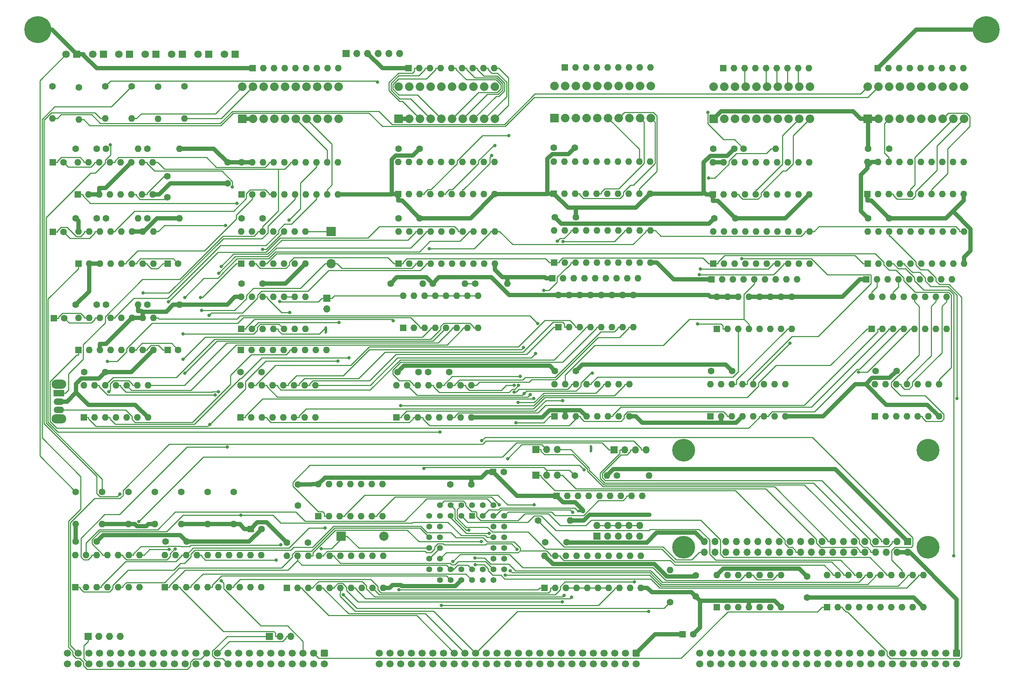
<source format=gbr>
%TF.GenerationSoftware,KiCad,Pcbnew,(6.0.11)*%
%TF.CreationDate,2024-03-10T14:23:23-04:00*%
%TF.ProjectId,input-output.SelfHost,696e7075-742d-46f7-9574-7075742e5365,rev?*%
%TF.SameCoordinates,Original*%
%TF.FileFunction,Copper,L1,Top*%
%TF.FilePolarity,Positive*%
%FSLAX46Y46*%
G04 Gerber Fmt 4.6, Leading zero omitted, Abs format (unit mm)*
G04 Created by KiCad (PCBNEW (6.0.11)) date 2024-03-10 14:23:23*
%MOMM*%
%LPD*%
G01*
G04 APERTURE LIST*
G04 Aperture macros list*
%AMRoundRect*
0 Rectangle with rounded corners*
0 $1 Rounding radius*
0 $2 $3 $4 $5 $6 $7 $8 $9 X,Y pos of 4 corners*
0 Add a 4 corners polygon primitive as box body*
4,1,4,$2,$3,$4,$5,$6,$7,$8,$9,$2,$3,0*
0 Add four circle primitives for the rounded corners*
1,1,$1+$1,$2,$3*
1,1,$1+$1,$4,$5*
1,1,$1+$1,$6,$7*
1,1,$1+$1,$8,$9*
0 Add four rect primitives between the rounded corners*
20,1,$1+$1,$2,$3,$4,$5,0*
20,1,$1+$1,$4,$5,$6,$7,0*
20,1,$1+$1,$6,$7,$8,$9,0*
20,1,$1+$1,$8,$9,$2,$3,0*%
G04 Aperture macros list end*
%TA.AperFunction,ComponentPad*%
%ADD10C,6.400000*%
%TD*%
%TA.AperFunction,ComponentPad*%
%ADD11RoundRect,0.250000X-0.600000X0.600000X-0.600000X-0.600000X0.600000X-0.600000X0.600000X0.600000X0*%
%TD*%
%TA.AperFunction,ComponentPad*%
%ADD12C,1.700000*%
%TD*%
%TA.AperFunction,ComponentPad*%
%ADD13C,1.600000*%
%TD*%
%TA.AperFunction,ComponentPad*%
%ADD14O,1.600000X1.600000*%
%TD*%
%TA.AperFunction,ComponentPad*%
%ADD15R,1.600000X1.600000*%
%TD*%
%TA.AperFunction,ComponentPad*%
%ADD16R,1.800000X1.800000*%
%TD*%
%TA.AperFunction,ComponentPad*%
%ADD17C,1.800000*%
%TD*%
%TA.AperFunction,ComponentPad*%
%ADD18R,2.032000X2.032000*%
%TD*%
%TA.AperFunction,ComponentPad*%
%ADD19C,2.032000*%
%TD*%
%TA.AperFunction,ComponentPad*%
%ADD20R,1.700000X1.700000*%
%TD*%
%TA.AperFunction,ComponentPad*%
%ADD21O,1.700000X1.700000*%
%TD*%
%TA.AperFunction,ComponentPad*%
%ADD22C,5.400000*%
%TD*%
%TA.AperFunction,ComponentPad*%
%ADD23C,0.600000*%
%TD*%
%TA.AperFunction,ComponentPad*%
%ADD24R,2.200000X2.200000*%
%TD*%
%TA.AperFunction,ComponentPad*%
%ADD25O,2.200000X2.200000*%
%TD*%
%TA.AperFunction,ComponentPad*%
%ADD26R,1.422400X1.422400*%
%TD*%
%TA.AperFunction,ComponentPad*%
%ADD27C,1.422400*%
%TD*%
%TA.AperFunction,ComponentPad*%
%ADD28O,3.500000X2.200000*%
%TD*%
%TA.AperFunction,ComponentPad*%
%ADD29R,2.500000X1.500000*%
%TD*%
%TA.AperFunction,ComponentPad*%
%ADD30O,2.500000X1.500000*%
%TD*%
%TA.AperFunction,ViaPad*%
%ADD31C,0.800000*%
%TD*%
%TA.AperFunction,Conductor*%
%ADD32C,0.250000*%
%TD*%
%TA.AperFunction,Conductor*%
%ADD33C,1.000000*%
%TD*%
G04 APERTURE END LIST*
%TO.C,NT3*%
G36*
X108650000Y-146850000D02*
G01*
X108050000Y-146850000D01*
X108050000Y-145650000D01*
X108650000Y-145650000D01*
X108650000Y-146850000D01*
G37*
%TO.C,NT1*%
G36*
X169350000Y-189550000D02*
G01*
X168150000Y-189550000D01*
X168150000Y-188950000D01*
X169350000Y-188950000D01*
X169350000Y-189550000D01*
G37*
%TO.C,NT2*%
G36*
X171550000Y-175100000D02*
G01*
X170950000Y-175100000D01*
X170950000Y-173900000D01*
X171550000Y-173900000D01*
X171550000Y-175100000D01*
G37*
%TD*%
D10*
%TO.P,H2,1,1*%
%TO.N,GND*%
X265000000Y-75000000D03*
%TD*%
%TO.P,H1,1,1*%
%TO.N,GND*%
X40000000Y-75000000D03*
%TD*%
D11*
%TO.P,P2,1,Pin_1*%
%TO.N,VCC*%
X182000000Y-223000000D03*
D12*
%TO.P,P2,2,Pin_2*%
X182000000Y-225540000D03*
%TO.P,P2,3,Pin_3*%
%TO.N,A15*%
X179460000Y-223000000D03*
%TO.P,P2,4,Pin_4*%
%TO.N,/bus/A31*%
X179460000Y-225540000D03*
%TO.P,P2,5,Pin_5*%
%TO.N,A14*%
X176920000Y-223000000D03*
%TO.P,P2,6,Pin_6*%
%TO.N,/bus/A30*%
X176920000Y-225540000D03*
%TO.P,P2,7,Pin_7*%
%TO.N,A13*%
X174380000Y-223000000D03*
%TO.P,P2,8,Pin_8*%
%TO.N,/bus/A29*%
X174380000Y-225540000D03*
%TO.P,P2,9,Pin_9*%
%TO.N,A12*%
X171840000Y-223000000D03*
%TO.P,P2,10,Pin_10*%
%TO.N,/bus/A28*%
X171840000Y-225540000D03*
%TO.P,P2,11,Pin_11*%
%TO.N,A11*%
X169300000Y-223000000D03*
%TO.P,P2,12,Pin_12*%
%TO.N,/bus/A27*%
X169300000Y-225540000D03*
%TO.P,P2,13,Pin_13*%
%TO.N,A10*%
X166760000Y-223000000D03*
%TO.P,P2,14,Pin_14*%
%TO.N,/bus/A26*%
X166760000Y-225540000D03*
%TO.P,P2,15,Pin_15*%
%TO.N,A9*%
X164220000Y-223000000D03*
%TO.P,P2,16,Pin_16*%
%TO.N,/bus/A25*%
X164220000Y-225540000D03*
%TO.P,P2,17,Pin_17*%
%TO.N,A8*%
X161680000Y-223000000D03*
%TO.P,P2,18,Pin_18*%
%TO.N,/bus/A24*%
X161680000Y-225540000D03*
%TO.P,P2,19,Pin_19*%
%TO.N,+12V*%
X159140000Y-223000000D03*
%TO.P,P2,20,Pin_20*%
X159140000Y-225540000D03*
%TO.P,P2,21,Pin_21*%
%TO.N,A7*%
X156600000Y-223000000D03*
%TO.P,P2,22,Pin_22*%
%TO.N,/bus/A23*%
X156600000Y-225540000D03*
%TO.P,P2,23,Pin_23*%
%TO.N,A6*%
X154060000Y-223000000D03*
%TO.P,P2,24,Pin_24*%
%TO.N,/bus/A22*%
X154060000Y-225540000D03*
%TO.P,P2,25,Pin_25*%
%TO.N,A5*%
X151520000Y-223000000D03*
%TO.P,P2,26,Pin_26*%
%TO.N,/bus/A21*%
X151520000Y-225540000D03*
%TO.P,P2,27,Pin_27*%
%TO.N,A4*%
X148980000Y-223000000D03*
%TO.P,P2,28,Pin_28*%
%TO.N,/bus/A20*%
X148980000Y-225540000D03*
%TO.P,P2,29,Pin_29*%
%TO.N,A3*%
X146440000Y-223000000D03*
%TO.P,P2,30,Pin_30*%
%TO.N,/bus/A19*%
X146440000Y-225540000D03*
%TO.P,P2,31,Pin_31*%
%TO.N,A2*%
X143900000Y-223000000D03*
%TO.P,P2,32,Pin_32*%
%TO.N,/bus/A18*%
X143900000Y-225540000D03*
%TO.P,P2,33,Pin_33*%
%TO.N,A1*%
X141360000Y-223000000D03*
%TO.P,P2,34,Pin_34*%
%TO.N,/bus/A17*%
X141360000Y-225540000D03*
%TO.P,P2,35,Pin_35*%
%TO.N,A0*%
X138820000Y-223000000D03*
%TO.P,P2,36,Pin_36*%
%TO.N,/bus/A16*%
X138820000Y-225540000D03*
%TO.P,P2,37,Pin_37*%
%TO.N,-12V*%
X136280000Y-223000000D03*
%TO.P,P2,38,Pin_38*%
X136280000Y-225540000D03*
%TO.P,P2,39,Pin_39*%
%TO.N,/bus/IC3*%
X133740000Y-223000000D03*
%TO.P,P2,40,Pin_40*%
%TO.N,/bus/~{TEND1}*%
X133740000Y-225540000D03*
%TO.P,P2,41,Pin_41*%
%TO.N,/bus/IC2*%
X131200000Y-223000000D03*
%TO.P,P2,42,Pin_42*%
%TO.N,/bus/~{DREQ1}*%
X131200000Y-225540000D03*
%TO.P,P2,43,Pin_43*%
%TO.N,/bus/IC1*%
X128660000Y-223000000D03*
%TO.P,P2,44,Pin_44*%
%TO.N,/bus/~{TEND0}*%
X128660000Y-225540000D03*
%TO.P,P2,45,Pin_45*%
%TO.N,/bus/IC0*%
X126120000Y-223000000D03*
%TO.P,P2,46,Pin_46*%
%TO.N,/bus/~{DREQ0}*%
X126120000Y-225540000D03*
%TO.P,P2,47,Pin_47*%
%TO.N,/bus/AUXCLK1*%
X123580000Y-223000000D03*
%TO.P,P2,48,Pin_48*%
%TO.N,/bus/AUXCLK0*%
X123580000Y-225540000D03*
%TO.P,P2,49,Pin_49*%
%TO.N,GND*%
X121040000Y-223000000D03*
%TO.P,P2,50,Pin_50*%
X121040000Y-225540000D03*
%TD*%
D11*
%TO.P,P3,1,Pin_1*%
%TO.N,VCC*%
X258000000Y-223000000D03*
D12*
%TO.P,P3,2,Pin_2*%
X258000000Y-225540000D03*
%TO.P,P3,3,Pin_3*%
%TO.N,/bus/D15*%
X255460000Y-223000000D03*
%TO.P,P3,4,Pin_4*%
%TO.N,/bus/D31*%
X255460000Y-225540000D03*
%TO.P,P3,5,Pin_5*%
%TO.N,/bus/D14*%
X252920000Y-223000000D03*
%TO.P,P3,6,Pin_6*%
%TO.N,/bus/D30*%
X252920000Y-225540000D03*
%TO.P,P3,7,Pin_7*%
%TO.N,/bus/D13*%
X250380000Y-223000000D03*
%TO.P,P3,8,Pin_8*%
%TO.N,/bus/D29*%
X250380000Y-225540000D03*
%TO.P,P3,9,Pin_9*%
%TO.N,/bus/D12*%
X247840000Y-223000000D03*
%TO.P,P3,10,Pin_10*%
%TO.N,/bus/D28*%
X247840000Y-225540000D03*
%TO.P,P3,11,Pin_11*%
%TO.N,/bus/D11*%
X245300000Y-223000000D03*
%TO.P,P3,12,Pin_12*%
%TO.N,/bus/D27*%
X245300000Y-225540000D03*
%TO.P,P3,13,Pin_13*%
%TO.N,/bus/D10*%
X242760000Y-223000000D03*
%TO.P,P3,14,Pin_14*%
%TO.N,/bus/D26*%
X242760000Y-225540000D03*
%TO.P,P3,15,Pin_15*%
%TO.N,/bus/D9*%
X240220000Y-223000000D03*
%TO.P,P3,16,Pin_16*%
%TO.N,/bus/D25*%
X240220000Y-225540000D03*
%TO.P,P3,17,Pin_17*%
%TO.N,/bus/D8*%
X237680000Y-223000000D03*
%TO.P,P3,18,Pin_18*%
%TO.N,/bus/D24*%
X237680000Y-225540000D03*
%TO.P,P3,19,Pin_19*%
%TO.N,D7*%
X235140000Y-223000000D03*
%TO.P,P3,20,Pin_20*%
%TO.N,/bus/D23*%
X235140000Y-225540000D03*
%TO.P,P3,21,Pin_21*%
%TO.N,D6*%
X232600000Y-223000000D03*
%TO.P,P3,22,Pin_22*%
%TO.N,/bus/D22*%
X232600000Y-225540000D03*
%TO.P,P3,23,Pin_23*%
%TO.N,D5*%
X230060000Y-223000000D03*
%TO.P,P3,24,Pin_24*%
%TO.N,/bus/D21*%
X230060000Y-225540000D03*
%TO.P,P3,25,Pin_25*%
%TO.N,D4*%
X227520000Y-223000000D03*
%TO.P,P3,26,Pin_26*%
%TO.N,/bus/D20*%
X227520000Y-225540000D03*
%TO.P,P3,27,Pin_27*%
%TO.N,D3*%
X224980000Y-223000000D03*
%TO.P,P3,28,Pin_28*%
%TO.N,/bus/D19*%
X224980000Y-225540000D03*
%TO.P,P3,29,Pin_29*%
%TO.N,D2*%
X222440000Y-223000000D03*
%TO.P,P3,30,Pin_30*%
%TO.N,/bus/D18*%
X222440000Y-225540000D03*
%TO.P,P3,31,Pin_31*%
%TO.N,D1*%
X219900000Y-223000000D03*
%TO.P,P3,32,Pin_32*%
%TO.N,/bus/D17*%
X219900000Y-225540000D03*
%TO.P,P3,33,Pin_33*%
%TO.N,D0*%
X217360000Y-223000000D03*
%TO.P,P3,34,Pin_34*%
%TO.N,/bus/D16*%
X217360000Y-225540000D03*
%TO.P,P3,35,Pin_35*%
%TO.N,/bus/~{BUSERR}*%
X214820000Y-223000000D03*
%TO.P,P3,36,Pin_36*%
%TO.N,/bus/UDS*%
X214820000Y-225540000D03*
%TO.P,P3,37,Pin_37*%
%TO.N,/bus/~{VPA}*%
X212280000Y-223000000D03*
%TO.P,P3,38,Pin_38*%
%TO.N,/bus/LDS*%
X212280000Y-225540000D03*
%TO.P,P3,39,Pin_39*%
%TO.N,/bus/~{VMA}*%
X209740000Y-223000000D03*
%TO.P,P3,40,Pin_40*%
%TO.N,/bus/S2*%
X209740000Y-225540000D03*
%TO.P,P3,41,Pin_41*%
%TO.N,/bus/~{BHE}*%
X207200000Y-223000000D03*
%TO.P,P3,42,Pin_42*%
%TO.N,/bus/S1*%
X207200000Y-225540000D03*
%TO.P,P3,43,Pin_43*%
%TO.N,/bus/IPL2*%
X204660000Y-223000000D03*
%TO.P,P3,44,Pin_44*%
%TO.N,/bus/S0*%
X204660000Y-225540000D03*
%TO.P,P3,45,Pin_45*%
%TO.N,/bus/IPL1*%
X202120000Y-223000000D03*
%TO.P,P3,46,Pin_46*%
%TO.N,/bus/AUXCLK3*%
X202120000Y-225540000D03*
%TO.P,P3,47,Pin_47*%
%TO.N,/bus/IPL0*%
X199580000Y-223000000D03*
%TO.P,P3,48,Pin_48*%
%TO.N,/bus/AUXCLK2*%
X199580000Y-225540000D03*
%TO.P,P3,49,Pin_49*%
%TO.N,GND*%
X197040000Y-223000000D03*
%TO.P,P3,50,Pin_50*%
X197040000Y-225540000D03*
%TD*%
D11*
%TO.P,P1,1,Pin_1*%
%TO.N,VCC*%
X108000000Y-223000000D03*
D12*
%TO.P,P1,2,Pin_2*%
X108000000Y-225540000D03*
%TO.P,P1,3,Pin_3*%
%TO.N,~{RD}*%
X105460000Y-223000000D03*
%TO.P,P1,4,Pin_4*%
%TO.N,/bus/E*%
X105460000Y-225540000D03*
%TO.P,P1,5,Pin_5*%
%TO.N,~{WR}*%
X102920000Y-223000000D03*
%TO.P,P1,6,Pin_6*%
%TO.N,/bus/ST*%
X102920000Y-225540000D03*
%TO.P,P1,7,Pin_7*%
%TO.N,~{IORQ}*%
X100380000Y-223000000D03*
%TO.P,P1,8,Pin_8*%
%TO.N,/bus/PHI*%
X100380000Y-225540000D03*
%TO.P,P1,9,Pin_9*%
%TO.N,~{MREQ}*%
X97840000Y-223000000D03*
%TO.P,P1,10,Pin_10*%
%TO.N,/bus/~{INT2}*%
X97840000Y-225540000D03*
%TO.P,P1,11,Pin_11*%
%TO.N,~{M1}*%
X95300000Y-223000000D03*
%TO.P,P1,12,Pin_12*%
%TO.N,/bus/~{INT1}*%
X95300000Y-225540000D03*
%TO.P,P1,13,Pin_13*%
%TO.N,~{BUSACK}*%
X92760000Y-223000000D03*
%TO.P,P1,14,Pin_14*%
%TO.N,/bus/CRUCLK*%
X92760000Y-225540000D03*
%TO.P,P1,15,Pin_15*%
%TO.N,/bus/CLK*%
X90220000Y-223000000D03*
%TO.P,P1,16,Pin_16*%
%TO.N,/bus/CRUOUT*%
X90220000Y-225540000D03*
%TO.P,P1,17,Pin_17*%
%TO.N,~{INT0}*%
X87680000Y-223000000D03*
%TO.P,P1,18,Pin_18*%
%TO.N,/bus/CRUIN*%
X87680000Y-225540000D03*
%TO.P,P1,19,Pin_19*%
%TO.N,~{NMI}*%
X85140000Y-223000000D03*
%TO.P,P1,20,Pin_20*%
%TO.N,~{RES_IN}*%
X85140000Y-225540000D03*
%TO.P,P1,21,Pin_21*%
%TO.N,~{RES_OUT}*%
X82600000Y-223000000D03*
%TO.P,P1,22,Pin_22*%
%TO.N,/bus/USER8*%
X82600000Y-225540000D03*
%TO.P,P1,23,Pin_23*%
%TO.N,~{BUSRQ}*%
X80060000Y-223000000D03*
%TO.P,P1,24,Pin_24*%
%TO.N,/bus/USER7*%
X80060000Y-225540000D03*
%TO.P,P1,25,Pin_25*%
%TO.N,~{WAIT}*%
X77520000Y-223000000D03*
%TO.P,P1,26,Pin_26*%
%TO.N,/bus/USER6*%
X77520000Y-225540000D03*
%TO.P,P1,27,Pin_27*%
%TO.N,~{HALT}*%
X74980000Y-223000000D03*
%TO.P,P1,28,Pin_28*%
%TO.N,/bus/USER5*%
X74980000Y-225540000D03*
%TO.P,P1,29,Pin_29*%
%TO.N,~{RFSH}*%
X72440000Y-223000000D03*
%TO.P,P1,30,Pin_30*%
%TO.N,/bus/USER4*%
X72440000Y-225540000D03*
%TO.P,P1,31,Pin_31*%
%TO.N,/bus/~{EIRQ7}*%
X69900000Y-223000000D03*
%TO.P,P1,32,Pin_32*%
%TO.N,/bus/USER3*%
X69900000Y-225540000D03*
%TO.P,P1,33,Pin_33*%
%TO.N,/bus/~{EIRQ6}*%
X67360000Y-223000000D03*
%TO.P,P1,34,Pin_34*%
%TO.N,/bus/USER2*%
X67360000Y-225540000D03*
%TO.P,P1,35,Pin_35*%
%TO.N,/bus/~{EIRQ5}*%
X64820000Y-223000000D03*
%TO.P,P1,36,Pin_36*%
%TO.N,/bus/USER1*%
X64820000Y-225540000D03*
%TO.P,P1,37,Pin_37*%
%TO.N,/bus/~{EIRQ4}*%
X62280000Y-223000000D03*
%TO.P,P1,38,Pin_38*%
%TO.N,/bus/USER0*%
X62280000Y-225540000D03*
%TO.P,P1,39,Pin_39*%
%TO.N,/bus/~{EIRQ3}*%
X59740000Y-223000000D03*
%TO.P,P1,40,Pin_40*%
%TO.N,~{BAI}*%
X59740000Y-225540000D03*
%TO.P,P1,41,Pin_41*%
%TO.N,/bus/~{EIRQ2}*%
X57200000Y-223000000D03*
%TO.P,P1,42,Pin_42*%
%TO.N,~{BAO}*%
X57200000Y-225540000D03*
%TO.P,P1,43,Pin_43*%
%TO.N,/bus/~{EIRQ1}*%
X54660000Y-223000000D03*
%TO.P,P1,44,Pin_44*%
%TO.N,~{IEI}*%
X54660000Y-225540000D03*
%TO.P,P1,45,Pin_45*%
%TO.N,/bus/~{EIRQ0}*%
X52120000Y-223000000D03*
%TO.P,P1,46,Pin_46*%
%TO.N,~{IEO}*%
X52120000Y-225540000D03*
%TO.P,P1,47,Pin_47*%
%TO.N,I2C_SCL*%
X49580000Y-223000000D03*
%TO.P,P1,48,Pin_48*%
%TO.N,I2C_SDA*%
X49580000Y-225540000D03*
%TO.P,P1,49,Pin_49*%
%TO.N,GND*%
X47040000Y-223000000D03*
%TO.P,P1,50,Pin_50*%
X47040000Y-225540000D03*
%TD*%
D13*
%TO.P,R7,1*%
%TO.N,Net-(D4-Pad2)*%
X61500000Y-184690000D03*
D14*
%TO.P,R7,2*%
%TO.N,VCC*%
X61500000Y-192310000D03*
%TD*%
D13*
%TO.P,R18,1*%
%TO.N,VCC*%
X123690000Y-135250000D03*
D14*
%TO.P,R18,2*%
%TO.N,/BusMonitor/IN_=*%
X131310000Y-135250000D03*
%TD*%
D15*
%TO.P,SW3,1*%
%TO.N,Net-(C2-Pad2)*%
X126700000Y-145767500D03*
D14*
%TO.P,SW3,2*%
%TO.N,unconnected-(SW3-Pad2)*%
X129240000Y-145767500D03*
%TO.P,SW3,3*%
%TO.N,Net-(SW3-Pad3)*%
X131780000Y-145767500D03*
%TO.P,SW3,4*%
%TO.N,Net-(SW3-Pad4)*%
X134320000Y-145767500D03*
%TO.P,SW3,5*%
%TO.N,Net-(SW3-Pad5)*%
X136860000Y-145767500D03*
%TO.P,SW3,6*%
%TO.N,Net-(SW3-Pad6)*%
X139400000Y-145767500D03*
%TO.P,SW3,7*%
%TO.N,Net-(SW3-Pad7)*%
X141940000Y-145767500D03*
%TO.P,SW3,8*%
%TO.N,Net-(SW3-Pad8)*%
X144480000Y-145767500D03*
%TO.P,SW3,9*%
%TO.N,/BusMonitor/IN_=*%
X144480000Y-138147500D03*
%TO.P,SW3,10*%
X141940000Y-138147500D03*
%TO.P,SW3,11*%
X139400000Y-138147500D03*
%TO.P,SW3,12*%
X136860000Y-138147500D03*
%TO.P,SW3,13*%
X134320000Y-138147500D03*
%TO.P,SW3,14*%
X131780000Y-138147500D03*
%TO.P,SW3,15*%
%TO.N,unconnected-(SW3-Pad15)*%
X129240000Y-138147500D03*
%TO.P,SW3,16*%
%TO.N,/BusMonitor/LED_LATCH*%
X126700000Y-138147500D03*
%TD*%
D13*
%TO.P,C29,1*%
%TO.N,VCC*%
X125600000Y-119750000D03*
%TO.P,C29,2*%
%TO.N,GND*%
X130600000Y-119750000D03*
%TD*%
D16*
%TO.P,D6,1,K*%
%TO.N,Net-(D6-Pad1)*%
X74290000Y-80850000D03*
D17*
%TO.P,D6,2,A*%
%TO.N,Net-(D6-Pad2)*%
X71750000Y-80850000D03*
%TD*%
D18*
%TO.P,BAR4,1,A*%
%TO.N,VCC*%
X125600000Y-96155000D03*
D19*
%TO.P,BAR4,2,A*%
X128140000Y-96155000D03*
%TO.P,BAR4,3,A*%
%TO.N,Net-(BAR4-Pad3)*%
X130680000Y-96155000D03*
%TO.P,BAR4,4,A*%
%TO.N,Net-(BAR4-Pad4)*%
X133220000Y-96155000D03*
%TO.P,BAR4,5,A*%
%TO.N,Net-(BAR4-Pad5)*%
X135760000Y-96155000D03*
%TO.P,BAR4,6,A*%
%TO.N,Net-(BAR4-Pad6)*%
X138300000Y-96155000D03*
%TO.P,BAR4,7,A*%
%TO.N,Net-(BAR4-Pad7)*%
X140840000Y-96155000D03*
%TO.P,BAR4,8,A*%
%TO.N,Net-(BAR4-Pad8)*%
X143380000Y-96155000D03*
%TO.P,BAR4,9,A*%
%TO.N,Net-(BAR4-Pad9)*%
X145920000Y-96155000D03*
%TO.P,BAR4,10,A*%
%TO.N,Net-(BAR4-Pad10)*%
X148460000Y-96155000D03*
%TO.P,BAR4,11,K*%
%TO.N,Net-(BAR4-Pad11)*%
X148460000Y-88535000D03*
%TO.P,BAR4,12,K*%
%TO.N,Net-(BAR4-Pad12)*%
X145920000Y-88535000D03*
%TO.P,BAR4,13,K*%
%TO.N,Net-(BAR4-Pad13)*%
X143380000Y-88535000D03*
%TO.P,BAR4,14,K*%
%TO.N,Net-(BAR4-Pad14)*%
X140840000Y-88535000D03*
%TO.P,BAR4,15,K*%
%TO.N,Net-(BAR4-Pad15)*%
X138300000Y-88535000D03*
%TO.P,BAR4,16,K*%
%TO.N,Net-(BAR4-Pad16)*%
X135760000Y-88535000D03*
%TO.P,BAR4,17,K*%
%TO.N,Net-(BAR4-Pad17)*%
X133220000Y-88535000D03*
%TO.P,BAR4,18,K*%
%TO.N,Net-(BAR4-Pad18)*%
X130680000Y-88535000D03*
%TO.P,BAR4,19,K*%
%TO.N,Net-(BAR4-Pad19)*%
X128140000Y-88535000D03*
%TO.P,BAR4,20,K*%
%TO.N,Net-(BAR4-Pad20)*%
X125600000Y-88535000D03*
%TD*%
D20*
%TO.P,J1,1,Pin_1*%
%TO.N,VDD*%
X246400000Y-196500000D03*
D21*
%TO.P,J1,2,Pin_2*%
%TO.N,VCC*%
X246400000Y-199040000D03*
%TO.P,J1,3,Pin_3*%
%TO.N,Net-(J1-Pad3)*%
X243860000Y-196500000D03*
%TO.P,J1,4,Pin_4*%
%TO.N,VCC*%
X243860000Y-199040000D03*
%TO.P,J1,5,Pin_5*%
%TO.N,Net-(J1-Pad5)*%
X241320000Y-196500000D03*
%TO.P,J1,6,Pin_6*%
%TO.N,GND*%
X241320000Y-199040000D03*
%TO.P,J1,7,Pin_7*%
%TO.N,unconnected-(J1-Pad7)*%
X238780000Y-196500000D03*
%TO.P,J1,8,Pin_8*%
%TO.N,UART0_TX*%
X238780000Y-199040000D03*
%TO.P,J1,9,Pin_9*%
%TO.N,GND*%
X236240000Y-196500000D03*
%TO.P,J1,10,Pin_10*%
%TO.N,UART0_RX*%
X236240000Y-199040000D03*
%TO.P,J1,11,Pin_11*%
%TO.N,unconnected-(J1-Pad11)*%
X233700000Y-196500000D03*
%TO.P,J1,12,Pin_12*%
%TO.N,unconnected-(J1-Pad12)*%
X233700000Y-199040000D03*
%TO.P,J1,13,Pin_13*%
%TO.N,unconnected-(J1-Pad13)*%
X231160000Y-196500000D03*
%TO.P,J1,14,Pin_14*%
%TO.N,GND*%
X231160000Y-199040000D03*
%TO.P,J1,15,Pin_15*%
%TO.N,UART2_TX*%
X228620000Y-196500000D03*
%TO.P,J1,16,Pin_16*%
%TO.N,unconnected-(J1-Pad16)*%
X228620000Y-199040000D03*
%TO.P,J1,17,Pin_17*%
%TO.N,unconnected-(J1-Pad17)*%
X226080000Y-196500000D03*
%TO.P,J1,18,Pin_18*%
%TO.N,unconnected-(J1-Pad18)*%
X226080000Y-199040000D03*
%TO.P,J1,19,Pin_19*%
%TO.N,unconnected-(J1-Pad19)*%
X223540000Y-196500000D03*
%TO.P,J1,20,Pin_20*%
%TO.N,GND*%
X223540000Y-199040000D03*
%TO.P,J1,21,Pin_21*%
%TO.N,unconnected-(J1-Pad21)*%
X221000000Y-196500000D03*
%TO.P,J1,22,Pin_22*%
%TO.N,UART2_RX*%
X221000000Y-199040000D03*
%TO.P,J1,23,Pin_23*%
%TO.N,unconnected-(J1-Pad23)*%
X218460000Y-196500000D03*
%TO.P,J1,24,Pin_24*%
%TO.N,unconnected-(J1-Pad24)*%
X218460000Y-199040000D03*
%TO.P,J1,25,Pin_25*%
%TO.N,GND*%
X215920000Y-196500000D03*
%TO.P,J1,26,Pin_26*%
%TO.N,unconnected-(J1-Pad26)*%
X215920000Y-199040000D03*
%TO.P,J1,27,Pin_27*%
%TO.N,unconnected-(J1-Pad27)*%
X213380000Y-196500000D03*
%TO.P,J1,28,Pin_28*%
%TO.N,unconnected-(J1-Pad28)*%
X213380000Y-199040000D03*
%TO.P,J1,29,Pin_29*%
%TO.N,unconnected-(J1-Pad29)*%
X210840000Y-196500000D03*
%TO.P,J1,30,Pin_30*%
%TO.N,GND*%
X210840000Y-199040000D03*
%TO.P,J1,31,Pin_31*%
%TO.N,unconnected-(J1-Pad31)*%
X208300000Y-196500000D03*
%TO.P,J1,32,Pin_32*%
%TO.N,unconnected-(J1-Pad32)*%
X208300000Y-199040000D03*
%TO.P,J1,33,Pin_33*%
%TO.N,unconnected-(J1-Pad33)*%
X205760000Y-196500000D03*
%TO.P,J1,34,Pin_34*%
%TO.N,GND*%
X205760000Y-199040000D03*
%TO.P,J1,35,Pin_35*%
%TO.N,unconnected-(J1-Pad35)*%
X203220000Y-196500000D03*
%TO.P,J1,36,Pin_36*%
%TO.N,unconnected-(J1-Pad36)*%
X203220000Y-199040000D03*
%TO.P,J1,37,Pin_37*%
%TO.N,unconnected-(J1-Pad37)*%
X200680000Y-196500000D03*
%TO.P,J1,38,Pin_38*%
%TO.N,PI4*%
X200680000Y-199040000D03*
%TO.P,J1,39,Pin_39*%
%TO.N,GND*%
X198140000Y-196500000D03*
%TO.P,J1,40,Pin_40*%
%TO.N,PI3*%
X198140000Y-199040000D03*
D22*
%TO.P,J1,41,MH*%
%TO.N,unconnected-(J1-Pad41)*%
X251250000Y-197800000D03*
%TO.P,J1,42,MH*%
%TO.N,unconnected-(J1-Pad42)*%
X193250000Y-197800000D03*
%TO.P,J1,43,MH*%
%TO.N,unconnected-(J1-Pad43)*%
X251250000Y-174800000D03*
%TO.P,J1,44,MH*%
%TO.N,unconnected-(J1-Pad44)*%
X193250000Y-174800000D03*
%TD*%
D15*
%TO.P,C15,1*%
%TO.N,Net-(C15-Pad1)*%
X43794900Y-143500000D03*
D13*
%TO.P,C15,2*%
%TO.N,Net-(C15-Pad2)*%
X46294900Y-143500000D03*
%TD*%
%TO.P,C36,1*%
%TO.N,VCC*%
X49000000Y-140250000D03*
%TO.P,C36,2*%
%TO.N,GND*%
X54000000Y-140250000D03*
%TD*%
%TO.P,R2,1*%
%TO.N,TX-3.3*%
X167440000Y-180790000D03*
D14*
%TO.P,R2,2*%
%TO.N,VDD*%
X175060000Y-180790000D03*
%TD*%
D15*
%TO.P,U7,1,~{Mr}*%
%TO.N,/BusMonitor/MAS_RESET*%
X125600000Y-130500000D03*
D14*
%TO.P,U7,2,Q0*%
%TO.N,Net-(U11-Pad2)*%
X128140000Y-130500000D03*
%TO.P,U7,3,D0*%
%TO.N,~{WAIT}*%
X130680000Y-130500000D03*
%TO.P,U7,4,D1*%
%TO.N,~{INT0}*%
X133220000Y-130500000D03*
%TO.P,U7,5,Q1*%
%TO.N,Net-(U11-Pad4)*%
X135760000Y-130500000D03*
%TO.P,U7,6,Q2*%
%TO.N,Net-(U11-Pad6)*%
X138300000Y-130500000D03*
%TO.P,U7,7,D2*%
%TO.N,~{WR}*%
X140840000Y-130500000D03*
%TO.P,U7,8,D3*%
%TO.N,~{MREQ}*%
X143380000Y-130500000D03*
%TO.P,U7,9,Q3*%
%TO.N,Net-(U11-Pad8)*%
X145920000Y-130500000D03*
%TO.P,U7,10,GND*%
%TO.N,GND*%
X148460000Y-130500000D03*
%TO.P,U7,11,Cp*%
%TO.N,/BusMonitor/LED_LATCH*%
X148460000Y-122880000D03*
%TO.P,U7,12,Q4*%
%TO.N,Net-(U11-Pad11)*%
X145920000Y-122880000D03*
%TO.P,U7,13,D4*%
%TO.N,~{RD}*%
X143380000Y-122880000D03*
%TO.P,U7,14,D5*%
%TO.N,~{RFSH}*%
X140840000Y-122880000D03*
%TO.P,U7,15,Q5*%
%TO.N,Net-(U11-Pad13)*%
X138300000Y-122880000D03*
%TO.P,U7,16,Q6*%
%TO.N,Net-(U11-Pad15)*%
X135760000Y-122880000D03*
%TO.P,U7,17,D6*%
%TO.N,~{IORQ}*%
X133220000Y-122880000D03*
%TO.P,U7,18,D7*%
%TO.N,~{M1}*%
X130680000Y-122880000D03*
%TO.P,U7,19,Q7*%
%TO.N,Net-(U11-Pad17)*%
X128140000Y-122880000D03*
%TO.P,U7,20,VCC*%
%TO.N,VCC*%
X125600000Y-122880000D03*
%TD*%
D15*
%TO.P,C22,1*%
%TO.N,VCC*%
X148044900Y-180000000D03*
D13*
%TO.P,C22,2*%
%TO.N,GND*%
X150544900Y-180000000D03*
%TD*%
%TO.P,C10,1*%
%TO.N,VCC*%
X142900000Y-182940000D03*
%TO.P,C10,2*%
%TO.N,GND*%
X137900000Y-182940000D03*
%TD*%
D15*
%TO.P,C34,1*%
%TO.N,Net-(C34-Pad1)*%
X70794900Y-130500000D03*
D13*
%TO.P,C34,2*%
%TO.N,Net-(C34-Pad2)*%
X73294900Y-130500000D03*
%TD*%
D20*
%TO.P,J2,1,Pin_1*%
%TO.N,I2C_SDA*%
X176700000Y-174720000D03*
D21*
%TO.P,J2,2,Pin_2*%
%TO.N,Net-(J1-Pad3)*%
X179240000Y-174720000D03*
%TO.P,J2,3,Pin_3*%
%TO.N,Net-(J1-Pad5)*%
X181780000Y-174720000D03*
%TO.P,J2,4,Pin_4*%
%TO.N,I2C_SCL*%
X184320000Y-174720000D03*
%TD*%
D15*
%TO.P,U24,1*%
%TO.N,~{RESET}*%
X88225000Y-130500000D03*
D14*
%TO.P,U24,2*%
%TO.N,/BusMonitor/MAS_RESET*%
X90765000Y-130500000D03*
%TO.P,U24,3*%
%TO.N,Net-(U23-Pad8)*%
X93305000Y-130500000D03*
%TO.P,U24,4*%
%TO.N,/BusMonitor/LED_LATCH*%
X95845000Y-130500000D03*
%TO.P,U24,5*%
%TO.N,Net-(U22-Pad3)*%
X98385000Y-130500000D03*
%TO.P,U24,6*%
%TO.N,/BusMonitor/WAIT_ACTIVE*%
X100925000Y-130500000D03*
%TO.P,U24,7,GND*%
%TO.N,GND*%
X103465000Y-130500000D03*
%TO.P,U24,8*%
%TO.N,/BusMonitor/FF_2_OUT*%
X103465000Y-122880000D03*
%TO.P,U24,9*%
%TO.N,Net-(U22-Pad6)*%
X100925000Y-122880000D03*
%TO.P,U24,10*%
%TO.N,/BusMonitor/FF_3_OUT*%
X98385000Y-122880000D03*
%TO.P,U24,11*%
%TO.N,Net-(U22-Pad8)*%
X95845000Y-122880000D03*
%TO.P,U24,12*%
%TO.N,/BusMonitor/FF_4_OUT*%
X93305000Y-122880000D03*
%TO.P,U24,13*%
%TO.N,Net-(U22-Pad11)*%
X90765000Y-122880000D03*
%TO.P,U24,14,VCC*%
%TO.N,VCC*%
X88225000Y-122880000D03*
%TD*%
D16*
%TO.P,D1,1,K*%
%TO.N,GND*%
X49250000Y-80850000D03*
D17*
%TO.P,D1,2,A*%
%TO.N,Net-(D1-Pad2)*%
X46710000Y-80850000D03*
%TD*%
D13*
%TO.P,R28,1*%
%TO.N,PI3*%
X158690000Y-191500000D03*
D14*
%TO.P,R28,2*%
%TO.N,VDD*%
X166310000Y-191500000D03*
%TD*%
D13*
%TO.P,C14,1*%
%TO.N,VCC*%
X160425000Y-196650000D03*
%TO.P,C14,2*%
%TO.N,GND*%
X165425000Y-196650000D03*
%TD*%
%TO.P,C7,1*%
%TO.N,VCC*%
X162450000Y-103000000D03*
%TO.P,C7,2*%
%TO.N,GND*%
X167450000Y-103000000D03*
%TD*%
%TO.P,R25,1*%
%TO.N,Net-(C33-Pad1)*%
X66000000Y-140250000D03*
D14*
%TO.P,R25,2*%
%TO.N,VCC*%
X73620000Y-140250000D03*
%TD*%
D15*
%TO.P,C20,1*%
%TO.N,VCC*%
X193000000Y-218500000D03*
D13*
%TO.P,C20,2*%
%TO.N,GND*%
X195500000Y-218500000D03*
%TD*%
D15*
%TO.P,RR8,1,common*%
%TO.N,GND*%
X199825000Y-134250000D03*
D14*
%TO.P,RR8,2,R1*%
%TO.N,/BusMonitor/H_A7*%
X202365000Y-134250000D03*
%TO.P,RR8,3,R2*%
%TO.N,/BusMonitor/H_A6*%
X204905000Y-134250000D03*
%TO.P,RR8,4,R3*%
%TO.N,/BusMonitor/H_A5*%
X207445000Y-134250000D03*
%TO.P,RR8,5,R4*%
%TO.N,/BusMonitor/H_A4*%
X209985000Y-134250000D03*
%TO.P,RR8,6,R5*%
%TO.N,/BusMonitor/H_A3*%
X212525000Y-134250000D03*
%TO.P,RR8,7,R6*%
%TO.N,/BusMonitor/H_A2*%
X215065000Y-134250000D03*
%TO.P,RR8,8,R7*%
%TO.N,/BusMonitor/H_A1*%
X217605000Y-134250000D03*
%TO.P,RR8,9,R8*%
%TO.N,/BusMonitor/H_A0*%
X220145000Y-134250000D03*
%TD*%
D15*
%TO.P,U20,1,B3*%
%TO.N,A13*%
X88100000Y-167000000D03*
D14*
%TO.P,U20,2,Ia<b*%
%TO.N,GND*%
X90640000Y-167000000D03*
%TO.P,U20,3,Ia=b*%
%TO.N,/BusMonitor/IN_=*%
X93180000Y-167000000D03*
%TO.P,U20,4,Ia>b*%
%TO.N,GND*%
X95720000Y-167000000D03*
%TO.P,U20,5,Oa>b*%
%TO.N,unconnected-(U20-Pad5)*%
X98260000Y-167000000D03*
%TO.P,U20,6,Oa=b*%
%TO.N,/BusMonitor/H4_OUT_=*%
X100800000Y-167000000D03*
%TO.P,U20,7,Oa<b*%
%TO.N,unconnected-(U20-Pad7)*%
X103340000Y-167000000D03*
%TO.P,U20,8,GND*%
%TO.N,GND*%
X105880000Y-167000000D03*
%TO.P,U20,9,B0*%
%TO.N,A15*%
X105880000Y-159380000D03*
%TO.P,U20,10,A0*%
%TO.N,/BusMonitor/H_A15*%
X103340000Y-159380000D03*
%TO.P,U20,11,B1*%
%TO.N,/BusMonitor/H_A14*%
X100800000Y-159380000D03*
%TO.P,U20,12,A1*%
%TO.N,A14*%
X98260000Y-159380000D03*
%TO.P,U20,13,A2*%
%TO.N,/BusMonitor/H_A12*%
X95720000Y-159380000D03*
%TO.P,U20,14,B2*%
%TO.N,A12*%
X93180000Y-159380000D03*
%TO.P,U20,15,A3*%
%TO.N,/BusMonitor/H_A13*%
X90640000Y-159380000D03*
%TO.P,U20,16,VCC*%
%TO.N,VCC*%
X88100000Y-159380000D03*
%TD*%
D15*
%TO.P,U23,1*%
%TO.N,/BusMonitor/S2_1*%
X238625000Y-166800000D03*
D14*
%TO.P,U23,2*%
%TO.N,/BusMonitor/S2_2*%
X241165000Y-166800000D03*
%TO.P,U23,3*%
%TO.N,/BusMonitor/S2_3*%
X243705000Y-166800000D03*
%TO.P,U23,4*%
%TO.N,/BusMonitor/S2_4*%
X246245000Y-166800000D03*
%TO.P,U23,5*%
%TO.N,/BusMonitor/S2_5*%
X248785000Y-166800000D03*
%TO.P,U23,6*%
%TO.N,/BusMonitor/S2_6*%
X251325000Y-166800000D03*
%TO.P,U23,7,GND*%
%TO.N,GND*%
X253865000Y-166800000D03*
%TO.P,U23,8*%
%TO.N,Net-(U23-Pad8)*%
X253865000Y-159180000D03*
%TO.P,U23,9*%
%TO.N,N/C*%
X251325000Y-159180000D03*
%TO.P,U23,10*%
X248785000Y-159180000D03*
%TO.P,U23,11*%
%TO.N,/BusMonitor/S2_7*%
X246245000Y-159180000D03*
%TO.P,U23,12*%
%TO.N,/BusMonitor/S2_8*%
X243705000Y-159180000D03*
%TO.P,U23,13*%
%TO.N,N/C*%
X241165000Y-159180000D03*
%TO.P,U23,14,VCC*%
%TO.N,VCC*%
X238625000Y-159180000D03*
%TD*%
D23*
%TO.P,NT3,1,1*%
%TO.N,/BusMonitor/WAIT_ACTIVE*%
X108350000Y-145650000D03*
%TO.P,NT3,2,2*%
%TO.N,/BusMonitor/FF_1_OUT*%
X108350000Y-146850000D03*
%TD*%
D15*
%TO.P,U28,1*%
%TO.N,PI4*%
X106575000Y-190500000D03*
D14*
%TO.P,U28,2*%
%TO.N,~{RES_IN}*%
X109115000Y-190500000D03*
%TO.P,U28,3*%
%TO.N,PI3*%
X111655000Y-190500000D03*
%TO.P,U28,4*%
%TO.N,~{RES_OUT}*%
X114195000Y-190500000D03*
%TO.P,U28,5*%
%TO.N,~{bRESET}*%
X116735000Y-190500000D03*
%TO.P,U28,6*%
%TO.N,RESET*%
X119275000Y-190500000D03*
%TO.P,U28,7,GND*%
%TO.N,GND*%
X121815000Y-190500000D03*
%TO.P,U28,8*%
%TO.N,unconnected-(U28-Pad8)*%
X121815000Y-182880000D03*
%TO.P,U28,9*%
%TO.N,unconnected-(U28-Pad9)*%
X119275000Y-182880000D03*
%TO.P,U28,10*%
%TO.N,unconnected-(U28-Pad10)*%
X116735000Y-182880000D03*
%TO.P,U28,11*%
%TO.N,unconnected-(U28-Pad11)*%
X114195000Y-182880000D03*
%TO.P,U28,12*%
%TO.N,unconnected-(U28-Pad12)*%
X111655000Y-182880000D03*
%TO.P,U28,13*%
%TO.N,unconnected-(U28-Pad13)*%
X109115000Y-182880000D03*
%TO.P,U28,14,VCC*%
%TO.N,VCC*%
X106575000Y-182880000D03*
%TD*%
D15*
%TO.P,U21,1,G*%
%TO.N,~{bIORQ}*%
X160250000Y-207450000D03*
D14*
%TO.P,U21,2,P0*%
%TO.N,~{bM1}*%
X162790000Y-207450000D03*
%TO.P,U21,3,R0*%
%TO.N,Net-(RN1-Pad9)*%
X165330000Y-207450000D03*
%TO.P,U21,4,P1*%
X167870000Y-207450000D03*
%TO.P,U21,5,R1*%
X170410000Y-207450000D03*
%TO.P,U21,6,P2*%
X172950000Y-207450000D03*
%TO.P,U21,7,R2*%
X175490000Y-207450000D03*
%TO.P,U21,8,P3*%
%TO.N,bA3*%
X178030000Y-207450000D03*
%TO.P,U21,9,R3*%
%TO.N,Net-(RN1-Pad6)*%
X180570000Y-207450000D03*
%TO.P,U21,10,GND*%
%TO.N,GND*%
X183110000Y-207450000D03*
%TO.P,U21,11,P4*%
%TO.N,bA4*%
X183110000Y-199830000D03*
%TO.P,U21,12,R4*%
%TO.N,Net-(RN1-Pad5)*%
X180570000Y-199830000D03*
%TO.P,U21,13,P5*%
%TO.N,bA5*%
X178030000Y-199830000D03*
%TO.P,U21,14,R5*%
%TO.N,Net-(RN1-Pad4)*%
X175490000Y-199830000D03*
%TO.P,U21,15,P6*%
%TO.N,bA6*%
X172950000Y-199830000D03*
%TO.P,U21,16,R6*%
%TO.N,Net-(RN1-Pad3)*%
X170410000Y-199830000D03*
%TO.P,U21,17,P7*%
%TO.N,bA7*%
X167870000Y-199830000D03*
%TO.P,U21,18,R7*%
%TO.N,Net-(RN1-Pad2)*%
X165330000Y-199830000D03*
%TO.P,U21,19,P=R*%
%TO.N,~{CS-UART}*%
X162790000Y-199830000D03*
%TO.P,U21,20,VCC*%
%TO.N,VCC*%
X160250000Y-199830000D03*
%TD*%
D15*
%TO.P,U4,1,~{Mr}*%
%TO.N,/BusMonitor/MAS_RESET*%
X236927500Y-130500000D03*
D14*
%TO.P,U4,2,Q0*%
%TO.N,Net-(U4-Pad2)*%
X239467500Y-130500000D03*
%TO.P,U4,3,D0*%
%TO.N,D7*%
X242007500Y-130500000D03*
%TO.P,U4,4,D1*%
%TO.N,D6*%
X244547500Y-130500000D03*
%TO.P,U4,5,Q1*%
%TO.N,Net-(U4-Pad5)*%
X247087500Y-130500000D03*
%TO.P,U4,6,Q2*%
%TO.N,Net-(U4-Pad6)*%
X249627500Y-130500000D03*
%TO.P,U4,7,D2*%
%TO.N,D5*%
X252167500Y-130500000D03*
%TO.P,U4,8,D3*%
%TO.N,D4*%
X254707500Y-130500000D03*
%TO.P,U4,9,Q3*%
%TO.N,Net-(U4-Pad9)*%
X257247500Y-130500000D03*
%TO.P,U4,10,GND*%
%TO.N,GND*%
X259787500Y-130500000D03*
%TO.P,U4,11,Cp*%
%TO.N,/BusMonitor/LED_LATCH*%
X259787500Y-122880000D03*
%TO.P,U4,12,Q4*%
%TO.N,Net-(U4-Pad12)*%
X257247500Y-122880000D03*
%TO.P,U4,13,D4*%
%TO.N,D3*%
X254707500Y-122880000D03*
%TO.P,U4,14,D5*%
%TO.N,D2*%
X252167500Y-122880000D03*
%TO.P,U4,15,Q5*%
%TO.N,Net-(U4-Pad15)*%
X249627500Y-122880000D03*
%TO.P,U4,16,Q6*%
%TO.N,Net-(U4-Pad16)*%
X247087500Y-122880000D03*
%TO.P,U4,17,D6*%
%TO.N,D1*%
X244547500Y-122880000D03*
%TO.P,U4,18,D7*%
%TO.N,D0*%
X242007500Y-122880000D03*
%TO.P,U4,19,Q7*%
%TO.N,Net-(U4-Pad19)*%
X239467500Y-122880000D03*
%TO.P,U4,20,VCC*%
%TO.N,VCC*%
X236927500Y-122880000D03*
%TD*%
D13*
%TO.P,C3,1*%
%TO.N,VCC*%
X238750000Y-156000000D03*
%TO.P,C3,2*%
%TO.N,GND*%
X243750000Y-156000000D03*
%TD*%
%TO.P,R24,1*%
%TO.N,Net-(C32-Pad2)*%
X65940000Y-103250000D03*
D14*
%TO.P,R24,2*%
%TO.N,VCC*%
X73560000Y-103250000D03*
%TD*%
D13*
%TO.P,C9,1*%
%TO.N,VCC*%
X196125000Y-204550000D03*
%TO.P,C9,2*%
%TO.N,GND*%
X196125000Y-209550000D03*
%TD*%
D15*
%TO.P,SW2,1*%
%TO.N,/BusMonitor/H4_OUT_=*%
X237850000Y-146017500D03*
D14*
%TO.P,SW2,2*%
%TO.N,/BusMonitor/H3_OUT_=*%
X240390000Y-146017500D03*
%TO.P,SW2,3*%
%TO.N,/BusMonitor/H2_OUT_=*%
X242930000Y-146017500D03*
%TO.P,SW2,4*%
%TO.N,/BusMonitor/H1_OUT_=*%
X245470000Y-146017500D03*
%TO.P,SW2,5*%
%TO.N,/BusMonitor/IN_=*%
X248010000Y-146017500D03*
%TO.P,SW2,6*%
%TO.N,unconnected-(SW2-Pad6)*%
X250550000Y-146017500D03*
%TO.P,SW2,7*%
%TO.N,unconnected-(SW2-Pad7)*%
X253090000Y-146017500D03*
%TO.P,SW2,8*%
%TO.N,unconnected-(SW2-Pad8)*%
X255630000Y-146017500D03*
%TO.P,SW2,9*%
%TO.N,/BusMonitor/S2_8*%
X255630000Y-138397500D03*
%TO.P,SW2,10*%
%TO.N,/BusMonitor/S2_7*%
X253090000Y-138397500D03*
%TO.P,SW2,11*%
%TO.N,/BusMonitor/S2_6*%
X250550000Y-138397500D03*
%TO.P,SW2,12*%
%TO.N,/BusMonitor/S2_5*%
X248010000Y-138397500D03*
%TO.P,SW2,13*%
%TO.N,/BusMonitor/S2_4*%
X245470000Y-138397500D03*
%TO.P,SW2,14*%
%TO.N,/BusMonitor/S2_3*%
X242930000Y-138397500D03*
%TO.P,SW2,15*%
%TO.N,/BusMonitor/S2_2*%
X240390000Y-138397500D03*
%TO.P,SW2,16*%
%TO.N,/BusMonitor/S2_1*%
X237850000Y-138397500D03*
%TD*%
D13*
%TO.P,C37,1*%
%TO.N,VCC*%
X88350000Y-119750000D03*
%TO.P,C37,2*%
%TO.N,GND*%
X93350000Y-119750000D03*
%TD*%
D20*
%TO.P,J9,1,Pin_1*%
%TO.N,~{RES_IN}*%
X94975000Y-219000000D03*
D21*
%TO.P,J9,2,Pin_2*%
%TO.N,~{RESET}*%
X97515000Y-219000000D03*
%TO.P,J9,3,Pin_3*%
%TO.N,~{RES_OUT}*%
X100055000Y-219000000D03*
%TD*%
D13*
%TO.P,R1,1*%
%TO.N,Net-(D1-Pad2)*%
X49000000Y-184690000D03*
D14*
%TO.P,R1,2*%
%TO.N,VCC*%
X49000000Y-192310000D03*
%TD*%
D15*
%TO.P,U18,1,B3*%
%TO.N,A4*%
X162600000Y-166800000D03*
D14*
%TO.P,U18,2,Ia<b*%
%TO.N,GND*%
X165140000Y-166800000D03*
%TO.P,U18,3,Ia=b*%
%TO.N,/BusMonitor/IN_=*%
X167680000Y-166800000D03*
%TO.P,U18,4,Ia>b*%
%TO.N,GND*%
X170220000Y-166800000D03*
%TO.P,U18,5,Oa>b*%
%TO.N,unconnected-(U18-Pad5)*%
X172760000Y-166800000D03*
%TO.P,U18,6,Oa=b*%
%TO.N,/BusMonitor/H2_OUT_=*%
X175300000Y-166800000D03*
%TO.P,U18,7,Oa<b*%
%TO.N,unconnected-(U18-Pad7)*%
X177840000Y-166800000D03*
%TO.P,U18,8,GND*%
%TO.N,GND*%
X180380000Y-166800000D03*
%TO.P,U18,9,B0*%
%TO.N,A6*%
X180380000Y-159180000D03*
%TO.P,U18,10,A0*%
%TO.N,/BusMonitor/H_A6*%
X177840000Y-159180000D03*
%TO.P,U18,11,B1*%
%TO.N,A7*%
X175300000Y-159180000D03*
%TO.P,U18,12,A1*%
%TO.N,/BusMonitor/H_A7*%
X172760000Y-159180000D03*
%TO.P,U18,13,A2*%
%TO.N,/BusMonitor/H_A5*%
X170220000Y-159180000D03*
%TO.P,U18,14,B2*%
%TO.N,A5*%
X167680000Y-159180000D03*
%TO.P,U18,15,A3*%
%TO.N,/BusMonitor/H_A4*%
X165140000Y-159180000D03*
%TO.P,U18,16,VCC*%
%TO.N,VCC*%
X162600000Y-159180000D03*
%TD*%
D15*
%TO.P,U12,1,OEa*%
%TO.N,GND*%
X88322500Y-114100000D03*
D14*
%TO.P,U12,2,I0a*%
%TO.N,/BusMonitor/H4_LED*%
X90862500Y-114100000D03*
%TO.P,U12,3,O3b*%
%TO.N,Net-(BAR5-Pad10)*%
X93402500Y-114100000D03*
%TO.P,U12,4,I1a*%
%TO.N,/BusMonitor/H3_LED*%
X95942500Y-114100000D03*
%TO.P,U12,5,O2b*%
%TO.N,Net-(BAR5-Pad9)*%
X98482500Y-114100000D03*
%TO.P,U12,6,I2a*%
%TO.N,/BusMonitor/H2_LED*%
X101022500Y-114100000D03*
%TO.P,U12,7,O1b*%
%TO.N,Net-(BAR5-Pad8)*%
X103562500Y-114100000D03*
%TO.P,U12,8,I3a*%
%TO.N,/BusMonitor/H1_LED*%
X106102500Y-114100000D03*
%TO.P,U12,9,O0b*%
%TO.N,Net-(BAR5-Pad7)*%
X108642500Y-114100000D03*
%TO.P,U12,10,GND*%
%TO.N,GND*%
X111182500Y-114100000D03*
%TO.P,U12,11,I0b*%
%TO.N,/BusMonitor/IN_=*%
X111182500Y-106480000D03*
%TO.P,U12,12,O3a*%
%TO.N,Net-(BAR5-Pad6)*%
X108642500Y-106480000D03*
%TO.P,U12,13,I1b*%
%TO.N,/BusMonitor/WAIT_ACTIVE*%
X106102500Y-106480000D03*
%TO.P,U12,14,O2a*%
%TO.N,Net-(BAR5-Pad5)*%
X103562500Y-106480000D03*
%TO.P,U12,15,I2b*%
%TO.N,/BusMonitor/FF_4_OUT*%
X101022500Y-106480000D03*
%TO.P,U12,16,O1a*%
%TO.N,Net-(BAR5-Pad4)*%
X98482500Y-106480000D03*
%TO.P,U12,17,I3b*%
%TO.N,/BusMonitor/DATA_OVER*%
X95942500Y-106480000D03*
%TO.P,U12,18,O0a*%
%TO.N,Net-(BAR5-Pad3)*%
X93402500Y-106480000D03*
%TO.P,U12,19,OEb*%
%TO.N,VCC*%
X90862500Y-106480000D03*
%TO.P,U12,20,VCC*%
X88322500Y-106480000D03*
%TD*%
D15*
%TO.P,U10,1,OEa*%
%TO.N,GND*%
X162422500Y-113900000D03*
D14*
%TO.P,U10,2,I0a*%
%TO.N,Net-(U10-Pad2)*%
X164962500Y-113900000D03*
%TO.P,U10,3,O3b*%
%TO.N,Net-(BAR3-Pad10)*%
X167502500Y-113900000D03*
%TO.P,U10,4,I1a*%
%TO.N,Net-(U10-Pad4)*%
X170042500Y-113900000D03*
%TO.P,U10,5,O2b*%
%TO.N,Net-(BAR3-Pad9)*%
X172582500Y-113900000D03*
%TO.P,U10,6,I2a*%
%TO.N,Net-(U10-Pad6)*%
X175122500Y-113900000D03*
%TO.P,U10,7,O1b*%
%TO.N,Net-(BAR3-Pad8)*%
X177662500Y-113900000D03*
%TO.P,U10,8,I3a*%
%TO.N,Net-(U10-Pad8)*%
X180202500Y-113900000D03*
%TO.P,U10,9,O0b*%
%TO.N,Net-(BAR3-Pad7)*%
X182742500Y-113900000D03*
%TO.P,U10,10,GND*%
%TO.N,GND*%
X185282500Y-113900000D03*
%TO.P,U10,11,I0b*%
%TO.N,Net-(U10-Pad11)*%
X185282500Y-106280000D03*
%TO.P,U10,12,O3a*%
%TO.N,Net-(BAR3-Pad6)*%
X182742500Y-106280000D03*
%TO.P,U10,13,I1b*%
%TO.N,Net-(U10-Pad13)*%
X180202500Y-106280000D03*
%TO.P,U10,14,O2a*%
%TO.N,Net-(BAR3-Pad5)*%
X177662500Y-106280000D03*
%TO.P,U10,15,I2b*%
%TO.N,Net-(U10-Pad15)*%
X175122500Y-106280000D03*
%TO.P,U10,16,O1a*%
%TO.N,Net-(BAR3-Pad4)*%
X172582500Y-106280000D03*
%TO.P,U10,17,I3b*%
%TO.N,Net-(U10-Pad17)*%
X170042500Y-106280000D03*
%TO.P,U10,18,O0a*%
%TO.N,Net-(BAR3-Pad3)*%
X167502500Y-106280000D03*
%TO.P,U10,19,OEb*%
%TO.N,VCC*%
X164962500Y-106280000D03*
%TO.P,U10,20,VCC*%
X162422500Y-106280000D03*
%TD*%
D13*
%TO.P,C19,1*%
%TO.N,VCC*%
X200500000Y-119750000D03*
%TO.P,C19,2*%
%TO.N,GND*%
X205500000Y-119750000D03*
%TD*%
%TO.P,R19,1*%
%TO.N,VCC*%
X133690000Y-135250000D03*
D14*
%TO.P,R19,2*%
%TO.N,/BusMonitor/WAIT_LOGIC*%
X141310000Y-135250000D03*
%TD*%
D13*
%TO.P,C6,1*%
%TO.N,VCC*%
X125600000Y-103250000D03*
%TO.P,C6,2*%
%TO.N,GND*%
X130600000Y-103250000D03*
%TD*%
D15*
%TO.P,U14,1,A->B*%
%TO.N,~{RD}*%
X227250000Y-212050000D03*
D14*
%TO.P,U14,2,A0*%
%TO.N,D0*%
X229790000Y-212050000D03*
%TO.P,U14,3,A1*%
%TO.N,D1*%
X232330000Y-212050000D03*
%TO.P,U14,4,A2*%
%TO.N,D2*%
X234870000Y-212050000D03*
%TO.P,U14,5,A3*%
%TO.N,D3*%
X237410000Y-212050000D03*
%TO.P,U14,6,A4*%
%TO.N,D4*%
X239950000Y-212050000D03*
%TO.P,U14,7,A5*%
%TO.N,D5*%
X242490000Y-212050000D03*
%TO.P,U14,8,A6*%
%TO.N,D6*%
X245030000Y-212050000D03*
%TO.P,U14,9,A7*%
%TO.N,D7*%
X247570000Y-212050000D03*
%TO.P,U14,10,GND*%
%TO.N,GND*%
X250110000Y-212050000D03*
%TO.P,U14,11,B7*%
%TO.N,bD7*%
X250110000Y-204430000D03*
%TO.P,U14,12,B6*%
%TO.N,bD6*%
X247570000Y-204430000D03*
%TO.P,U14,13,B5*%
%TO.N,bD5*%
X245030000Y-204430000D03*
%TO.P,U14,14,B4*%
%TO.N,bD4*%
X242490000Y-204430000D03*
%TO.P,U14,15,B3*%
%TO.N,bD3*%
X239950000Y-204430000D03*
%TO.P,U14,16,B2*%
%TO.N,bD2*%
X237410000Y-204430000D03*
%TO.P,U14,17,B1*%
%TO.N,bD1*%
X234870000Y-204430000D03*
%TO.P,U14,18,B0*%
%TO.N,bD0*%
X232330000Y-204430000D03*
%TO.P,U14,19,CE*%
%TO.N,~{CS-UART}*%
X229790000Y-204430000D03*
%TO.P,U14,20,VCC*%
%TO.N,VCC*%
X227250000Y-204430000D03*
%TD*%
D15*
%TO.P,RR9,1,common*%
%TO.N,GND*%
X162075000Y-134000000D03*
D14*
%TO.P,RR9,2,R1*%
%TO.N,/BusMonitor/H_A15*%
X164615000Y-134000000D03*
%TO.P,RR9,3,R2*%
%TO.N,/BusMonitor/H_A14*%
X167155000Y-134000000D03*
%TO.P,RR9,4,R3*%
%TO.N,/BusMonitor/H_A13*%
X169695000Y-134000000D03*
%TO.P,RR9,5,R4*%
%TO.N,/BusMonitor/H_A12*%
X172235000Y-134000000D03*
%TO.P,RR9,6,R5*%
%TO.N,/BusMonitor/H_A11*%
X174775000Y-134000000D03*
%TO.P,RR9,7,R6*%
%TO.N,/BusMonitor/H_A10*%
X177315000Y-134000000D03*
%TO.P,RR9,8,R7*%
%TO.N,/BusMonitor/H_A9*%
X179855000Y-134000000D03*
%TO.P,RR9,9,R8*%
%TO.N,/BusMonitor/H_A8*%
X182395000Y-134000000D03*
%TD*%
D20*
%TO.P,P7,1,Pin_1*%
%TO.N,~{IEO}*%
X51950000Y-219000000D03*
D21*
%TO.P,P7,2,Pin_2*%
%TO.N,~{IEI}*%
X54490000Y-219000000D03*
%TO.P,P7,3,Pin_3*%
%TO.N,~{BAO}*%
X57030000Y-219000000D03*
%TO.P,P7,4,Pin_4*%
%TO.N,~{BAI}*%
X59570000Y-219000000D03*
%TD*%
D15*
%TO.P,SW_HEX_3_1,1*%
%TO.N,/BusMonitor/H_A15*%
X163550000Y-145567500D03*
D14*
%TO.P,SW_HEX_3_1,2*%
%TO.N,/BusMonitor/H_A14*%
X166090000Y-145567500D03*
%TO.P,SW_HEX_3_1,3*%
%TO.N,/BusMonitor/H_A13*%
X168630000Y-145567500D03*
%TO.P,SW_HEX_3_1,4*%
%TO.N,/BusMonitor/H_A12*%
X171170000Y-145567500D03*
%TO.P,SW_HEX_3_1,5*%
%TO.N,/BusMonitor/H_A11*%
X173710000Y-145567500D03*
%TO.P,SW_HEX_3_1,6*%
%TO.N,/BusMonitor/H_A10*%
X176250000Y-145567500D03*
%TO.P,SW_HEX_3_1,7*%
%TO.N,/BusMonitor/H_A9*%
X178790000Y-145567500D03*
%TO.P,SW_HEX_3_1,8*%
%TO.N,/BusMonitor/H_A8*%
X181330000Y-145567500D03*
%TO.P,SW_HEX_3_1,9*%
%TO.N,VCC*%
X181330000Y-137947500D03*
%TO.P,SW_HEX_3_1,10*%
X178790000Y-137947500D03*
%TO.P,SW_HEX_3_1,11*%
X176250000Y-137947500D03*
%TO.P,SW_HEX_3_1,12*%
X173710000Y-137947500D03*
%TO.P,SW_HEX_3_1,13*%
X171170000Y-137947500D03*
%TO.P,SW_HEX_3_1,14*%
X168630000Y-137947500D03*
%TO.P,SW_HEX_3_1,15*%
X166090000Y-137947500D03*
%TO.P,SW_HEX_3_1,16*%
X163550000Y-137947500D03*
%TD*%
D24*
%TO.P,D2,1,K*%
%TO.N,/BusMonitor/FF_2_OUT*%
X109600000Y-122890000D03*
D25*
%TO.P,D2,2,A*%
%TO.N,~{WAIT}*%
X109600000Y-130510000D03*
%TD*%
D15*
%TO.P,RR2,1,common*%
%TO.N,GND*%
X202675000Y-84155000D03*
D14*
%TO.P,RR2,2,R1*%
%TO.N,Net-(BAR2-Pad18)*%
X205215000Y-84155000D03*
%TO.P,RR2,3,R2*%
%TO.N,Net-(BAR2-Pad17)*%
X207755000Y-84155000D03*
%TO.P,RR2,4,R3*%
%TO.N,Net-(BAR2-Pad16)*%
X210295000Y-84155000D03*
%TO.P,RR2,5,R4*%
%TO.N,Net-(BAR2-Pad15)*%
X212835000Y-84155000D03*
%TO.P,RR2,6,R5*%
%TO.N,Net-(BAR2-Pad14)*%
X215375000Y-84155000D03*
%TO.P,RR2,7,R6*%
%TO.N,Net-(BAR2-Pad13)*%
X217915000Y-84155000D03*
%TO.P,RR2,8,R7*%
%TO.N,Net-(BAR2-Pad12)*%
X220455000Y-84155000D03*
%TO.P,RR2,9,R8*%
%TO.N,Net-(BAR2-Pad11)*%
X222995000Y-84155000D03*
%TD*%
D13*
%TO.P,C18,1*%
%TO.N,VCC*%
X85000000Y-106500000D03*
%TO.P,C18,2*%
%TO.N,GND*%
X85000000Y-111500000D03*
%TD*%
D18*
%TO.P,BAR1,1,A*%
%TO.N,VCC*%
X236927500Y-96155000D03*
D19*
%TO.P,BAR1,2,A*%
X239467500Y-96155000D03*
%TO.P,BAR1,3,A*%
%TO.N,Net-(BAR1-Pad3)*%
X242007500Y-96155000D03*
%TO.P,BAR1,4,A*%
%TO.N,Net-(BAR1-Pad4)*%
X244547500Y-96155000D03*
%TO.P,BAR1,5,A*%
%TO.N,Net-(BAR1-Pad5)*%
X247087500Y-96155000D03*
%TO.P,BAR1,6,A*%
%TO.N,Net-(BAR1-Pad6)*%
X249627500Y-96155000D03*
%TO.P,BAR1,7,A*%
%TO.N,Net-(BAR1-Pad7)*%
X252167500Y-96155000D03*
%TO.P,BAR1,8,A*%
%TO.N,Net-(BAR1-Pad8)*%
X254707500Y-96155000D03*
%TO.P,BAR1,9,A*%
%TO.N,Net-(BAR1-Pad9)*%
X257247500Y-96155000D03*
%TO.P,BAR1,10,A*%
%TO.N,Net-(BAR1-Pad10)*%
X259787500Y-96155000D03*
%TO.P,BAR1,11,K*%
%TO.N,Net-(BAR1-Pad11)*%
X259787500Y-88535000D03*
%TO.P,BAR1,12,K*%
%TO.N,Net-(BAR1-Pad12)*%
X257247500Y-88535000D03*
%TO.P,BAR1,13,K*%
%TO.N,Net-(BAR1-Pad13)*%
X254707500Y-88535000D03*
%TO.P,BAR1,14,K*%
%TO.N,Net-(BAR1-Pad14)*%
X252167500Y-88535000D03*
%TO.P,BAR1,15,K*%
%TO.N,Net-(BAR1-Pad15)*%
X249627500Y-88535000D03*
%TO.P,BAR1,16,K*%
%TO.N,Net-(BAR1-Pad16)*%
X247087500Y-88535000D03*
%TO.P,BAR1,17,K*%
%TO.N,Net-(BAR1-Pad17)*%
X244547500Y-88535000D03*
%TO.P,BAR1,18,K*%
%TO.N,Net-(BAR1-Pad18)*%
X242007500Y-88535000D03*
%TO.P,BAR1,19,K*%
%TO.N,Net-(BAR1-Pad19)*%
X239467500Y-88535000D03*
%TO.P,BAR1,20,K*%
%TO.N,Net-(BAR1-Pad20)*%
X236927500Y-88535000D03*
%TD*%
D15*
%TO.P,C16,1*%
%TO.N,Net-(C16-Pad1)*%
X43544900Y-123000000D03*
D13*
%TO.P,C16,2*%
%TO.N,Net-(C16-Pad2)*%
X46044900Y-123000000D03*
%TD*%
D15*
%TO.P,U22,1*%
%TO.N,/BusMonitor/WAIT_LOGIC*%
X88225000Y-146050000D03*
D14*
%TO.P,U22,2*%
%TO.N,/BusMonitor/FF_2_OUT*%
X90765000Y-146050000D03*
%TO.P,U22,3*%
%TO.N,Net-(U22-Pad3)*%
X93305000Y-146050000D03*
%TO.P,U22,4*%
%TO.N,/BusMonitor/WAIT_ACTIVE*%
X95845000Y-146050000D03*
%TO.P,U22,5*%
%TO.N,/BusMonitor/WAIT_FF*%
X98385000Y-146050000D03*
%TO.P,U22,6*%
%TO.N,Net-(U22-Pad6)*%
X100925000Y-146050000D03*
%TO.P,U22,7,GND*%
%TO.N,GND*%
X103465000Y-146050000D03*
%TO.P,U22,8*%
%TO.N,Net-(U22-Pad8)*%
X103465000Y-138430000D03*
%TO.P,U22,9*%
%TO.N,/BusMonitor/FF_4_OUT*%
X100925000Y-138430000D03*
%TO.P,U22,10*%
X98385000Y-138430000D03*
%TO.P,U22,11*%
%TO.N,Net-(U22-Pad11)*%
X95845000Y-138430000D03*
%TO.P,U22,12*%
%TO.N,/BusMonitor/FF_3_OUT*%
X93305000Y-138430000D03*
%TO.P,U22,13*%
X90765000Y-138430000D03*
%TO.P,U22,14,VCC*%
%TO.N,VCC*%
X88225000Y-138430000D03*
%TD*%
D13*
%TO.P,C28,1*%
%TO.N,VCC*%
X88350000Y-135250000D03*
%TO.P,C28,2*%
%TO.N,GND*%
X93350000Y-135250000D03*
%TD*%
%TO.P,R21,1*%
%TO.N,Net-(C13-Pad1)*%
X56130000Y-103250000D03*
D14*
%TO.P,R21,2*%
%TO.N,VCC*%
X63750000Y-103250000D03*
%TD*%
D13*
%TO.P,R14,1*%
%TO.N,~{IEI}*%
X49750000Y-88690000D03*
D14*
%TO.P,R14,2*%
%TO.N,Net-(BAR1-Pad19)*%
X49750000Y-96310000D03*
%TD*%
D13*
%TO.P,C26,1*%
%TO.N,VCC*%
X162700000Y-119500000D03*
%TO.P,C26,2*%
%TO.N,GND*%
X167700000Y-119500000D03*
%TD*%
D15*
%TO.P,C21,1*%
%TO.N,VCC*%
X90544900Y-193500000D03*
D13*
%TO.P,C21,2*%
%TO.N,GND*%
X93044900Y-193500000D03*
%TD*%
%TO.P,C12,1*%
%TO.N,VCC*%
X99089800Y-196750000D03*
%TO.P,C12,2*%
%TO.N,GND*%
X104089800Y-196750000D03*
%TD*%
D15*
%TO.P,RR1,1,common*%
%TO.N,GND*%
X239325000Y-84155000D03*
D14*
%TO.P,RR1,2,R1*%
%TO.N,Net-(BAR1-Pad18)*%
X241865000Y-84155000D03*
%TO.P,RR1,3,R2*%
%TO.N,Net-(BAR1-Pad17)*%
X244405000Y-84155000D03*
%TO.P,RR1,4,R3*%
%TO.N,Net-(BAR1-Pad16)*%
X246945000Y-84155000D03*
%TO.P,RR1,5,R4*%
%TO.N,Net-(BAR1-Pad15)*%
X249485000Y-84155000D03*
%TO.P,RR1,6,R5*%
%TO.N,Net-(BAR1-Pad14)*%
X252025000Y-84155000D03*
%TO.P,RR1,7,R6*%
%TO.N,Net-(BAR1-Pad13)*%
X254565000Y-84155000D03*
%TO.P,RR1,8,R7*%
%TO.N,Net-(BAR1-Pad12)*%
X257105000Y-84155000D03*
%TO.P,RR1,9,R8*%
%TO.N,Net-(BAR1-Pad11)*%
X259645000Y-84155000D03*
%TD*%
D15*
%TO.P,RR4,1,common*%
%TO.N,VCC*%
X127925000Y-84155000D03*
D14*
%TO.P,RR4,2,R1*%
%TO.N,Net-(BAR4-Pad3)*%
X130465000Y-84155000D03*
%TO.P,RR4,3,R2*%
%TO.N,Net-(BAR4-Pad4)*%
X133005000Y-84155000D03*
%TO.P,RR4,4,R3*%
%TO.N,Net-(BAR4-Pad5)*%
X135545000Y-84155000D03*
%TO.P,RR4,5,R4*%
%TO.N,Net-(BAR4-Pad6)*%
X138085000Y-84155000D03*
%TO.P,RR4,6,R5*%
%TO.N,Net-(BAR4-Pad7)*%
X140625000Y-84155000D03*
%TO.P,RR4,7,R6*%
%TO.N,Net-(BAR4-Pad8)*%
X143165000Y-84155000D03*
%TO.P,RR4,8,R7*%
%TO.N,Net-(BAR4-Pad9)*%
X145705000Y-84155000D03*
%TO.P,RR4,9,R8*%
%TO.N,Net-(BAR4-Pad10)*%
X148245000Y-84155000D03*
%TD*%
D23*
%TO.P,NT1,1,1*%
%TO.N,VCC*%
X169350000Y-189250000D03*
%TO.P,NT1,2,2*%
%TO.N,ONE*%
X168150000Y-189250000D03*
%TD*%
D13*
%TO.P,R17,1*%
%TO.N,~{BUSACK}*%
X74750000Y-88440000D03*
D14*
%TO.P,R17,2*%
%TO.N,Net-(BAR5-Pad19)*%
X74750000Y-96060000D03*
%TD*%
D15*
%TO.P,U6,1,~{Mr}*%
%TO.N,/BusMonitor/MAS_RESET*%
X162525000Y-130300000D03*
D14*
%TO.P,U6,2,Q0*%
%TO.N,Net-(U10-Pad2)*%
X165065000Y-130300000D03*
%TO.P,U6,3,D0*%
%TO.N,A15*%
X167605000Y-130300000D03*
%TO.P,U6,4,D1*%
%TO.N,A14*%
X170145000Y-130300000D03*
%TO.P,U6,5,Q1*%
%TO.N,Net-(U10-Pad4)*%
X172685000Y-130300000D03*
%TO.P,U6,6,Q2*%
%TO.N,Net-(U10-Pad6)*%
X175225000Y-130300000D03*
%TO.P,U6,7,D2*%
%TO.N,A13*%
X177765000Y-130300000D03*
%TO.P,U6,8,D3*%
%TO.N,A12*%
X180305000Y-130300000D03*
%TO.P,U6,9,Q3*%
%TO.N,Net-(U10-Pad8)*%
X182845000Y-130300000D03*
%TO.P,U6,10,GND*%
%TO.N,GND*%
X185385000Y-130300000D03*
%TO.P,U6,11,Cp*%
%TO.N,/BusMonitor/LED_LATCH*%
X185385000Y-122680000D03*
%TO.P,U6,12,Q4*%
%TO.N,Net-(U10-Pad11)*%
X182845000Y-122680000D03*
%TO.P,U6,13,D4*%
%TO.N,A11*%
X180305000Y-122680000D03*
%TO.P,U6,14,D5*%
%TO.N,A10*%
X177765000Y-122680000D03*
%TO.P,U6,15,Q5*%
%TO.N,Net-(U10-Pad13)*%
X175225000Y-122680000D03*
%TO.P,U6,16,Q6*%
%TO.N,Net-(U10-Pad15)*%
X172685000Y-122680000D03*
%TO.P,U6,17,D6*%
%TO.N,A9*%
X170145000Y-122680000D03*
%TO.P,U6,18,D7*%
%TO.N,A8*%
X167605000Y-122680000D03*
%TO.P,U6,19,Q7*%
%TO.N,Net-(U10-Pad17)*%
X165065000Y-122680000D03*
%TO.P,U6,20,VCC*%
%TO.N,VCC*%
X162525000Y-122680000D03*
%TD*%
D13*
%TO.P,R9,1*%
%TO.N,Net-(D6-Pad2)*%
X74000000Y-184690000D03*
D14*
%TO.P,R9,2*%
%TO.N,VCC*%
X74000000Y-192310000D03*
%TD*%
D13*
%TO.P,C35,1*%
%TO.N,VCC*%
X88100000Y-156250000D03*
%TO.P,C35,2*%
%TO.N,GND*%
X93100000Y-156250000D03*
%TD*%
%TO.P,R15,1*%
%TO.N,Net-(BAR2-Pad20)*%
X207500000Y-103250000D03*
D14*
%TO.P,R15,2*%
%TO.N,/BusMonitor/MAS_RESET*%
X215120000Y-103250000D03*
%TD*%
D20*
%TO.P,J5,1,Pin_1*%
%TO.N,UART2_RX*%
X158200000Y-180700000D03*
D21*
%TO.P,J5,2,Pin_2*%
%TO.N,TX-3.3*%
X160740000Y-180700000D03*
%TO.P,J5,3,Pin_3*%
%TO.N,UART0_RX*%
X163280000Y-180700000D03*
%TD*%
D15*
%TO.P,RR3,1,common*%
%TO.N,GND*%
X165025000Y-83955000D03*
D14*
%TO.P,RR3,2,R1*%
%TO.N,Net-(BAR3-Pad18)*%
X167565000Y-83955000D03*
%TO.P,RR3,3,R2*%
%TO.N,Net-(BAR3-Pad17)*%
X170105000Y-83955000D03*
%TO.P,RR3,4,R3*%
%TO.N,Net-(BAR3-Pad16)*%
X172645000Y-83955000D03*
%TO.P,RR3,5,R4*%
%TO.N,Net-(BAR3-Pad15)*%
X175185000Y-83955000D03*
%TO.P,RR3,6,R5*%
%TO.N,Net-(BAR3-Pad14)*%
X177725000Y-83955000D03*
%TO.P,RR3,7,R6*%
%TO.N,Net-(BAR3-Pad13)*%
X180265000Y-83955000D03*
%TO.P,RR3,8,R7*%
%TO.N,Net-(BAR3-Pad12)*%
X182805000Y-83955000D03*
%TO.P,RR3,9,R8*%
%TO.N,Net-(BAR3-Pad11)*%
X185345000Y-83955000D03*
%TD*%
D13*
%TO.P,R3,1*%
%TO.N,~{RES_IN}*%
X177440000Y-180790000D03*
D14*
%TO.P,R3,2*%
%TO.N,VCC*%
X185060000Y-180790000D03*
%TD*%
D15*
%TO.P,C13,1*%
%TO.N,Net-(C13-Pad1)*%
X43544900Y-106500000D03*
D13*
%TO.P,C13,2*%
%TO.N,Net-(C13-Pad2)*%
X46044900Y-106500000D03*
%TD*%
D20*
%TO.P,JP1,1,A*%
%TO.N,/BusMonitor/LED_LATCH*%
X108600000Y-138725000D03*
D21*
%TO.P,JP1,2,B*%
%TO.N,GND*%
X108600000Y-141265000D03*
%TD*%
D20*
%TO.P,SW1,1,Pin_1*%
%TO.N,Net-(RN1-Pad2)*%
X172675000Y-195175000D03*
D21*
%TO.P,SW1,2,Pin_2*%
%TO.N,ZERO*%
X172675000Y-192635000D03*
%TO.P,SW1,3,Pin_3*%
%TO.N,Net-(RN1-Pad3)*%
X175215000Y-195175000D03*
%TO.P,SW1,4,Pin_4*%
%TO.N,ZERO*%
X175215000Y-192635000D03*
%TO.P,SW1,5,Pin_5*%
%TO.N,Net-(RN1-Pad4)*%
X177755000Y-195175000D03*
%TO.P,SW1,6,Pin_6*%
%TO.N,ZERO*%
X177755000Y-192635000D03*
%TO.P,SW1,7,Pin_7*%
%TO.N,Net-(RN1-Pad5)*%
X180295000Y-195175000D03*
%TO.P,SW1,8,Pin_8*%
%TO.N,ZERO*%
X180295000Y-192635000D03*
%TO.P,SW1,9,Pin_9*%
%TO.N,Net-(RN1-Pad6)*%
X182835000Y-195175000D03*
%TO.P,SW1,10,Pin_10*%
%TO.N,ZERO*%
X182835000Y-192635000D03*
%TD*%
D13*
%TO.P,C1,1*%
%TO.N,VCC*%
X48964800Y-196500000D03*
%TO.P,C1,2*%
%TO.N,GND*%
X53964800Y-196500000D03*
%TD*%
D16*
%TO.P,D5,1,K*%
%TO.N,Net-(D5-Pad1)*%
X68040000Y-80850000D03*
D17*
%TO.P,D5,2,A*%
%TO.N,Net-(D5-Pad2)*%
X65500000Y-80850000D03*
%TD*%
D13*
%TO.P,R23,1*%
%TO.N,Net-(C16-Pad1)*%
X56190000Y-119750000D03*
D14*
%TO.P,R23,2*%
%TO.N,VCC*%
X63810000Y-119750000D03*
%TD*%
D24*
%TO.P,D9,1,K*%
%TO.N,TX*%
X111920000Y-195200000D03*
D25*
%TO.P,D9,2,A*%
%TO.N,TX-3.3*%
X122080000Y-195200000D03*
%TD*%
D18*
%TO.P,BAR2,1,A*%
%TO.N,VCC*%
X200350000Y-96155000D03*
D19*
%TO.P,BAR2,2,A*%
%TO.N,unconnected-(BAR2-Pad2)*%
X202890000Y-96155000D03*
%TO.P,BAR2,3,A*%
%TO.N,Net-(BAR2-Pad3)*%
X205430000Y-96155000D03*
%TO.P,BAR2,4,A*%
%TO.N,Net-(BAR2-Pad4)*%
X207970000Y-96155000D03*
%TO.P,BAR2,5,A*%
%TO.N,Net-(BAR2-Pad5)*%
X210510000Y-96155000D03*
%TO.P,BAR2,6,A*%
%TO.N,Net-(BAR2-Pad6)*%
X213050000Y-96155000D03*
%TO.P,BAR2,7,A*%
%TO.N,Net-(BAR2-Pad7)*%
X215590000Y-96155000D03*
%TO.P,BAR2,8,A*%
%TO.N,Net-(BAR2-Pad8)*%
X218130000Y-96155000D03*
%TO.P,BAR2,9,A*%
%TO.N,Net-(BAR2-Pad9)*%
X220670000Y-96155000D03*
%TO.P,BAR2,10,A*%
%TO.N,Net-(BAR2-Pad10)*%
X223210000Y-96155000D03*
%TO.P,BAR2,11,K*%
%TO.N,Net-(BAR2-Pad11)*%
X223210000Y-88535000D03*
%TO.P,BAR2,12,K*%
%TO.N,Net-(BAR2-Pad12)*%
X220670000Y-88535000D03*
%TO.P,BAR2,13,K*%
%TO.N,Net-(BAR2-Pad13)*%
X218130000Y-88535000D03*
%TO.P,BAR2,14,K*%
%TO.N,Net-(BAR2-Pad14)*%
X215590000Y-88535000D03*
%TO.P,BAR2,15,K*%
%TO.N,Net-(BAR2-Pad15)*%
X213050000Y-88535000D03*
%TO.P,BAR2,16,K*%
%TO.N,Net-(BAR2-Pad16)*%
X210510000Y-88535000D03*
%TO.P,BAR2,17,K*%
%TO.N,Net-(BAR2-Pad17)*%
X207970000Y-88535000D03*
%TO.P,BAR2,18,K*%
%TO.N,Net-(BAR2-Pad18)*%
X205430000Y-88535000D03*
%TO.P,BAR2,19,K*%
%TO.N,unconnected-(BAR2-Pad19)*%
X202890000Y-88535000D03*
%TO.P,BAR2,20,K*%
%TO.N,Net-(BAR2-Pad20)*%
X200350000Y-88535000D03*
%TD*%
D13*
%TO.P,C25,1*%
%TO.N,VCC*%
X237000000Y-103250000D03*
%TO.P,C25,2*%
%TO.N,GND*%
X242000000Y-103250000D03*
%TD*%
%TO.P,R20,1*%
%TO.N,/BusMonitor/WAIT_LOGIC*%
X143750000Y-135250000D03*
D14*
%TO.P,R20,2*%
%TO.N,GND*%
X151370000Y-135250000D03*
%TD*%
D15*
%TO.P,SW_HEX_1_1,1*%
%TO.N,/BusMonitor/H_A7*%
X201100000Y-146000000D03*
D14*
%TO.P,SW_HEX_1_1,2*%
%TO.N,/BusMonitor/H_A6*%
X203640000Y-146000000D03*
%TO.P,SW_HEX_1_1,3*%
%TO.N,/BusMonitor/H_A5*%
X206180000Y-146000000D03*
%TO.P,SW_HEX_1_1,4*%
%TO.N,/BusMonitor/H_A4*%
X208720000Y-146000000D03*
%TO.P,SW_HEX_1_1,5*%
%TO.N,/BusMonitor/H_A3*%
X211260000Y-146000000D03*
%TO.P,SW_HEX_1_1,6*%
%TO.N,/BusMonitor/H_A2*%
X213800000Y-146000000D03*
%TO.P,SW_HEX_1_1,7*%
%TO.N,/BusMonitor/H_A1*%
X216340000Y-146000000D03*
%TO.P,SW_HEX_1_1,8*%
%TO.N,/BusMonitor/H_A0*%
X218880000Y-146000000D03*
%TO.P,SW_HEX_1_1,9*%
%TO.N,VCC*%
X218880000Y-138380000D03*
%TO.P,SW_HEX_1_1,10*%
X216340000Y-138380000D03*
%TO.P,SW_HEX_1_1,11*%
X213800000Y-138380000D03*
%TO.P,SW_HEX_1_1,12*%
X211260000Y-138380000D03*
%TO.P,SW_HEX_1_1,13*%
X208720000Y-138380000D03*
%TO.P,SW_HEX_1_1,14*%
X206180000Y-138380000D03*
%TO.P,SW_HEX_1_1,15*%
X203640000Y-138380000D03*
%TO.P,SW_HEX_1_1,16*%
X201100000Y-138380000D03*
%TD*%
D13*
%TO.P,C4,1*%
%TO.N,VCC*%
X49000000Y-119750000D03*
%TO.P,C4,2*%
%TO.N,GND*%
X54000000Y-119750000D03*
%TD*%
%TO.P,C2,1*%
%TO.N,/BusMonitor/WAIT_LOGIC*%
X132600000Y-156250000D03*
%TO.P,C2,2*%
%TO.N,Net-(C2-Pad2)*%
X137600000Y-156250000D03*
%TD*%
D15*
%TO.P,U5,1,~{Mr}*%
%TO.N,/BusMonitor/MAS_RESET*%
X200247500Y-130500000D03*
D14*
%TO.P,U5,2,Q0*%
%TO.N,Net-(U5-Pad2)*%
X202787500Y-130500000D03*
%TO.P,U5,3,D0*%
%TO.N,A7*%
X205327500Y-130500000D03*
%TO.P,U5,4,D1*%
%TO.N,A6*%
X207867500Y-130500000D03*
%TO.P,U5,5,Q1*%
%TO.N,Net-(U5-Pad5)*%
X210407500Y-130500000D03*
%TO.P,U5,6,Q2*%
%TO.N,Net-(U5-Pad6)*%
X212947500Y-130500000D03*
%TO.P,U5,7,D2*%
%TO.N,A5*%
X215487500Y-130500000D03*
%TO.P,U5,8,D3*%
%TO.N,A4*%
X218027500Y-130500000D03*
%TO.P,U5,9,Q3*%
%TO.N,Net-(U5-Pad9)*%
X220567500Y-130500000D03*
%TO.P,U5,10,GND*%
%TO.N,GND*%
X223107500Y-130500000D03*
%TO.P,U5,11,Cp*%
%TO.N,/BusMonitor/LED_LATCH*%
X223107500Y-122880000D03*
%TO.P,U5,12,Q4*%
%TO.N,Net-(U5-Pad12)*%
X220567500Y-122880000D03*
%TO.P,U5,13,D4*%
%TO.N,A3*%
X218027500Y-122880000D03*
%TO.P,U5,14,D5*%
%TO.N,A2*%
X215487500Y-122880000D03*
%TO.P,U5,15,Q5*%
%TO.N,Net-(U5-Pad15)*%
X212947500Y-122880000D03*
%TO.P,U5,16,Q6*%
%TO.N,Net-(U5-Pad16)*%
X210407500Y-122880000D03*
%TO.P,U5,17,D6*%
%TO.N,A1*%
X207867500Y-122880000D03*
%TO.P,U5,18,D7*%
%TO.N,A0*%
X205327500Y-122880000D03*
%TO.P,U5,19,Q7*%
%TO.N,Net-(U5-Pad19)*%
X202787500Y-122880000D03*
%TO.P,U5,20,VCC*%
%TO.N,VCC*%
X200247500Y-122880000D03*
%TD*%
D13*
%TO.P,R13,1*%
%TO.N,~{IEO}*%
X43500000Y-88440000D03*
D14*
%TO.P,R13,2*%
%TO.N,Net-(BAR1-Pad20)*%
X43500000Y-96060000D03*
%TD*%
D16*
%TO.P,D3,1,K*%
%TO.N,Net-(D3-Pad1)*%
X55540000Y-80850000D03*
D17*
%TO.P,D3,2,A*%
%TO.N,Net-(D3-Pad2)*%
X53000000Y-80850000D03*
%TD*%
D15*
%TO.P,U16,1*%
%TO.N,~{WR}*%
X50875000Y-167050000D03*
D14*
%TO.P,U16,2*%
%TO.N,Net-(SW3-Pad3)*%
X53415000Y-167050000D03*
%TO.P,U16,3*%
%TO.N,~{MREQ}*%
X55955000Y-167050000D03*
%TO.P,U16,4*%
%TO.N,Net-(SW3-Pad4)*%
X58495000Y-167050000D03*
%TO.P,U16,5*%
%TO.N,~{RD}*%
X61035000Y-167050000D03*
%TO.P,U16,6*%
%TO.N,Net-(SW3-Pad5)*%
X63575000Y-167050000D03*
%TO.P,U16,7,GND*%
%TO.N,GND*%
X66115000Y-167050000D03*
%TO.P,U16,8*%
%TO.N,Net-(SW3-Pad6)*%
X66115000Y-159430000D03*
%TO.P,U16,9*%
%TO.N,~{RFSH}*%
X63575000Y-159430000D03*
%TO.P,U16,10*%
%TO.N,Net-(SW3-Pad7)*%
X61035000Y-159430000D03*
%TO.P,U16,11*%
%TO.N,~{IORQ}*%
X58495000Y-159430000D03*
%TO.P,U16,12*%
%TO.N,Net-(SW3-Pad8)*%
X55955000Y-159430000D03*
%TO.P,U16,13*%
%TO.N,~{M1}*%
X53415000Y-159430000D03*
%TO.P,U16,14,VCC*%
%TO.N,VCC*%
X50875000Y-159430000D03*
%TD*%
D15*
%TO.P,U1,1*%
%TO.N,~{CS-UART}*%
X48839800Y-207300000D03*
D14*
%TO.P,U1,2*%
%TO.N,Net-(D3-Pad1)*%
X51379800Y-207300000D03*
%TO.P,U1,3*%
%TO.N,~{bRESET}*%
X53919800Y-207300000D03*
%TO.P,U1,4*%
%TO.N,Net-(D4-Pad1)*%
X56459800Y-207300000D03*
%TO.P,U1,5*%
%TO.N,RX-3.3*%
X58999800Y-207300000D03*
%TO.P,U1,6*%
%TO.N,Net-(D5-Pad1)*%
X61539800Y-207300000D03*
%TO.P,U1,7,GND*%
%TO.N,GND*%
X64079800Y-207300000D03*
%TO.P,U1,8*%
%TO.N,Net-(D6-Pad1)*%
X64079800Y-199680000D03*
%TO.P,U1,9*%
%TO.N,TX*%
X61539800Y-199680000D03*
%TO.P,U1,10*%
%TO.N,Net-(D7-Pad1)*%
X58999800Y-199680000D03*
%TO.P,U1,11*%
%TO.N,~{RTS}*%
X56459800Y-199680000D03*
%TO.P,U1,12*%
%TO.N,Net-(D8-Pad1)*%
X53919800Y-199680000D03*
%TO.P,U1,13*%
%TO.N,~{CTS}*%
X51379800Y-199680000D03*
%TO.P,U1,14,VCC*%
%TO.N,VCC*%
X48839800Y-199680000D03*
%TD*%
D13*
%TO.P,R22,1*%
%TO.N,Net-(C15-Pad1)*%
X56190000Y-140250000D03*
D14*
%TO.P,R22,2*%
%TO.N,VCC*%
X63810000Y-140250000D03*
%TD*%
D15*
%TO.P,U19,1,B3*%
%TO.N,/BusMonitor/H_A10*%
X125100000Y-167050000D03*
D14*
%TO.P,U19,2,Ia<b*%
%TO.N,GND*%
X127640000Y-167050000D03*
%TO.P,U19,3,Ia=b*%
%TO.N,/BusMonitor/IN_=*%
X130180000Y-167050000D03*
%TO.P,U19,4,Ia>b*%
%TO.N,GND*%
X132720000Y-167050000D03*
%TO.P,U19,5,Oa>b*%
%TO.N,unconnected-(U19-Pad5)*%
X135260000Y-167050000D03*
%TO.P,U19,6,Oa=b*%
%TO.N,/BusMonitor/H3_OUT_=*%
X137800000Y-167050000D03*
%TO.P,U19,7,Oa<b*%
%TO.N,unconnected-(U19-Pad7)*%
X140340000Y-167050000D03*
%TO.P,U19,8,GND*%
%TO.N,GND*%
X142880000Y-167050000D03*
%TO.P,U19,9,B0*%
%TO.N,/BusMonitor/H_A8*%
X142880000Y-159430000D03*
%TO.P,U19,10,A0*%
%TO.N,A8*%
X140340000Y-159430000D03*
%TO.P,U19,11,B1*%
%TO.N,/BusMonitor/H_A9*%
X137800000Y-159430000D03*
%TO.P,U19,12,A1*%
%TO.N,A9*%
X135260000Y-159430000D03*
%TO.P,U19,13,A2*%
%TO.N,A11*%
X132720000Y-159430000D03*
%TO.P,U19,14,B2*%
%TO.N,/BusMonitor/H_A11*%
X130180000Y-159430000D03*
%TO.P,U19,15,A3*%
%TO.N,A10*%
X127640000Y-159430000D03*
%TO.P,U19,16,VCC*%
%TO.N,VCC*%
X125100000Y-159430000D03*
%TD*%
D13*
%TO.P,R16,1*%
%TO.N,~{BUSRQ}*%
X62250000Y-88440000D03*
D14*
%TO.P,R16,2*%
%TO.N,Net-(BAR5-Pad20)*%
X62250000Y-96060000D03*
%TD*%
D15*
%TO.P,RR6,1,common*%
%TO.N,VCC*%
X88175000Y-151000000D03*
D14*
%TO.P,RR6,2,R1*%
%TO.N,/BusMonitor/MAS_RESET*%
X90715000Y-151000000D03*
%TO.P,RR6,3,R2*%
%TO.N,/BusMonitor/LED_LATCH*%
X93255000Y-151000000D03*
%TO.P,RR6,4,R3*%
%TO.N,/BusMonitor/FF_1_OUT*%
X95795000Y-151000000D03*
%TO.P,RR6,5,R4*%
%TO.N,/BusMonitor/FF_2_OUT*%
X98335000Y-151000000D03*
%TO.P,RR6,6,R5*%
%TO.N,/BusMonitor/FF_3_OUT*%
X100875000Y-151000000D03*
%TO.P,RR6,7,R6*%
%TO.N,/BusMonitor/FF_4_OUT*%
X103415000Y-151000000D03*
%TO.P,RR6,8,R7*%
%TO.N,unconnected-(RR6-Pad8)*%
X105955000Y-151000000D03*
%TO.P,RR6,9,R8*%
%TO.N,unconnected-(RR6-Pad9)*%
X108495000Y-151000000D03*
%TD*%
D13*
%TO.P,C11,1*%
%TO.N,VCC*%
X125350000Y-156250000D03*
%TO.P,C11,2*%
%TO.N,GND*%
X130350000Y-156250000D03*
%TD*%
D15*
%TO.P,C33,1*%
%TO.N,Net-(C33-Pad1)*%
X70794900Y-151000000D03*
D13*
%TO.P,C33,2*%
%TO.N,Net-(C33-Pad2)*%
X73294900Y-151000000D03*
%TD*%
%TO.P,C17,1*%
%TO.N,VCC*%
X70264800Y-196500000D03*
%TO.P,C17,2*%
%TO.N,GND*%
X75264800Y-196500000D03*
%TD*%
%TO.P,C23,1*%
%TO.N,VCC*%
X48940000Y-103250000D03*
%TO.P,C23,2*%
%TO.N,GND*%
X53940000Y-103250000D03*
%TD*%
D23*
%TO.P,NT2,1,1*%
%TO.N,GND*%
X171250000Y-175100000D03*
%TO.P,NT2,2,2*%
%TO.N,ZERO*%
X171250000Y-173900000D03*
%TD*%
D15*
%TO.P,U2,1,Pin_1*%
%TO.N,VCC*%
X201125000Y-212050000D03*
D14*
%TO.P,U2,2,Pin_2*%
%TO.N,unconnected-(U2-Pad2)*%
X203665000Y-212050000D03*
%TO.P,U2,3,Pin_3*%
%TO.N,unconnected-(U2-Pad3)*%
X206205000Y-212050000D03*
%TO.P,U2,4,Pin_4*%
%TO.N,GND*%
X208745000Y-212050000D03*
%TO.P,U2,5,Pin_5*%
%TO.N,unconnected-(U2-Pad5)*%
X211285000Y-212050000D03*
%TO.P,U2,6,Pin_6*%
%TO.N,unconnected-(U2-Pad6)*%
X213825000Y-212050000D03*
%TO.P,U2,7,Pin_7*%
%TO.N,GND*%
X216365000Y-212050000D03*
%TO.P,U2,8,Pin_8*%
%TO.N,UART-CLK*%
X216365000Y-204430000D03*
%TO.P,U2,9,Pin_9*%
%TO.N,unconnected-(U2-Pad9)*%
X213825000Y-204430000D03*
%TO.P,U2,10,Pin_10*%
%TO.N,unconnected-(U2-Pad10)*%
X211285000Y-204430000D03*
%TO.P,U2,11,Pin_11*%
%TO.N,UART-CLK*%
X208745000Y-204430000D03*
%TO.P,U2,12,Pin_12*%
%TO.N,unconnected-(U2-Pad12)*%
X206205000Y-204430000D03*
%TO.P,U2,13,Pin_13*%
%TO.N,unconnected-(U2-Pad13)*%
X203665000Y-204430000D03*
%TO.P,U2,14,Pin_14*%
%TO.N,VCC*%
X201125000Y-204430000D03*
%TD*%
D15*
%TO.P,U13,1,OEa*%
%TO.N,ZERO*%
X99089800Y-207500000D03*
D14*
%TO.P,U13,2,I0a*%
%TO.N,A0*%
X101629800Y-207500000D03*
%TO.P,U13,3,O3b*%
%TO.N,bA7*%
X104169800Y-207500000D03*
%TO.P,U13,4,I1a*%
%TO.N,A1*%
X106709800Y-207500000D03*
%TO.P,U13,5,O2b*%
%TO.N,bA6*%
X109249800Y-207500000D03*
%TO.P,U13,6,I2a*%
%TO.N,A2*%
X111789800Y-207500000D03*
%TO.P,U13,7,O1b*%
%TO.N,bA5*%
X114329800Y-207500000D03*
%TO.P,U13,8,I3a*%
%TO.N,A3*%
X116869800Y-207500000D03*
%TO.P,U13,9,O0b*%
%TO.N,bA4*%
X119409800Y-207500000D03*
%TO.P,U13,10,GND*%
%TO.N,GND*%
X121949800Y-207500000D03*
%TO.P,U13,11,I0b*%
%TO.N,A4*%
X121949800Y-199880000D03*
%TO.P,U13,12,O3a*%
%TO.N,bA3*%
X119409800Y-199880000D03*
%TO.P,U13,13,I1b*%
%TO.N,A5*%
X116869800Y-199880000D03*
%TO.P,U13,14,O2a*%
%TO.N,bA2*%
X114329800Y-199880000D03*
%TO.P,U13,15,I2b*%
%TO.N,A6*%
X111789800Y-199880000D03*
%TO.P,U13,16,O1a*%
%TO.N,bA1*%
X109249800Y-199880000D03*
%TO.P,U13,17,I3b*%
%TO.N,A7*%
X106709800Y-199880000D03*
%TO.P,U13,18,O0a*%
%TO.N,bA0*%
X104169800Y-199880000D03*
%TO.P,U13,19,OEb*%
%TO.N,ZERO*%
X101629800Y-199880000D03*
%TO.P,U13,20,VCC*%
%TO.N,VCC*%
X99089800Y-199880000D03*
%TD*%
D13*
%TO.P,R26,1*%
%TO.N,Net-(C34-Pad1)*%
X66000000Y-119750000D03*
D14*
%TO.P,R26,2*%
%TO.N,VCC*%
X73620000Y-119750000D03*
%TD*%
D13*
%TO.P,C24,1*%
%TO.N,VCC*%
X237000000Y-119750000D03*
%TO.P,C24,2*%
%TO.N,GND*%
X242000000Y-119750000D03*
%TD*%
%TO.P,C38,1*%
%TO.N,VCC*%
X101700000Y-182900000D03*
%TO.P,C38,2*%
%TO.N,GND*%
X101700000Y-187900000D03*
%TD*%
%TO.P,C32,1*%
%TO.N,Net-(C32-Pad1)*%
X70750000Y-114750000D03*
%TO.P,C32,2*%
%TO.N,Net-(C32-Pad2)*%
X70750000Y-109750000D03*
%TD*%
%TO.P,C30,1*%
%TO.N,VCC*%
X200250000Y-103250000D03*
%TO.P,C30,2*%
%TO.N,GND*%
X205250000Y-103250000D03*
%TD*%
%TO.P,R5,1*%
%TO.N,Net-(BAR4-Pad20)*%
X56000000Y-88440000D03*
D14*
%TO.P,R5,2*%
%TO.N,~{HALT}*%
X56000000Y-96060000D03*
%TD*%
D13*
%TO.P,R8,1*%
%TO.N,Net-(D5-Pad2)*%
X67750000Y-184690000D03*
D14*
%TO.P,R8,2*%
%TO.N,VCC*%
X67750000Y-192310000D03*
%TD*%
D20*
%TO.P,J3,1,Pin_1*%
%TO.N,UART2_TX*%
X158200000Y-174650000D03*
D21*
%TO.P,J3,2,Pin_2*%
%TO.N,RX-3.3*%
X160740000Y-174650000D03*
%TO.P,J3,3,Pin_3*%
%TO.N,UART0_TX*%
X163280000Y-174650000D03*
%TD*%
D16*
%TO.P,D8,1,K*%
%TO.N,Net-(D8-Pad1)*%
X86790000Y-80850000D03*
D17*
%TO.P,D8,2,A*%
%TO.N,Net-(D8-Pad2)*%
X84250000Y-80850000D03*
%TD*%
D13*
%TO.P,R11,1*%
%TO.N,Net-(D8-Pad2)*%
X86500000Y-184690000D03*
D14*
%TO.P,R11,2*%
%TO.N,VCC*%
X86500000Y-192310000D03*
%TD*%
D13*
%TO.P,R27,1*%
%TO.N,PI4*%
X190000000Y-210910000D03*
D14*
%TO.P,R27,2*%
%TO.N,VDD*%
X190000000Y-203290000D03*
%TD*%
D15*
%TO.P,U9,1,OEa*%
%TO.N,GND*%
X200145000Y-114100000D03*
D14*
%TO.P,U9,2,I0a*%
%TO.N,Net-(U5-Pad2)*%
X202685000Y-114100000D03*
%TO.P,U9,3,O3b*%
%TO.N,Net-(BAR2-Pad10)*%
X205225000Y-114100000D03*
%TO.P,U9,4,I1a*%
%TO.N,Net-(U5-Pad5)*%
X207765000Y-114100000D03*
%TO.P,U9,5,O2b*%
%TO.N,Net-(BAR2-Pad9)*%
X210305000Y-114100000D03*
%TO.P,U9,6,I2a*%
%TO.N,Net-(U5-Pad6)*%
X212845000Y-114100000D03*
%TO.P,U9,7,O1b*%
%TO.N,Net-(BAR2-Pad8)*%
X215385000Y-114100000D03*
%TO.P,U9,8,I3a*%
%TO.N,Net-(U5-Pad9)*%
X217925000Y-114100000D03*
%TO.P,U9,9,O0b*%
%TO.N,Net-(BAR2-Pad7)*%
X220465000Y-114100000D03*
%TO.P,U9,10,GND*%
%TO.N,GND*%
X223005000Y-114100000D03*
%TO.P,U9,11,I0b*%
%TO.N,Net-(U5-Pad12)*%
X223005000Y-106480000D03*
%TO.P,U9,12,O3a*%
%TO.N,Net-(BAR2-Pad6)*%
X220465000Y-106480000D03*
%TO.P,U9,13,I1b*%
%TO.N,Net-(U5-Pad15)*%
X217925000Y-106480000D03*
%TO.P,U9,14,O2a*%
%TO.N,Net-(BAR2-Pad5)*%
X215385000Y-106480000D03*
%TO.P,U9,15,I2b*%
%TO.N,Net-(U5-Pad16)*%
X212845000Y-106480000D03*
%TO.P,U9,16,O1a*%
%TO.N,Net-(BAR2-Pad4)*%
X210305000Y-106480000D03*
%TO.P,U9,17,I3b*%
%TO.N,Net-(U5-Pad19)*%
X207765000Y-106480000D03*
%TO.P,U9,18,O0a*%
%TO.N,Net-(BAR2-Pad3)*%
X205225000Y-106480000D03*
%TO.P,U9,19,OEb*%
%TO.N,VCC*%
X202685000Y-106480000D03*
%TO.P,U9,20,VCC*%
X200145000Y-106480000D03*
%TD*%
D15*
%TO.P,RR7,1,common*%
%TO.N,VCC*%
X236575000Y-134250000D03*
D14*
%TO.P,RR7,2,R1*%
%TO.N,/BusMonitor/S2_1*%
X239115000Y-134250000D03*
%TO.P,RR7,3,R2*%
%TO.N,/BusMonitor/S2_2*%
X241655000Y-134250000D03*
%TO.P,RR7,4,R3*%
%TO.N,/BusMonitor/S2_3*%
X244195000Y-134250000D03*
%TO.P,RR7,5,R4*%
%TO.N,/BusMonitor/S2_4*%
X246735000Y-134250000D03*
%TO.P,RR7,6,R5*%
%TO.N,/BusMonitor/S2_5*%
X249275000Y-134250000D03*
%TO.P,RR7,7,R6*%
%TO.N,/BusMonitor/S2_6*%
X251815000Y-134250000D03*
%TO.P,RR7,8,R7*%
%TO.N,/BusMonitor/S2_7*%
X254355000Y-134250000D03*
%TO.P,RR7,9,R8*%
%TO.N,/BusMonitor/S2_8*%
X256895000Y-134250000D03*
%TD*%
D15*
%TO.P,U27,1,A*%
%TO.N,/BusMonitor/H3_OUT_=*%
X49600000Y-130550000D03*
D14*
%TO.P,U27,2,B*%
%TO.N,VCC*%
X52140000Y-130550000D03*
%TO.P,U27,3,Clr*%
X54680000Y-130550000D03*
%TO.P,U27,4,~{Q}*%
%TO.N,unconnected-(U27-Pad4)*%
X57220000Y-130550000D03*
%TO.P,U27,5,Q*%
%TO.N,/BusMonitor/H4_LED*%
X59760000Y-130550000D03*
%TO.P,U27,6,Cext*%
%TO.N,Net-(C34-Pad2)*%
X62300000Y-130550000D03*
%TO.P,U27,7,RCext*%
%TO.N,Net-(C34-Pad1)*%
X64840000Y-130550000D03*
%TO.P,U27,8,GND*%
%TO.N,GND*%
X67380000Y-130550000D03*
%TO.P,U27,9,A*%
%TO.N,/BusMonitor/H4_OUT_=*%
X67380000Y-122930000D03*
%TO.P,U27,10,B*%
%TO.N,VCC*%
X64840000Y-122930000D03*
%TO.P,U27,11,Clr*%
X62300000Y-122930000D03*
%TO.P,U27,12,~{Q}*%
%TO.N,unconnected-(U27-Pad12)*%
X59760000Y-122930000D03*
%TO.P,U27,13,Q*%
%TO.N,/BusMonitor/H3_LED*%
X57220000Y-122930000D03*
%TO.P,U27,14,Cext*%
%TO.N,Net-(C16-Pad2)*%
X54680000Y-122930000D03*
%TO.P,U27,15,RCext*%
%TO.N,Net-(C16-Pad1)*%
X52140000Y-122930000D03*
%TO.P,U27,16,VCC*%
%TO.N,VCC*%
X49600000Y-122930000D03*
%TD*%
D16*
%TO.P,D7,1,K*%
%TO.N,Net-(D7-Pad1)*%
X80540000Y-80850000D03*
D17*
%TO.P,D7,2,A*%
%TO.N,Net-(D7-Pad2)*%
X78000000Y-80850000D03*
%TD*%
D15*
%TO.P,U8,1,OEa*%
%TO.N,GND*%
X236825000Y-114050000D03*
D14*
%TO.P,U8,2,I0a*%
%TO.N,Net-(U4-Pad2)*%
X239365000Y-114050000D03*
%TO.P,U8,3,O3b*%
%TO.N,Net-(BAR1-Pad10)*%
X241905000Y-114050000D03*
%TO.P,U8,4,I1a*%
%TO.N,Net-(U4-Pad5)*%
X244445000Y-114050000D03*
%TO.P,U8,5,O2b*%
%TO.N,Net-(BAR1-Pad9)*%
X246985000Y-114050000D03*
%TO.P,U8,6,I2a*%
%TO.N,Net-(U4-Pad6)*%
X249525000Y-114050000D03*
%TO.P,U8,7,O1b*%
%TO.N,Net-(BAR1-Pad8)*%
X252065000Y-114050000D03*
%TO.P,U8,8,I3a*%
%TO.N,Net-(U4-Pad9)*%
X254605000Y-114050000D03*
%TO.P,U8,9,O0b*%
%TO.N,Net-(BAR1-Pad7)*%
X257145000Y-114050000D03*
%TO.P,U8,10,GND*%
%TO.N,GND*%
X259685000Y-114050000D03*
%TO.P,U8,11,I0b*%
%TO.N,Net-(U4-Pad12)*%
X259685000Y-106430000D03*
%TO.P,U8,12,O3a*%
%TO.N,Net-(BAR1-Pad6)*%
X257145000Y-106430000D03*
%TO.P,U8,13,I1b*%
%TO.N,Net-(U4-Pad15)*%
X254605000Y-106430000D03*
%TO.P,U8,14,O2a*%
%TO.N,Net-(BAR1-Pad5)*%
X252065000Y-106430000D03*
%TO.P,U8,15,I2b*%
%TO.N,Net-(U4-Pad16)*%
X249525000Y-106430000D03*
%TO.P,U8,16,O1a*%
%TO.N,Net-(BAR1-Pad4)*%
X246985000Y-106430000D03*
%TO.P,U8,17,I3b*%
%TO.N,Net-(U4-Pad19)*%
X244445000Y-106430000D03*
%TO.P,U8,18,O0a*%
%TO.N,Net-(BAR1-Pad3)*%
X241905000Y-106430000D03*
%TO.P,U8,19,OEb*%
%TO.N,VCC*%
X239365000Y-106430000D03*
%TO.P,U8,20,VCC*%
X236825000Y-106430000D03*
%TD*%
D15*
%TO.P,U15,1,OEa*%
%TO.N,ZERO*%
X70089800Y-207300000D03*
D14*
%TO.P,U15,2,I0a*%
%TO.N,~{RESET}*%
X72629800Y-207300000D03*
%TO.P,U15,3,O3b*%
%TO.N,~{bRD}*%
X75169800Y-207300000D03*
%TO.P,U15,4,I1a*%
%TO.N,unconnected-(U15-Pad4)*%
X77709800Y-207300000D03*
%TO.P,U15,5,O2b*%
%TO.N,~{bWR}*%
X80249800Y-207300000D03*
%TO.P,U15,6,I2a*%
%TO.N,unconnected-(U15-Pad6)*%
X82789800Y-207300000D03*
%TO.P,U15,7,O1b*%
%TO.N,~{bM1}*%
X85329800Y-207300000D03*
%TO.P,U15,8,I3a*%
%TO.N,unconnected-(U15-Pad8)*%
X87869800Y-207300000D03*
%TO.P,U15,9,O0b*%
%TO.N,~{bIORQ}*%
X90409800Y-207300000D03*
%TO.P,U15,10,GND*%
%TO.N,GND*%
X92949800Y-207300000D03*
%TO.P,U15,11,I0b*%
%TO.N,~{IORQ}*%
X92949800Y-199680000D03*
%TO.P,U15,12,O3a*%
%TO.N,unconnected-(U15-Pad12)*%
X90409800Y-199680000D03*
%TO.P,U15,13,I1b*%
%TO.N,~{M1}*%
X87869800Y-199680000D03*
%TO.P,U15,14,O2a*%
%TO.N,unconnected-(U15-Pad14)*%
X85329800Y-199680000D03*
%TO.P,U15,15,I2b*%
%TO.N,~{WR}*%
X82789800Y-199680000D03*
%TO.P,U15,16,O1a*%
%TO.N,unconnected-(U15-Pad16)*%
X80249800Y-199680000D03*
%TO.P,U15,17,I3b*%
%TO.N,~{RD}*%
X77709800Y-199680000D03*
%TO.P,U15,18,O0a*%
%TO.N,~{bRESET}*%
X75169800Y-199680000D03*
%TO.P,U15,19,OEb*%
%TO.N,ZERO*%
X72629800Y-199680000D03*
%TO.P,U15,20,VCC*%
%TO.N,VCC*%
X70089800Y-199680000D03*
%TD*%
D13*
%TO.P,C5,1*%
%TO.N,VCC*%
X222500000Y-204750000D03*
%TO.P,C5,2*%
%TO.N,GND*%
X222500000Y-209750000D03*
%TD*%
D15*
%TO.P,U11,1,OEa*%
%TO.N,GND*%
X125497500Y-114050000D03*
D14*
%TO.P,U11,2,I0a*%
%TO.N,Net-(U11-Pad2)*%
X128037500Y-114050000D03*
%TO.P,U11,3,O3b*%
%TO.N,Net-(BAR4-Pad11)*%
X130577500Y-114050000D03*
%TO.P,U11,4,I1a*%
%TO.N,Net-(U11-Pad4)*%
X133117500Y-114050000D03*
%TO.P,U11,5,O2b*%
%TO.N,Net-(BAR4-Pad12)*%
X135657500Y-114050000D03*
%TO.P,U11,6,I2a*%
%TO.N,Net-(U11-Pad6)*%
X138197500Y-114050000D03*
%TO.P,U11,7,O1b*%
%TO.N,Net-(BAR4-Pad13)*%
X140737500Y-114050000D03*
%TO.P,U11,8,I3a*%
%TO.N,Net-(U11-Pad8)*%
X143277500Y-114050000D03*
%TO.P,U11,9,O0b*%
%TO.N,Net-(BAR4-Pad14)*%
X145817500Y-114050000D03*
%TO.P,U11,10,GND*%
%TO.N,GND*%
X148357500Y-114050000D03*
%TO.P,U11,11,I0b*%
%TO.N,Net-(U11-Pad11)*%
X148357500Y-106430000D03*
%TO.P,U11,12,O3a*%
%TO.N,Net-(BAR4-Pad15)*%
X145817500Y-106430000D03*
%TO.P,U11,13,I1b*%
%TO.N,Net-(U11-Pad13)*%
X143277500Y-106430000D03*
%TO.P,U11,14,O2a*%
%TO.N,Net-(BAR4-Pad16)*%
X140737500Y-106430000D03*
%TO.P,U11,15,I2b*%
%TO.N,Net-(U11-Pad15)*%
X138197500Y-106430000D03*
%TO.P,U11,16,O1a*%
%TO.N,Net-(BAR4-Pad17)*%
X135657500Y-106430000D03*
%TO.P,U11,17,I3b*%
%TO.N,Net-(U11-Pad17)*%
X133117500Y-106430000D03*
%TO.P,U11,18,O0a*%
%TO.N,Net-(BAR4-Pad18)*%
X130577500Y-106430000D03*
%TO.P,U11,19,OEb*%
%TO.N,VCC*%
X128037500Y-106430000D03*
%TO.P,U11,20,VCC*%
X125497500Y-106430000D03*
%TD*%
D13*
%TO.P,C31,1*%
%TO.N,VCC*%
X162700000Y-156000000D03*
%TO.P,C31,2*%
%TO.N,GND*%
X167700000Y-156000000D03*
%TD*%
D20*
%TO.P,J4,1,Pin_1*%
%TO.N,GND*%
X113150000Y-80625000D03*
D21*
%TO.P,J4,2,Pin_2*%
%TO.N,~{RTS}*%
X115690000Y-80625000D03*
%TO.P,J4,3,Pin_3*%
%TO.N,VCC*%
X118230000Y-80625000D03*
%TO.P,J4,4,Pin_4*%
%TO.N,RX-3.3*%
X120770000Y-80625000D03*
%TO.P,J4,5,Pin_5*%
%TO.N,TX*%
X123310000Y-80625000D03*
%TO.P,J4,6,Pin_6*%
%TO.N,~{CTS}*%
X125850000Y-80625000D03*
%TD*%
D18*
%TO.P,BAR3,1,A*%
%TO.N,unconnected-(BAR3-Pad1)*%
X162627500Y-95955000D03*
D19*
%TO.P,BAR3,2,A*%
%TO.N,unconnected-(BAR3-Pad2)*%
X165167500Y-95955000D03*
%TO.P,BAR3,3,A*%
%TO.N,Net-(BAR3-Pad3)*%
X167707500Y-95955000D03*
%TO.P,BAR3,4,A*%
%TO.N,Net-(BAR3-Pad4)*%
X170247500Y-95955000D03*
%TO.P,BAR3,5,A*%
%TO.N,Net-(BAR3-Pad5)*%
X172787500Y-95955000D03*
%TO.P,BAR3,6,A*%
%TO.N,Net-(BAR3-Pad6)*%
X175327500Y-95955000D03*
%TO.P,BAR3,7,A*%
%TO.N,Net-(BAR3-Pad7)*%
X177867500Y-95955000D03*
%TO.P,BAR3,8,A*%
%TO.N,Net-(BAR3-Pad8)*%
X180407500Y-95955000D03*
%TO.P,BAR3,9,A*%
%TO.N,Net-(BAR3-Pad9)*%
X182947500Y-95955000D03*
%TO.P,BAR3,10,A*%
%TO.N,Net-(BAR3-Pad10)*%
X185487500Y-95955000D03*
%TO.P,BAR3,11,K*%
%TO.N,Net-(BAR3-Pad11)*%
X185487500Y-88335000D03*
%TO.P,BAR3,12,K*%
%TO.N,Net-(BAR3-Pad12)*%
X182947500Y-88335000D03*
%TO.P,BAR3,13,K*%
%TO.N,Net-(BAR3-Pad13)*%
X180407500Y-88335000D03*
%TO.P,BAR3,14,K*%
%TO.N,Net-(BAR3-Pad14)*%
X177867500Y-88335000D03*
%TO.P,BAR3,15,K*%
%TO.N,Net-(BAR3-Pad15)*%
X175327500Y-88335000D03*
%TO.P,BAR3,16,K*%
%TO.N,Net-(BAR3-Pad16)*%
X172787500Y-88335000D03*
%TO.P,BAR3,17,K*%
%TO.N,Net-(BAR3-Pad17)*%
X170247500Y-88335000D03*
%TO.P,BAR3,18,K*%
%TO.N,Net-(BAR3-Pad18)*%
X167707500Y-88335000D03*
%TO.P,BAR3,19,K*%
%TO.N,unconnected-(BAR3-Pad19)*%
X165167500Y-88335000D03*
%TO.P,BAR3,20,K*%
%TO.N,unconnected-(BAR3-Pad20)*%
X162627500Y-88335000D03*
%TD*%
D26*
%TO.P,U3,1,nc*%
%TO.N,unconnected-(U3-Pad1)*%
X143020000Y-190400000D03*
D27*
%TO.P,U3,2,D0*%
%TO.N,bD0*%
X140480000Y-187860000D03*
%TO.P,U3,3,D1*%
%TO.N,bD1*%
X140480000Y-190400000D03*
%TO.P,U3,4,D2*%
%TO.N,bD2*%
X137940000Y-187860000D03*
%TO.P,U3,5,D3*%
%TO.N,bD3*%
X137940000Y-190400000D03*
%TO.P,U3,6,D4*%
%TO.N,bD4*%
X135400000Y-187860000D03*
%TO.P,U3,7,D5*%
%TO.N,bD5*%
X132860000Y-190400000D03*
%TO.P,U3,8,D6*%
%TO.N,bD6*%
X135400000Y-190400000D03*
%TO.P,U3,9,D7*%
%TO.N,bD7*%
X132860000Y-192940000D03*
%TO.P,U3,10,RCLK*%
%TO.N,Net-(U3-Pad10)*%
X135400000Y-192940000D03*
%TO.P,U3,11,SIN*%
%TO.N,RX-3.3*%
X132860000Y-195480000D03*
%TO.P,U3,12,nc*%
%TO.N,unconnected-(U3-Pad12)*%
X135400000Y-195480000D03*
%TO.P,U3,13,SOUT*%
%TO.N,TX*%
X132860000Y-198020000D03*
%TO.P,U3,14,CS0*%
%TO.N,ONE*%
X135400000Y-198020000D03*
%TO.P,U3,15,CS1*%
X132860000Y-200560000D03*
%TO.P,U3,16,~{CS2}*%
%TO.N,~{CS-UART}*%
X135400000Y-200560000D03*
%TO.P,U3,17,~{BAUDOUT}*%
%TO.N,Net-(U3-Pad10)*%
X132860000Y-203100000D03*
%TO.P,U3,18,XIN*%
%TO.N,UART-CLK*%
X135400000Y-205640000D03*
%TO.P,U3,19,XOUT*%
%TO.N,unconnected-(U3-Pad19)*%
X135400000Y-203100000D03*
%TO.P,U3,20,~{WR}*%
%TO.N,~{bWR}*%
X137940000Y-205640000D03*
%TO.P,U3,21,WR*%
%TO.N,ZERO*%
X137940000Y-203100000D03*
%TO.P,U3,22,GND*%
%TO.N,GND*%
X140480000Y-205640000D03*
%TO.P,U3,23,nc*%
%TO.N,unconnected-(U3-Pad23)*%
X140480000Y-203100000D03*
%TO.P,U3,24,~{RD}*%
%TO.N,~{bRD}*%
X143020000Y-205640000D03*
%TO.P,U3,25,RD*%
%TO.N,ZERO*%
X143020000Y-203100000D03*
%TO.P,U3,26,DDIS*%
%TO.N,unconnected-(U3-Pad26)*%
X145560000Y-205640000D03*
%TO.P,U3,27,~{TXRDY}*%
%TO.N,unconnected-(U3-Pad27)*%
X145560000Y-203100000D03*
%TO.P,U3,28,~{ADS}*%
%TO.N,ZERO*%
X148100000Y-205640000D03*
%TO.P,U3,29,A2*%
%TO.N,bA2*%
X150640000Y-203100000D03*
%TO.P,U3,30,A1*%
%TO.N,bA1*%
X148100000Y-203100000D03*
%TO.P,U3,31,A0*%
%TO.N,bA0*%
X150640000Y-200560000D03*
%TO.P,U3,32,~{RXRDY}*%
%TO.N,unconnected-(U3-Pad32)*%
X148100000Y-200560000D03*
%TO.P,U3,33,INTR*%
%TO.N,unconnected-(U3-Pad33)*%
X150640000Y-198020000D03*
%TO.P,U3,34,nc*%
%TO.N,unconnected-(U3-Pad34)*%
X148100000Y-198020000D03*
%TO.P,U3,35,~{OUT2}*%
%TO.N,unconnected-(U3-Pad35)*%
X150640000Y-195480000D03*
%TO.P,U3,36,~{RTS}*%
%TO.N,~{RTS}*%
X148100000Y-195480000D03*
%TO.P,U3,37,~{DTR}*%
%TO.N,unconnected-(U3-Pad37)*%
X150640000Y-192940000D03*
%TO.P,U3,38,~{OUT1}*%
%TO.N,unconnected-(U3-Pad38)*%
X148100000Y-192940000D03*
%TO.P,U3,39,MR*%
%TO.N,RESET*%
X150640000Y-190400000D03*
%TO.P,U3,40,~{CTS}*%
%TO.N,~{CTS}*%
X148100000Y-187860000D03*
%TO.P,U3,41,~{DSR}*%
%TO.N,ZERO*%
X148100000Y-190400000D03*
%TO.P,U3,42,~{DCD}*%
X145560000Y-187860000D03*
%TO.P,U3,43,~{RI}*%
%TO.N,ONE*%
X145560000Y-190400000D03*
%TO.P,U3,44,VCC*%
%TO.N,VCC*%
X143020000Y-187860000D03*
%TD*%
D13*
%TO.P,R12,1*%
%TO.N,Net-(BAR4-Pad19)*%
X68500000Y-88500000D03*
D14*
%TO.P,R12,2*%
%TO.N,~{NMI}*%
X68500000Y-96120000D03*
%TD*%
D16*
%TO.P,D4,1,K*%
%TO.N,Net-(D4-Pad1)*%
X61790000Y-80850000D03*
D17*
%TO.P,D4,2,A*%
%TO.N,Net-(D4-Pad2)*%
X59250000Y-80850000D03*
%TD*%
D13*
%TO.P,R6,1*%
%TO.N,Net-(D3-Pad2)*%
X55250000Y-184690000D03*
D14*
%TO.P,R6,2*%
%TO.N,VCC*%
X55250000Y-192310000D03*
%TD*%
D28*
%TO.P,T1,*%
%TO.N,*%
X44952500Y-167350000D03*
X44952500Y-159150000D03*
D29*
%TO.P,T1,1,A*%
%TO.N,/BusMonitor/FF_4_OUT*%
X44952500Y-161250000D03*
D30*
%TO.P,T1,2,B*%
%TO.N,GND*%
X44952500Y-163250000D03*
%TO.P,T1,3,C*%
%TO.N,/BusMonitor/FF_3_OUT*%
X44952500Y-165250000D03*
%TD*%
D18*
%TO.P,BAR5,1,A*%
%TO.N,VCC*%
X88527500Y-96155000D03*
D19*
%TO.P,BAR5,2,A*%
X91067500Y-96155000D03*
%TO.P,BAR5,3,A*%
%TO.N,Net-(BAR5-Pad3)*%
X93607500Y-96155000D03*
%TO.P,BAR5,4,A*%
%TO.N,Net-(BAR5-Pad4)*%
X96147500Y-96155000D03*
%TO.P,BAR5,5,A*%
%TO.N,Net-(BAR5-Pad5)*%
X98687500Y-96155000D03*
%TO.P,BAR5,6,A*%
%TO.N,Net-(BAR5-Pad6)*%
X101227500Y-96155000D03*
%TO.P,BAR5,7,A*%
%TO.N,Net-(BAR5-Pad7)*%
X103767500Y-96155000D03*
%TO.P,BAR5,8,A*%
%TO.N,Net-(BAR5-Pad8)*%
X106307500Y-96155000D03*
%TO.P,BAR5,9,A*%
%TO.N,Net-(BAR5-Pad9)*%
X108847500Y-96155000D03*
%TO.P,BAR5,10,A*%
%TO.N,Net-(BAR5-Pad10)*%
X111387500Y-96155000D03*
%TO.P,BAR5,11,K*%
%TO.N,Net-(BAR5-Pad11)*%
X111387500Y-88535000D03*
%TO.P,BAR5,12,K*%
%TO.N,Net-(BAR5-Pad12)*%
X108847500Y-88535000D03*
%TO.P,BAR5,13,K*%
%TO.N,Net-(BAR5-Pad13)*%
X106307500Y-88535000D03*
%TO.P,BAR5,14,K*%
%TO.N,Net-(BAR5-Pad14)*%
X103767500Y-88535000D03*
%TO.P,BAR5,15,K*%
%TO.N,Net-(BAR5-Pad15)*%
X101227500Y-88535000D03*
%TO.P,BAR5,16,K*%
%TO.N,Net-(BAR5-Pad16)*%
X98687500Y-88535000D03*
%TO.P,BAR5,17,K*%
%TO.N,Net-(BAR5-Pad17)*%
X96147500Y-88535000D03*
%TO.P,BAR5,18,K*%
%TO.N,Net-(BAR5-Pad18)*%
X93607500Y-88535000D03*
%TO.P,BAR5,19,K*%
%TO.N,Net-(BAR5-Pad19)*%
X91067500Y-88535000D03*
%TO.P,BAR5,20,K*%
%TO.N,Net-(BAR5-Pad20)*%
X88527500Y-88535000D03*
%TD*%
D15*
%TO.P,U25,1,A*%
%TO.N,/BusMonitor/LED_LATCH*%
X49497500Y-114100000D03*
D14*
%TO.P,U25,2,B*%
%TO.N,VCC*%
X52037500Y-114100000D03*
%TO.P,U25,3,Clr*%
X54577500Y-114100000D03*
%TO.P,U25,4,~{Q}*%
%TO.N,unconnected-(U25-Pad4)*%
X57117500Y-114100000D03*
%TO.P,U25,5,Q*%
%TO.N,unconnected-(U25-Pad5)*%
X59657500Y-114100000D03*
%TO.P,U25,6,Cext*%
%TO.N,Net-(C32-Pad1)*%
X62197500Y-114100000D03*
%TO.P,U25,7,RCext*%
%TO.N,Net-(C32-Pad2)*%
X64737500Y-114100000D03*
%TO.P,U25,8,GND*%
%TO.N,GND*%
X67277500Y-114100000D03*
%TO.P,U25,9,A*%
%TO.N,/BusMonitor/FF_4_OUT*%
X67277500Y-106480000D03*
%TO.P,U25,10,B*%
%TO.N,/BusMonitor/MAS_RESET*%
X64737500Y-106480000D03*
%TO.P,U25,11,Clr*%
%TO.N,VCC*%
X62197500Y-106480000D03*
%TO.P,U25,12,~{Q}*%
%TO.N,/BusMonitor/WAIT_FF*%
X59657500Y-106480000D03*
%TO.P,U25,13,Q*%
%TO.N,/BusMonitor/DATA_OVER*%
X57117500Y-106480000D03*
%TO.P,U25,14,Cext*%
%TO.N,Net-(C13-Pad2)*%
X54577500Y-106480000D03*
%TO.P,U25,15,RCext*%
%TO.N,Net-(C13-Pad1)*%
X52037500Y-106480000D03*
%TO.P,U25,16,VCC*%
%TO.N,VCC*%
X49497500Y-106480000D03*
%TD*%
D15*
%TO.P,RN1,1,common*%
%TO.N,VCC*%
X163075000Y-185650000D03*
D14*
%TO.P,RN1,2,R1*%
%TO.N,Net-(RN1-Pad2)*%
X165615000Y-185650000D03*
%TO.P,RN1,3,R2*%
%TO.N,Net-(RN1-Pad3)*%
X168155000Y-185650000D03*
%TO.P,RN1,4,R3*%
%TO.N,Net-(RN1-Pad4)*%
X170695000Y-185650000D03*
%TO.P,RN1,5,R4*%
%TO.N,Net-(RN1-Pad5)*%
X173235000Y-185650000D03*
%TO.P,RN1,6,R5*%
%TO.N,Net-(RN1-Pad6)*%
X175775000Y-185650000D03*
%TO.P,RN1,7,R6*%
%TO.N,unconnected-(RN1-Pad7)*%
X178315000Y-185650000D03*
%TO.P,RN1,8,R7*%
%TO.N,RESET*%
X180855000Y-185650000D03*
%TO.P,RN1,9,R8*%
%TO.N,Net-(RN1-Pad9)*%
X183395000Y-185650000D03*
%TD*%
D13*
%TO.P,C27,1*%
%TO.N,VCC*%
X51000000Y-156250000D03*
%TO.P,C27,2*%
%TO.N,GND*%
X56000000Y-156250000D03*
%TD*%
%TO.P,R10,1*%
%TO.N,Net-(D7-Pad2)*%
X80250000Y-184690000D03*
D14*
%TO.P,R10,2*%
%TO.N,VCC*%
X80250000Y-192310000D03*
%TD*%
D13*
%TO.P,C8,1*%
%TO.N,VCC*%
X199750000Y-156000000D03*
%TO.P,C8,2*%
%TO.N,GND*%
X204750000Y-156000000D03*
%TD*%
D15*
%TO.P,U17,1,B3*%
%TO.N,/BusMonitor/H_A1*%
X199600000Y-166800000D03*
D14*
%TO.P,U17,2,Ia<b*%
%TO.N,GND*%
X202140000Y-166800000D03*
%TO.P,U17,3,Ia=b*%
%TO.N,/BusMonitor/IN_=*%
X204680000Y-166800000D03*
%TO.P,U17,4,Ia>b*%
%TO.N,GND*%
X207220000Y-166800000D03*
%TO.P,U17,5,Oa>b*%
%TO.N,unconnected-(U17-Pad5)*%
X209760000Y-166800000D03*
%TO.P,U17,6,Oa=b*%
%TO.N,/BusMonitor/H1_OUT_=*%
X212300000Y-166800000D03*
%TO.P,U17,7,Oa<b*%
%TO.N,unconnected-(U17-Pad7)*%
X214840000Y-166800000D03*
%TO.P,U17,8,GND*%
%TO.N,GND*%
X217380000Y-166800000D03*
%TO.P,U17,9,B0*%
%TO.N,/BusMonitor/H_A2*%
X217380000Y-159180000D03*
%TO.P,U17,10,A0*%
%TO.N,A2*%
X214840000Y-159180000D03*
%TO.P,U17,11,B1*%
%TO.N,/BusMonitor/H_A3*%
X212300000Y-159180000D03*
%TO.P,U17,12,A1*%
%TO.N,A3*%
X209760000Y-159180000D03*
%TO.P,U17,13,A2*%
%TO.N,A0*%
X207220000Y-159180000D03*
%TO.P,U17,14,B2*%
%TO.N,/BusMonitor/H_A0*%
X204680000Y-159180000D03*
%TO.P,U17,15,A3*%
%TO.N,A1*%
X202140000Y-159180000D03*
%TO.P,U17,16,VCC*%
%TO.N,VCC*%
X199600000Y-159180000D03*
%TD*%
D15*
%TO.P,U26,1,A*%
%TO.N,/BusMonitor/H1_OUT_=*%
X49600000Y-151050000D03*
D14*
%TO.P,U26,2,B*%
%TO.N,VCC*%
X52140000Y-151050000D03*
%TO.P,U26,3,Clr*%
X54680000Y-151050000D03*
%TO.P,U26,4,~{Q}*%
%TO.N,unconnected-(U26-Pad4)*%
X57220000Y-151050000D03*
%TO.P,U26,5,Q*%
%TO.N,/BusMonitor/H2_LED*%
X59760000Y-151050000D03*
%TO.P,U26,6,Cext*%
%TO.N,Net-(C33-Pad2)*%
X62300000Y-151050000D03*
%TO.P,U26,7,RCext*%
%TO.N,Net-(C33-Pad1)*%
X64840000Y-151050000D03*
%TO.P,U26,8,GND*%
%TO.N,GND*%
X67380000Y-151050000D03*
%TO.P,U26,9,A*%
%TO.N,/BusMonitor/H2_OUT_=*%
X67380000Y-143430000D03*
%TO.P,U26,10,B*%
%TO.N,VCC*%
X64840000Y-143430000D03*
%TO.P,U26,11,Clr*%
X62300000Y-143430000D03*
%TO.P,U26,12,~{Q}*%
%TO.N,unconnected-(U26-Pad12)*%
X59760000Y-143430000D03*
%TO.P,U26,13,Q*%
%TO.N,/BusMonitor/H1_LED*%
X57220000Y-143430000D03*
%TO.P,U26,14,Cext*%
%TO.N,Net-(C15-Pad2)*%
X54680000Y-143430000D03*
%TO.P,U26,15,RCext*%
%TO.N,Net-(C15-Pad1)*%
X52140000Y-143430000D03*
%TO.P,U26,16,VCC*%
%TO.N,VCC*%
X49600000Y-143430000D03*
%TD*%
D15*
%TO.P,RR5,1,common*%
%TO.N,GND*%
X90925000Y-84155000D03*
D14*
%TO.P,RR5,2,R1*%
%TO.N,Net-(BAR5-Pad18)*%
X93465000Y-84155000D03*
%TO.P,RR5,3,R2*%
%TO.N,Net-(BAR5-Pad17)*%
X96005000Y-84155000D03*
%TO.P,RR5,4,R3*%
%TO.N,Net-(BAR5-Pad16)*%
X98545000Y-84155000D03*
%TO.P,RR5,5,R4*%
%TO.N,Net-(BAR5-Pad15)*%
X101085000Y-84155000D03*
%TO.P,RR5,6,R5*%
%TO.N,Net-(BAR5-Pad14)*%
X103625000Y-84155000D03*
%TO.P,RR5,7,R6*%
%TO.N,Net-(BAR5-Pad13)*%
X106165000Y-84155000D03*
%TO.P,RR5,8,R7*%
%TO.N,Net-(BAR5-Pad12)*%
X108705000Y-84155000D03*
%TO.P,RR5,9,R8*%
%TO.N,Net-(BAR5-Pad11)*%
X111245000Y-84155000D03*
%TD*%
D31*
%TO.N,PI3*%
X157726100Y-187776400D03*
%TO.N,~{RESET}*%
X78580400Y-138554800D03*
%TO.N,/BusMonitor/WAIT_FF*%
X74407900Y-147180200D03*
%TO.N,/BusMonitor/H2_LED*%
X64932700Y-137496800D03*
%TO.N,Net-(SW3-Pad5)*%
X74878100Y-156495500D03*
%TO.N,Net-(SW3-Pad4)*%
X74427800Y-153185800D03*
%TO.N,Net-(SW3-Pad3)*%
X56485400Y-153701900D03*
%TO.N,/BusMonitor/H2_OUT_=*%
X158573700Y-144720800D03*
%TO.N,/BusMonitor/H3_OUT_=*%
X135412600Y-170466900D03*
%TO.N,/BusMonitor/H4_OUT_=*%
X84555600Y-121427500D03*
%TO.N,/BusMonitor/H_A10*%
X164511200Y-162994500D03*
%TO.N,/BusMonitor/H_A6*%
X196519200Y-144874600D03*
%TO.N,/BusMonitor/FF_3_OUT*%
X93322400Y-127102900D03*
X99727600Y-142104100D03*
%TO.N,/BusMonitor/IN_=*%
X234705600Y-156278800D03*
%TO.N,/BusMonitor/MAS_RESET*%
X199123200Y-110210600D03*
X86144600Y-112347500D03*
%TO.N,A8*%
X153033900Y-159394400D03*
X163285700Y-125160900D03*
%TO.N,A9*%
X154471500Y-157312800D03*
%TO.N,A10*%
X155385200Y-161360600D03*
X171555300Y-156547300D03*
%TO.N,A11*%
X154077200Y-159394400D03*
X164645200Y-125258400D03*
%TO.N,A12*%
X156864900Y-161561100D03*
%TO.N,A13*%
X157651900Y-162554200D03*
%TO.N,A14*%
X155236800Y-150432200D03*
%TO.N,A15*%
X160015600Y-136884900D03*
X158123400Y-151896200D03*
%TO.N,~{RFSH}*%
X56822900Y-160922300D03*
X70987800Y-139550900D03*
%TO.N,~{HALT}*%
X59425200Y-185249300D03*
%TO.N,~{INT0}*%
X80617000Y-142842000D03*
%TO.N,~{MREQ}*%
X113830400Y-152915100D03*
%TO.N,/BusMonitor/WAIT_ACTIVE*%
X99565500Y-120230600D03*
%TO.N,/BusMonitor/LED_LATCH*%
X132897800Y-126978800D03*
X87264200Y-116209900D03*
X97371900Y-139521300D03*
%TO.N,~{WAIT}*%
X78851700Y-141655400D03*
%TO.N,/BusMonitor/FF_2_OUT*%
X111474900Y-144495800D03*
%TO.N,/BusMonitor/WAIT_LOGIC*%
X124313000Y-144052200D03*
%TO.N,Net-(BAR4-Pad20)*%
X120582900Y-87404700D03*
%TO.N,Net-(BAR4-Pad13)*%
X147691900Y-104874500D03*
%TO.N,Net-(BAR4-Pad12)*%
X148417300Y-102459000D03*
%TO.N,Net-(BAR2-Pad20)*%
X199008600Y-94605800D03*
%TO.N,TX*%
X107236300Y-198147300D03*
X97615900Y-197274300D03*
%TO.N,~{RTS}*%
X88141400Y-190213000D03*
%TO.N,Net-(D8-Pad1)*%
X84947000Y-174075500D03*
%TO.N,Net-(D7-Pad1)*%
X72558100Y-198275000D03*
%TO.N,Net-(D6-Pad1)*%
X71114700Y-198369700D03*
%TO.N,Net-(BAR4-Pad11)*%
X151787200Y-100115500D03*
%TO.N,~{RES_IN}*%
X169637100Y-179494600D03*
%TO.N,RESET*%
X149434700Y-187716900D03*
%TO.N,Net-(D3-Pad2)*%
X57201500Y-102301700D03*
%TO.N,UART-CLK*%
X138491900Y-201245600D03*
%TO.N,PI4*%
X112477900Y-209113600D03*
%TO.N,bA3*%
X135747700Y-211623400D03*
%TO.N,~{bIORQ}*%
X125691700Y-207910500D03*
%TO.N,bA4*%
X181547800Y-206087400D03*
%TO.N,bA5*%
X166688400Y-209709100D03*
%TO.N,bA6*%
X164471900Y-210782400D03*
%TO.N,bA7*%
X164848100Y-209293700D03*
%TO.N,~{bRESET}*%
X108121200Y-193270800D03*
%TO.N,bD7*%
X143814000Y-201982200D03*
%TO.N,bA0*%
X145255100Y-196516600D03*
%TO.N,bD2*%
X142227700Y-193796600D03*
X143671700Y-200394700D03*
%TO.N,bD3*%
X147050600Y-194525200D03*
X152109000Y-203429700D03*
%TO.N,bD5*%
X145352400Y-172510600D03*
%TO.N,bD6*%
X150899700Y-204439700D03*
%TO.N,ZERO*%
X166885000Y-189559800D03*
%TO.N,D7*%
X257290700Y-199876200D03*
%TO.N,D6*%
X258117600Y-162511000D03*
%TO.N,A7*%
X153918600Y-163439600D03*
X153731800Y-198317100D03*
%TO.N,A6*%
X126134100Y-164184500D03*
%TO.N,A5*%
X197223500Y-131796600D03*
X153033900Y-161016900D03*
%TO.N,A4*%
X153484200Y-168268800D03*
X196921200Y-133124600D03*
%TO.N,A3*%
X218492000Y-149365100D03*
%TO.N,A2*%
X184971500Y-213086900D03*
%TO.N,A0*%
X207002600Y-129339300D03*
%TO.N,~{RD}*%
X74878100Y-138530700D03*
X96583800Y-200844000D03*
%TO.N,~{WR}*%
X83489300Y-205779100D03*
X80761300Y-168678000D03*
X111173300Y-153661300D03*
%TO.N,~{IORQ}*%
X82856500Y-160901500D03*
X82898600Y-132783900D03*
%TO.N,~{M1}*%
X83474800Y-131175900D03*
X82083200Y-161680500D03*
%TO.N,RX-3.3*%
X151467600Y-176799800D03*
%TO.N,TX-3.3*%
X131576200Y-179138800D03*
%TO.N,I2C_SDA*%
X63967700Y-191720900D03*
%TO.N,VDD*%
X185109700Y-190126600D03*
%TO.N,GND*%
X184504300Y-196725400D03*
%TD*%
D32*
%TO.N,PI3*%
X195167000Y-200837700D02*
X196964700Y-199040000D01*
X191422600Y-200837700D02*
X195167000Y-200837700D01*
X188360500Y-197775600D02*
X191422600Y-200837700D01*
X164876900Y-197775600D02*
X188360500Y-197775600D01*
X158690000Y-191588700D02*
X164876900Y-197775600D01*
X158690000Y-191500000D02*
X158690000Y-191588700D01*
X198140000Y-199040000D02*
X196964700Y-199040000D01*
X111655000Y-190500000D02*
X112780300Y-190500000D01*
X112780300Y-190218700D02*
X112780300Y-190500000D01*
X117544100Y-185454900D02*
X112780300Y-190218700D01*
X149139600Y-185454900D02*
X117544100Y-185454900D01*
X151461100Y-187776400D02*
X149139600Y-185454900D01*
X157726100Y-187776400D02*
X151461100Y-187776400D01*
%TO.N,~{RESET}*%
X88225000Y-130500000D02*
X87099700Y-130500000D01*
X79044900Y-138554800D02*
X78580400Y-138554800D01*
X87099700Y-130500000D02*
X79044900Y-138554800D01*
X96339700Y-218191900D02*
X96339700Y-219000000D01*
X95972500Y-217824700D02*
X96339700Y-218191900D01*
X83998500Y-217824700D02*
X95972500Y-217824700D01*
X73755100Y-207581300D02*
X83998500Y-217824700D01*
X73755100Y-207300000D02*
X73755100Y-207581300D01*
X72629800Y-207300000D02*
X73755100Y-207300000D01*
X97515000Y-219000000D02*
X96339700Y-219000000D01*
%TO.N,Net-(U23-Pad8)*%
X93305000Y-130500000D02*
X94430300Y-130500000D01*
X253865000Y-159180000D02*
X253865000Y-158054700D01*
X94430300Y-130318200D02*
X94430300Y-130500000D01*
X96609600Y-128138900D02*
X94430300Y-130318200D01*
X238702900Y-128138900D02*
X96609600Y-128138900D01*
X240737500Y-130173500D02*
X238702900Y-128138900D01*
X240737500Y-130821600D02*
X240737500Y-130173500D01*
X241970000Y-132054100D02*
X240737500Y-130821600D01*
X243640200Y-132054100D02*
X241970000Y-132054100D01*
X245465000Y-133878900D02*
X243640200Y-132054100D01*
X245465000Y-134577700D02*
X245465000Y-133878900D01*
X248159400Y-137272100D02*
X245465000Y-134577700D01*
X256102600Y-137272100D02*
X248159400Y-137272100D01*
X256775800Y-137945300D02*
X256102600Y-137272100D01*
X256775800Y-155143900D02*
X256775800Y-137945300D01*
X253865000Y-158054700D02*
X256775800Y-155143900D01*
%TO.N,/BusMonitor/WAIT_FF*%
X91228100Y-147180200D02*
X74407900Y-147180200D01*
X92035000Y-146373300D02*
X91228100Y-147180200D01*
X92035000Y-145656000D02*
X92035000Y-146373300D01*
X92776700Y-144914300D02*
X92035000Y-145656000D01*
X97249300Y-144914300D02*
X92776700Y-144914300D01*
X98385000Y-146050000D02*
X97249300Y-144914300D01*
%TO.N,/BusMonitor/DATA_OVER*%
X94817200Y-106761300D02*
X94817200Y-106480000D01*
X93938300Y-107640200D02*
X94817200Y-106761300D01*
X82340200Y-107640200D02*
X93938300Y-107640200D01*
X80028600Y-105328600D02*
X82340200Y-107640200D01*
X59112900Y-105328600D02*
X80028600Y-105328600D01*
X58242800Y-106198700D02*
X59112900Y-105328600D01*
X58242800Y-106480000D02*
X58242800Y-106198700D01*
X57117500Y-106480000D02*
X58242800Y-106480000D01*
X95942500Y-106480000D02*
X94817200Y-106480000D01*
%TO.N,/BusMonitor/H1_LED*%
X57220000Y-143430000D02*
X58345300Y-143430000D01*
X106102500Y-114100000D02*
X106102500Y-115225300D01*
X58345300Y-143148700D02*
X58345300Y-143430000D01*
X62736500Y-138757500D02*
X58345300Y-143148700D01*
X70824900Y-138757500D02*
X62736500Y-138757500D01*
X83352300Y-126230100D02*
X70824900Y-138757500D01*
X94088000Y-126230100D02*
X83352300Y-126230100D01*
X97115000Y-123203100D02*
X94088000Y-126230100D01*
X97115000Y-122533000D02*
X97115000Y-123203100D01*
X98519600Y-121128400D02*
X97115000Y-122533000D01*
X100199400Y-121128400D02*
X98519600Y-121128400D01*
X106102500Y-115225300D02*
X100199400Y-121128400D01*
%TO.N,/BusMonitor/H2_LED*%
X101022500Y-114100000D02*
X101022500Y-115225300D01*
X71098800Y-137496800D02*
X64932700Y-137496800D01*
X84007800Y-124587800D02*
X71098800Y-137496800D01*
X93191700Y-124587800D02*
X84007800Y-124587800D01*
X94575000Y-123204500D02*
X93191700Y-124587800D01*
X94575000Y-121672800D02*
X94575000Y-123204500D01*
X101022500Y-115225300D02*
X94575000Y-121672800D01*
%TO.N,/BusMonitor/H3_LED*%
X94817200Y-113818600D02*
X94817200Y-114100000D01*
X93973300Y-112974700D02*
X94817200Y-113818600D01*
X90378000Y-112974700D02*
X93973300Y-112974700D01*
X89447900Y-113904800D02*
X90378000Y-112974700D01*
X89447900Y-115052100D02*
X89447900Y-113904800D01*
X86457200Y-118042800D02*
X89447900Y-115052100D01*
X62951200Y-118042800D02*
X86457200Y-118042800D01*
X58345300Y-122648700D02*
X62951200Y-118042800D01*
X58345300Y-122930000D02*
X58345300Y-122648700D01*
X57220000Y-122930000D02*
X58345300Y-122930000D01*
X95942500Y-114100000D02*
X94817200Y-114100000D01*
%TO.N,/BusMonitor/H4_LED*%
X59760000Y-130550000D02*
X60885300Y-130550000D01*
X90862500Y-114100000D02*
X90862500Y-115225300D01*
X87040900Y-119046900D02*
X90862500Y-115225300D01*
X87040900Y-119968000D02*
X87040900Y-119046900D01*
X79524100Y-127484800D02*
X87040900Y-119968000D01*
X63669200Y-127484800D02*
X79524100Y-127484800D01*
X60885300Y-130268700D02*
X63669200Y-127484800D01*
X60885300Y-130550000D02*
X60885300Y-130268700D01*
%TO.N,Net-(C34-Pad2)*%
X72169500Y-129374600D02*
X73294900Y-130500000D01*
X64319400Y-129374600D02*
X72169500Y-129374600D01*
X63425300Y-130268700D02*
X64319400Y-129374600D01*
X63425300Y-130550000D02*
X63425300Y-130268700D01*
X62300000Y-130550000D02*
X63425300Y-130550000D01*
%TO.N,Net-(C34-Pad1)*%
X68460700Y-131708900D02*
X69669600Y-130500000D01*
X66874500Y-131708900D02*
X68460700Y-131708900D01*
X65965300Y-130799700D02*
X66874500Y-131708900D01*
X65965300Y-130550000D02*
X65965300Y-130799700D01*
X64840000Y-130550000D02*
X65965300Y-130550000D01*
X70794900Y-130500000D02*
X69669600Y-130500000D01*
%TO.N,Net-(C13-Pad2)*%
X47150300Y-107605400D02*
X46044900Y-106500000D01*
X52608100Y-107605400D02*
X47150300Y-107605400D01*
X53452200Y-106761300D02*
X52608100Y-107605400D01*
X53452200Y-106480000D02*
X53452200Y-106761300D01*
X54577500Y-106480000D02*
X53452200Y-106480000D01*
%TO.N,Net-(C13-Pad1)*%
X44670200Y-106218700D02*
X44670200Y-106500000D01*
X45561400Y-105327500D02*
X44670200Y-106218700D01*
X50041000Y-105327500D02*
X45561400Y-105327500D01*
X50912200Y-106198700D02*
X50041000Y-105327500D01*
X50912200Y-106480000D02*
X50912200Y-106198700D01*
X52037500Y-106480000D02*
X50912200Y-106480000D01*
X43544900Y-106500000D02*
X44670200Y-106500000D01*
%TO.N,Net-(SW3-Pad8)*%
X144480000Y-145767500D02*
X143354700Y-145767500D01*
X57857500Y-157527500D02*
X55955000Y-159430000D01*
X72820400Y-157527500D02*
X57857500Y-157527500D01*
X81901500Y-148446400D02*
X72820400Y-157527500D01*
X133234200Y-148446400D02*
X81901500Y-148446400D01*
X135590000Y-146090600D02*
X133234200Y-148446400D01*
X135590000Y-145366300D02*
X135590000Y-146090600D01*
X136314100Y-144642200D02*
X135590000Y-145366300D01*
X142510800Y-144642200D02*
X136314100Y-144642200D01*
X143354700Y-145486100D02*
X142510800Y-144642200D01*
X143354700Y-145767500D02*
X143354700Y-145486100D01*
%TO.N,Net-(SW3-Pad7)*%
X141940000Y-145767500D02*
X140814700Y-145767500D01*
X140814700Y-146048800D02*
X140814700Y-145767500D01*
X137065800Y-149797700D02*
X140814700Y-146048800D01*
X87078800Y-149797700D02*
X137065800Y-149797700D01*
X76315700Y-160560800D02*
X87078800Y-149797700D01*
X62165800Y-160560800D02*
X76315700Y-160560800D01*
X61035000Y-159430000D02*
X62165800Y-160560800D01*
%TO.N,Net-(SW3-Pad6)*%
X138274700Y-146048800D02*
X138274700Y-145767500D01*
X134976200Y-149347300D02*
X138274700Y-146048800D01*
X84866600Y-149347300D02*
X134976200Y-149347300D01*
X74783900Y-159430000D02*
X84866600Y-149347300D01*
X66115000Y-159430000D02*
X74783900Y-159430000D01*
X139400000Y-145767500D02*
X138274700Y-145767500D01*
%TO.N,Net-(SW3-Pad5)*%
X82476800Y-148896800D02*
X74878100Y-156495500D01*
X133730700Y-148896800D02*
X82476800Y-148896800D01*
X136860000Y-145767500D02*
X133730700Y-148896800D01*
%TO.N,Net-(SW3-Pad4)*%
X134320000Y-145767500D02*
X133194700Y-145767500D01*
X79672000Y-147941600D02*
X74427800Y-153185800D01*
X131301900Y-147941600D02*
X79672000Y-147941600D01*
X133194700Y-146048800D02*
X131301900Y-147941600D01*
X133194700Y-145767500D02*
X133194700Y-146048800D01*
%TO.N,Net-(SW3-Pad3)*%
X131780000Y-145767500D02*
X130654700Y-145767500D01*
X130654700Y-145486200D02*
X130654700Y-145767500D01*
X128480800Y-143312300D02*
X130654700Y-145486200D01*
X88783600Y-143312300D02*
X128480800Y-143312300D01*
X87426700Y-144669200D02*
X88783600Y-143312300D01*
X67044300Y-144669200D02*
X87426700Y-144669200D01*
X61030000Y-150683500D02*
X67044300Y-144669200D01*
X61030000Y-151425100D02*
X61030000Y-150683500D01*
X58753200Y-153701900D02*
X61030000Y-151425100D01*
X56485400Y-153701900D02*
X58753200Y-153701900D01*
%TO.N,/BusMonitor/H1_OUT_=*%
X212300000Y-166800000D02*
X213425300Y-166800000D01*
X245470000Y-146017500D02*
X244344700Y-146017500D01*
X213425300Y-166518600D02*
X213425300Y-166800000D01*
X214269200Y-165674700D02*
X213425300Y-166518600D01*
X224284000Y-165674700D02*
X214269200Y-165674700D01*
X234405200Y-155553500D02*
X224284000Y-165674700D01*
X235006300Y-155553500D02*
X234405200Y-155553500D01*
X244344700Y-146215100D02*
X235006300Y-155553500D01*
X244344700Y-146017500D02*
X244344700Y-146215100D01*
X211174700Y-167081300D02*
X211174700Y-166800000D01*
X208663700Y-169592300D02*
X211174700Y-167081300D01*
X44487900Y-169592300D02*
X208663700Y-169592300D01*
X42828500Y-167932900D02*
X44487900Y-169592300D01*
X42828500Y-158524800D02*
X42828500Y-167932900D01*
X49178000Y-152175300D02*
X42828500Y-158524800D01*
X49600000Y-152175300D02*
X49178000Y-152175300D01*
X49600000Y-151050000D02*
X49600000Y-152175300D01*
X212300000Y-166800000D02*
X211174700Y-166800000D01*
%TO.N,/BusMonitor/H2_OUT_=*%
X242930000Y-146017500D02*
X241804700Y-146017500D01*
X175300000Y-166800000D02*
X176425300Y-166800000D01*
X67380000Y-143430000D02*
X68505300Y-143430000D01*
X176425300Y-166518700D02*
X176425300Y-166800000D01*
X178356700Y-164587300D02*
X176425300Y-166518700D01*
X223516200Y-164587300D02*
X178356700Y-164587300D01*
X241804700Y-146298800D02*
X223516200Y-164587300D01*
X241804700Y-146017500D02*
X241804700Y-146298800D01*
X156714900Y-142862000D02*
X158573700Y-144720800D01*
X87960200Y-142862000D02*
X156714900Y-142862000D01*
X87204600Y-143617600D02*
X87960200Y-142862000D01*
X68692900Y-143617600D02*
X87204600Y-143617600D01*
X68505300Y-143430000D02*
X68692900Y-143617600D01*
%TO.N,/BusMonitor/H3_OUT_=*%
X49600000Y-130550000D02*
X49600000Y-131675300D01*
X44725600Y-170466900D02*
X135412600Y-170466900D01*
X42378100Y-168119400D02*
X44725600Y-170466900D01*
X42378100Y-138897200D02*
X42378100Y-168119400D01*
X49600000Y-131675300D02*
X42378100Y-138897200D01*
X239264700Y-146720800D02*
X239264700Y-146017500D01*
X221848600Y-164136900D02*
X239264700Y-146720800D01*
X160503800Y-164136900D02*
X221848600Y-164136900D01*
X158716000Y-165924700D02*
X160503800Y-164136900D01*
X139769200Y-165924700D02*
X158716000Y-165924700D01*
X138925300Y-166768600D02*
X139769200Y-165924700D01*
X138925300Y-167050000D02*
X138925300Y-166768600D01*
X137800000Y-167050000D02*
X138925300Y-167050000D01*
X240390000Y-146017500D02*
X239264700Y-146017500D01*
%TO.N,/BusMonitor/H4_OUT_=*%
X70007800Y-121427500D02*
X84555600Y-121427500D01*
X68505300Y-122930000D02*
X70007800Y-121427500D01*
X67380000Y-122930000D02*
X68505300Y-122930000D01*
X100800000Y-167000000D02*
X101925300Y-167000000D01*
X237850000Y-146017500D02*
X236724700Y-146017500D01*
X101925300Y-166718700D02*
X101925300Y-167000000D01*
X103649900Y-164994100D02*
X101925300Y-166718700D01*
X157588200Y-164994100D02*
X103649900Y-164994100D01*
X160313100Y-162269200D02*
X157588200Y-164994100D01*
X208295300Y-162269200D02*
X160313100Y-162269200D01*
X211030000Y-159534500D02*
X208295300Y-162269200D01*
X211030000Y-158793400D02*
X211030000Y-159534500D01*
X215127700Y-154695700D02*
X211030000Y-158793400D01*
X228046500Y-154695700D02*
X215127700Y-154695700D01*
X236724700Y-146017500D02*
X228046500Y-154695700D01*
%TO.N,/BusMonitor/H_A8*%
X181330000Y-145567500D02*
X180204700Y-145567500D01*
X142880000Y-159430000D02*
X144005300Y-159430000D01*
X144766200Y-158669100D02*
X144005300Y-159430000D01*
X156572400Y-158669100D02*
X144766200Y-158669100D01*
X157186900Y-158054600D02*
X156572400Y-158669100D01*
X162916400Y-158054600D02*
X157186900Y-158054600D01*
X172907600Y-148063400D02*
X162916400Y-158054600D01*
X177990100Y-148063400D02*
X172907600Y-148063400D01*
X180204700Y-145848800D02*
X177990100Y-148063400D01*
X180204700Y-145567500D02*
X180204700Y-145848800D01*
%TO.N,/BusMonitor/H_A9*%
X137800000Y-159430000D02*
X138925300Y-159430000D01*
X178790000Y-145567500D02*
X177664700Y-145567500D01*
X177664700Y-145848900D02*
X177664700Y-145567500D01*
X176820800Y-146692800D02*
X177664700Y-145848900D01*
X173598800Y-146692800D02*
X176820800Y-146692800D01*
X162767500Y-157524100D02*
X173598800Y-146692800D01*
X155636400Y-157524100D02*
X162767500Y-157524100D01*
X155035700Y-158124800D02*
X155636400Y-157524100D01*
X140046400Y-158124800D02*
X155035700Y-158124800D01*
X138925300Y-159245900D02*
X140046400Y-158124800D01*
X138925300Y-159430000D02*
X138925300Y-159245900D01*
%TO.N,/BusMonitor/H_A10*%
X125100000Y-167050000D02*
X126225300Y-167050000D01*
X126225300Y-166768700D02*
X126225300Y-167050000D01*
X127519700Y-165474300D02*
X126225300Y-166768700D01*
X158045100Y-165474300D02*
X127519700Y-165474300D01*
X160524900Y-162994500D02*
X158045100Y-165474300D01*
X164511200Y-162994500D02*
X160524900Y-162994500D01*
%TO.N,/BusMonitor/H_A11*%
X172584700Y-145848800D02*
X172584700Y-145567500D01*
X164511100Y-153922400D02*
X172584700Y-145848800D01*
X126060900Y-153922400D02*
X164511100Y-153922400D01*
X124224600Y-155758700D02*
X126060900Y-153922400D01*
X124224600Y-156749400D02*
X124224600Y-155758700D01*
X125779900Y-158304700D02*
X124224600Y-156749400D01*
X128210800Y-158304700D02*
X125779900Y-158304700D01*
X129054700Y-159148600D02*
X128210800Y-158304700D01*
X129054700Y-159430000D02*
X129054700Y-159148600D01*
X173710000Y-145567500D02*
X172584700Y-145567500D01*
X130180000Y-159430000D02*
X129054700Y-159430000D01*
%TO.N,/BusMonitor/H_A12*%
X171170000Y-145567500D02*
X170044700Y-145567500D01*
X95720000Y-159380000D02*
X96845300Y-159380000D01*
X96845300Y-159661400D02*
X96845300Y-159380000D01*
X97689200Y-160505300D02*
X96845300Y-159661400D01*
X118841100Y-160505300D02*
X97689200Y-160505300D01*
X126000900Y-153345500D02*
X118841100Y-160505300D01*
X162471200Y-153345500D02*
X126000900Y-153345500D01*
X170044700Y-145772000D02*
X162471200Y-153345500D01*
X170044700Y-145567500D02*
X170044700Y-145772000D01*
%TO.N,/BusMonitor/H_A13*%
X168630000Y-145567500D02*
X167504700Y-145567500D01*
X90640000Y-159380000D02*
X91765300Y-159380000D01*
X167504700Y-145286200D02*
X167504700Y-145567500D01*
X166210300Y-143991800D02*
X167504700Y-145286200D01*
X160328500Y-143991800D02*
X166210300Y-143991800D01*
X154072200Y-150248100D02*
X160328500Y-143991800D01*
X118653600Y-150248100D02*
X154072200Y-150248100D01*
X114281000Y-154620700D02*
X118653600Y-150248100D01*
X96347700Y-154620700D02*
X114281000Y-154620700D01*
X91765300Y-159203100D02*
X96347700Y-154620700D01*
X91765300Y-159380000D02*
X91765300Y-159203100D01*
%TO.N,/BusMonitor/H_A14*%
X100800000Y-159380000D02*
X101925300Y-159380000D01*
X166090000Y-145567500D02*
X164964700Y-145567500D01*
X164964700Y-144864100D02*
X164964700Y-145567500D01*
X164542800Y-144442200D02*
X164964700Y-144864100D01*
X162252600Y-144442200D02*
X164542800Y-144442200D01*
X155150600Y-151544200D02*
X162252600Y-144442200D01*
X122328100Y-151544200D02*
X155150600Y-151544200D01*
X116104100Y-157768200D02*
X122328100Y-151544200D01*
X103255800Y-157768200D02*
X116104100Y-157768200D01*
X101925300Y-159098700D02*
X103255800Y-157768200D01*
X101925300Y-159380000D02*
X101925300Y-159098700D01*
%TO.N,/BusMonitor/H_A15*%
X163550000Y-145567500D02*
X162424700Y-145567500D01*
X103340000Y-159380000D02*
X104465300Y-159380000D01*
X104465300Y-159098600D02*
X104465300Y-159380000D01*
X105309200Y-158254700D02*
X104465300Y-159098600D01*
X118725700Y-158254700D02*
X105309200Y-158254700D01*
X124985800Y-151994600D02*
X118725700Y-158254700D01*
X155997600Y-151994600D02*
X124985800Y-151994600D01*
X162424700Y-145567500D02*
X155997600Y-151994600D01*
%TO.N,/BusMonitor/H_A0*%
X205805300Y-158166400D02*
X205805300Y-159180000D01*
X217754700Y-146217000D02*
X205805300Y-158166400D01*
X217754700Y-146000000D02*
X217754700Y-146217000D01*
X218880000Y-146000000D02*
X217754700Y-146000000D01*
X204680000Y-159180000D02*
X205805300Y-159180000D01*
%TO.N,/BusMonitor/H_A4*%
X208720000Y-146000000D02*
X208720000Y-144874700D01*
X209985000Y-134250000D02*
X209985000Y-135375300D01*
X194568500Y-143720200D02*
X207565500Y-143720200D01*
X188373700Y-149915000D02*
X194568500Y-143720200D01*
X172162000Y-149915000D02*
X188373700Y-149915000D01*
X165140000Y-156937000D02*
X172162000Y-149915000D01*
X165140000Y-159180000D02*
X165140000Y-156937000D01*
X207565500Y-137794800D02*
X207565500Y-143720200D01*
X209985000Y-135375300D02*
X207565500Y-137794800D01*
X207565500Y-143720200D02*
X208720000Y-144874700D01*
%TO.N,/BusMonitor/H_A5*%
X170220000Y-159180000D02*
X171345300Y-159180000D01*
X171345300Y-158898600D02*
X171345300Y-159180000D01*
X172826100Y-157417800D02*
X171345300Y-158898600D01*
X204924700Y-157417800D02*
X172826100Y-157417800D01*
X206180000Y-156162500D02*
X204924700Y-157417800D01*
X206180000Y-146000000D02*
X206180000Y-156162500D01*
%TO.N,/BusMonitor/H_A6*%
X202092600Y-144874600D02*
X196519200Y-144874600D01*
X202514700Y-145296700D02*
X202092600Y-144874600D01*
X202514700Y-146000000D02*
X202514700Y-145296700D01*
X203640000Y-146000000D02*
X202514700Y-146000000D01*
%TO.N,/BusMonitor/S2_8*%
X244830300Y-159461400D02*
X244830300Y-159180000D01*
X245674200Y-160305300D02*
X244830300Y-159461400D01*
X246711500Y-160305300D02*
X245674200Y-160305300D01*
X247515000Y-159501800D02*
X246711500Y-160305300D01*
X247515000Y-158649800D02*
X247515000Y-159501800D01*
X254504700Y-151660100D02*
X247515000Y-158649800D01*
X254504700Y-140648100D02*
X254504700Y-151660100D01*
X255630000Y-139522800D02*
X254504700Y-140648100D01*
X255630000Y-138397500D02*
X255630000Y-139522800D01*
X243705000Y-159180000D02*
X244830300Y-159180000D01*
%TO.N,/BusMonitor/S2_7*%
X251964700Y-140648100D02*
X253090000Y-139522800D01*
X251964700Y-152335000D02*
X251964700Y-140648100D01*
X246245000Y-158054700D02*
X251964700Y-152335000D01*
X246245000Y-159180000D02*
X246245000Y-158054700D01*
X253090000Y-138397500D02*
X253090000Y-139522800D01*
%TO.N,/BusMonitor/S2_5*%
X249135300Y-140648100D02*
X248010000Y-139522800D01*
X249135300Y-152227600D02*
X249135300Y-140648100D01*
X244237500Y-157125400D02*
X249135300Y-152227600D01*
X244135700Y-157125400D02*
X244237500Y-157125400D01*
X242547600Y-158713500D02*
X244135700Y-157125400D01*
X242547600Y-159653100D02*
X242547600Y-158713500D01*
X244715100Y-161820600D02*
X242547600Y-159653100D01*
X250560200Y-161820600D02*
X244715100Y-161820600D01*
X254994400Y-166254800D02*
X250560200Y-161820600D01*
X254994400Y-167373300D02*
X254994400Y-166254800D01*
X254442400Y-167925300D02*
X254994400Y-167373300D01*
X250754200Y-167925300D02*
X254442400Y-167925300D01*
X249910300Y-167081400D02*
X250754200Y-167925300D01*
X249910300Y-166800000D02*
X249910300Y-167081400D01*
X248785000Y-166800000D02*
X249910300Y-166800000D01*
X248010000Y-138397500D02*
X248010000Y-139522800D01*
%TO.N,/BusMonitor/S2_3*%
X244195000Y-136007200D02*
X242930000Y-137272200D01*
X244195000Y-134250000D02*
X244195000Y-136007200D01*
X242930000Y-138397500D02*
X242930000Y-137272200D01*
%TO.N,/BusMonitor/S2_1*%
X239115000Y-136007200D02*
X239115000Y-134250000D01*
X237850000Y-137272200D02*
X239115000Y-136007200D01*
X237850000Y-138397500D02*
X237850000Y-137272200D01*
%TO.N,/BusMonitor/FF_4_OUT*%
X98567900Y-108090600D02*
X97090400Y-108090600D01*
X99897200Y-106761300D02*
X98567900Y-108090600D01*
X99897200Y-106480000D02*
X99897200Y-106761300D01*
X70013400Y-108090600D02*
X97090400Y-108090600D01*
X68402800Y-106480000D02*
X70013400Y-108090600D01*
X98385000Y-138430000D02*
X100925000Y-138430000D01*
X44952500Y-161250000D02*
X46527800Y-161250000D01*
X97090400Y-117969300D02*
X97090400Y-108090600D01*
X93305000Y-121754700D02*
X97090400Y-117969300D01*
X93305000Y-122880000D02*
X93305000Y-121754700D01*
X93305000Y-122880000D02*
X92179700Y-122880000D01*
X67277500Y-106480000D02*
X68402800Y-106480000D01*
X101022500Y-106480000D02*
X99897200Y-106480000D01*
X47288300Y-160489500D02*
X46527800Y-161250000D01*
X47288300Y-156674200D02*
X47288300Y-160489500D01*
X50725400Y-153237100D02*
X47288300Y-156674200D01*
X50725400Y-149775400D02*
X50725400Y-153237100D01*
X55950000Y-144550800D02*
X50725400Y-149775400D01*
X55950000Y-143108300D02*
X55950000Y-144550800D01*
X64768300Y-134290000D02*
X55950000Y-143108300D01*
X73668700Y-134290000D02*
X64768300Y-134290000D01*
X83953400Y-124005300D02*
X73668700Y-134290000D01*
X91335800Y-124005300D02*
X83953400Y-124005300D01*
X92179700Y-123161400D02*
X91335800Y-124005300D01*
X92179700Y-122880000D02*
X92179700Y-123161400D01*
%TO.N,/BusMonitor/FF_3_OUT*%
X94162100Y-127102900D02*
X98385000Y-122880000D01*
X93322400Y-127102900D02*
X94162100Y-127102900D01*
X93305000Y-138430000D02*
X94430300Y-138430000D01*
X97823100Y-142104100D02*
X99727600Y-142104100D01*
X94430300Y-138711300D02*
X97823100Y-142104100D01*
X94430300Y-138430000D02*
X94430300Y-138711300D01*
X100875000Y-151000000D02*
X99749700Y-151000000D01*
X99749700Y-151281400D02*
X99749700Y-151000000D01*
X98905800Y-152125300D02*
X99749700Y-151281400D01*
X90630300Y-152125300D02*
X98905800Y-152125300D01*
X85691300Y-157064300D02*
X90630300Y-152125300D01*
X85691300Y-159100000D02*
X85691300Y-157064300D01*
X76613800Y-168177500D02*
X85691300Y-159100000D01*
X63033500Y-168177500D02*
X76613800Y-168177500D01*
X62305000Y-167449000D02*
X63033500Y-168177500D01*
X62305000Y-166722500D02*
X62305000Y-167449000D01*
X60832500Y-165250000D02*
X62305000Y-166722500D01*
X44952500Y-165250000D02*
X60832500Y-165250000D01*
%TO.N,/BusMonitor/IN_=*%
X134320000Y-138147500D02*
X131780000Y-138147500D01*
X136860000Y-138147500D02*
X134320000Y-138147500D01*
X141940000Y-138147500D02*
X144480000Y-138147500D01*
X139400000Y-138147500D02*
X141940000Y-138147500D01*
X136860000Y-138147500D02*
X139400000Y-138147500D01*
X246884700Y-146194400D02*
X246884700Y-146017500D01*
X236800300Y-156278800D02*
X246884700Y-146194400D01*
X234705600Y-156278800D02*
X236800300Y-156278800D01*
X248010000Y-146017500D02*
X246884700Y-146017500D01*
X168805300Y-167081400D02*
X168805300Y-166800000D01*
X169649200Y-167925300D02*
X168805300Y-167081400D01*
X178386400Y-167925300D02*
X169649200Y-167925300D01*
X179110000Y-167201700D02*
X178386400Y-167925300D01*
X179110000Y-166477800D02*
X179110000Y-167201700D01*
X179925900Y-165661900D02*
X179110000Y-166477800D01*
X202697900Y-165661900D02*
X179925900Y-165661900D01*
X203554700Y-166518700D02*
X202697900Y-165661900D01*
X203554700Y-166800000D02*
X203554700Y-166518700D01*
X204680000Y-166800000D02*
X203554700Y-166800000D01*
X94305300Y-167281300D02*
X94305300Y-167000000D01*
X95245600Y-168221600D02*
X94305300Y-167281300D01*
X128164400Y-168221600D02*
X95245600Y-168221600D01*
X129054700Y-167331300D02*
X128164400Y-168221600D01*
X129054700Y-167050000D02*
X129054700Y-167331300D01*
X93180000Y-167000000D02*
X94305300Y-167000000D01*
X167680000Y-166800000D02*
X168242700Y-166800000D01*
X168242700Y-166800000D02*
X168805300Y-166800000D01*
X131305300Y-167331300D02*
X131305300Y-167050000D01*
X132971800Y-168997800D02*
X131305300Y-167331300D01*
X166044900Y-168997800D02*
X132971800Y-168997800D01*
X168242700Y-166800000D02*
X166044900Y-168997800D01*
X130180000Y-167050000D02*
X131305300Y-167050000D01*
X130180000Y-167050000D02*
X129054700Y-167050000D01*
%TO.N,/BusMonitor/MAS_RESET*%
X212869400Y-104375300D02*
X213994700Y-103250000D01*
X205724900Y-104375300D02*
X212869400Y-104375300D01*
X203955000Y-106145200D02*
X205724900Y-104375300D01*
X203955000Y-106866700D02*
X203955000Y-106145200D01*
X200611100Y-110210600D02*
X203955000Y-106866700D01*
X199123200Y-110210600D02*
X200611100Y-110210600D01*
X160474400Y-129374700D02*
X161399700Y-130300000D01*
X127569200Y-129374700D02*
X160474400Y-129374700D01*
X126725300Y-130218600D02*
X127569200Y-129374700D01*
X126725300Y-130500000D02*
X126725300Y-130218600D01*
X163650300Y-130018600D02*
X163650300Y-130300000D01*
X164494200Y-129174700D02*
X163650300Y-130018600D01*
X197796900Y-129174700D02*
X164494200Y-129174700D01*
X199122200Y-130500000D02*
X197796900Y-129174700D01*
X123047800Y-129073100D02*
X124474700Y-130500000D01*
X100760400Y-129073100D02*
X123047800Y-129073100D01*
X99655000Y-130178500D02*
X100760400Y-129073100D01*
X99655000Y-130838200D02*
X99655000Y-130178500D01*
X98861000Y-131632200D02*
X99655000Y-130838200D01*
X92741200Y-131632200D02*
X98861000Y-131632200D01*
X91890300Y-130781300D02*
X92741200Y-131632200D01*
X91890300Y-130500000D02*
X91890300Y-130781300D01*
X90765000Y-130500000D02*
X91890300Y-130500000D01*
X125600000Y-130500000D02*
X126725300Y-130500000D01*
X125600000Y-130500000D02*
X124474700Y-130500000D01*
X162525000Y-130300000D02*
X161399700Y-130300000D01*
X162525000Y-130300000D02*
X163650300Y-130300000D01*
X215120000Y-103250000D02*
X213994700Y-103250000D01*
X199684900Y-130500000D02*
X200237100Y-130500000D01*
X199684900Y-130500000D02*
X199122200Y-130500000D01*
X200247500Y-130500000D02*
X200237100Y-130500000D01*
X201372800Y-130218700D02*
X201372800Y-130500000D01*
X203002200Y-128589300D02*
X201372800Y-130218700D01*
X233891500Y-128589300D02*
X203002200Y-128589300D01*
X235802200Y-130500000D02*
X233891500Y-128589300D01*
X236927500Y-130500000D02*
X235802200Y-130500000D01*
X200247500Y-130500000D02*
X201372800Y-130500000D01*
X64737500Y-106480000D02*
X65862800Y-106480000D01*
X86144600Y-111032000D02*
X86144600Y-112347500D01*
X83653600Y-108541000D02*
X86144600Y-111032000D01*
X67642500Y-108541000D02*
X83653600Y-108541000D01*
X65862800Y-106761300D02*
X67642500Y-108541000D01*
X65862800Y-106480000D02*
X65862800Y-106761300D01*
%TO.N,A8*%
X140340000Y-159430000D02*
X141465300Y-159430000D01*
X167605000Y-122680000D02*
X166479700Y-122680000D01*
X153033900Y-159394500D02*
X153033900Y-159394400D01*
X151188900Y-159394500D02*
X153033900Y-159394500D01*
X149978400Y-160605000D02*
X151188900Y-159394500D01*
X142359000Y-160605000D02*
X149978400Y-160605000D01*
X141465300Y-159711300D02*
X142359000Y-160605000D01*
X141465300Y-159430000D02*
X141465300Y-159711300D01*
X163913500Y-124533100D02*
X163285700Y-125160900D01*
X164908000Y-124533100D02*
X163913500Y-124533100D01*
X166479700Y-122961400D02*
X164908000Y-124533100D01*
X166479700Y-122680000D02*
X166479700Y-122961400D01*
%TO.N,A9*%
X135260000Y-159430000D02*
X136385300Y-159430000D01*
X154471500Y-157312900D02*
X154471500Y-157312800D01*
X138279800Y-157312900D02*
X154471500Y-157312900D01*
X136385300Y-159207400D02*
X138279800Y-157312900D01*
X136385300Y-159430000D02*
X136385300Y-159207400D01*
%TO.N,A10*%
X171191900Y-156547300D02*
X171555300Y-156547300D01*
X168825400Y-158913800D02*
X171191900Y-156547300D01*
X168825400Y-159626200D02*
X168825400Y-158913800D01*
X167683000Y-160768600D02*
X168825400Y-159626200D01*
X155977200Y-160768600D02*
X167683000Y-160768600D01*
X155385200Y-161360600D02*
X155977200Y-160768600D01*
X155003600Y-161742200D02*
X155385200Y-161360600D01*
X129952200Y-161742200D02*
X155003600Y-161742200D01*
X127640000Y-159430000D02*
X129952200Y-161742200D01*
%TO.N,A11*%
X132720000Y-159430000D02*
X133845300Y-159430000D01*
X153180100Y-160291500D02*
X154077200Y-159394400D01*
X152561700Y-160291500D02*
X153180100Y-160291500D01*
X151779400Y-161073800D02*
X152561700Y-160291500D01*
X135207800Y-161073800D02*
X151779400Y-161073800D01*
X133845300Y-159711300D02*
X135207800Y-161073800D01*
X133845300Y-159430000D02*
X133845300Y-159711300D01*
X180305000Y-122680000D02*
X179179700Y-122680000D01*
X176821000Y-125258400D02*
X164645200Y-125258400D01*
X179179700Y-122899700D02*
X176821000Y-125258400D01*
X179179700Y-122680000D02*
X179179700Y-122899700D01*
%TO.N,A12*%
X156233600Y-162192400D02*
X156864900Y-161561100D01*
X156233600Y-162192500D02*
X156233600Y-162192400D01*
X96836500Y-162192500D02*
X156233600Y-162192500D01*
X94305300Y-159661300D02*
X96836500Y-162192500D01*
X94305300Y-159380000D02*
X94305300Y-159661300D01*
X93180000Y-159380000D02*
X94305300Y-159380000D01*
%TO.N,A13*%
X88100000Y-167000000D02*
X89225300Y-167000000D01*
X89225300Y-166718700D02*
X89225300Y-167000000D01*
X93301200Y-162642800D02*
X89225300Y-166718700D01*
X157563300Y-162642800D02*
X93301200Y-162642800D01*
X157651900Y-162554200D02*
X157563300Y-162642800D01*
%TO.N,A14*%
X98260000Y-159380000D02*
X99385300Y-159380000D01*
X154781100Y-150887900D02*
X155236800Y-150432200D01*
X118650700Y-150887900D02*
X154781100Y-150887900D01*
X112456300Y-157082300D02*
X118650700Y-150887900D01*
X101401700Y-157082300D02*
X112456300Y-157082300D01*
X99385300Y-159098700D02*
X101401700Y-157082300D01*
X99385300Y-159380000D02*
X99385300Y-159098700D01*
%TO.N,A15*%
X161268700Y-136884900D02*
X160015600Y-136884900D01*
X163200400Y-134953200D02*
X161268700Y-136884900D01*
X163200400Y-133747700D02*
X163200400Y-134953200D01*
X165522800Y-131425300D02*
X163200400Y-133747700D01*
X165642500Y-131425300D02*
X165522800Y-131425300D01*
X166479700Y-130588100D02*
X165642500Y-131425300D01*
X166479700Y-130300000D02*
X166479700Y-130588100D01*
X167605000Y-130300000D02*
X166479700Y-130300000D01*
X105880000Y-159380000D02*
X107005300Y-159380000D01*
X157124500Y-152895100D02*
X158123400Y-151896200D01*
X125359100Y-152895100D02*
X157124500Y-152895100D01*
X118874300Y-159379900D02*
X125359100Y-152895100D01*
X107005300Y-159379900D02*
X118874300Y-159379900D01*
X107005300Y-159380000D02*
X107005300Y-159379900D01*
%TO.N,~{RFSH}*%
X57189800Y-160555400D02*
X56822900Y-160922300D01*
X57189800Y-159070600D02*
X57189800Y-160555400D01*
X57978100Y-158282300D02*
X57189800Y-159070600D01*
X61583300Y-158282300D02*
X57978100Y-158282300D01*
X62449700Y-159148700D02*
X61583300Y-158282300D01*
X62449700Y-159430000D02*
X62449700Y-159148700D01*
X63575000Y-159430000D02*
X62449700Y-159430000D01*
X140840000Y-122880000D02*
X139714700Y-122880000D01*
X139714700Y-122598600D02*
X139714700Y-122880000D01*
X138870800Y-121754700D02*
X139714700Y-122598600D01*
X121008400Y-121754700D02*
X138870800Y-121754700D01*
X118319800Y-124443300D02*
X121008400Y-121754700D01*
X97458600Y-124443300D02*
X118319800Y-124443300D01*
X94073700Y-127828200D02*
X97458600Y-124443300D01*
X82710500Y-127828200D02*
X94073700Y-127828200D01*
X70987800Y-139550900D02*
X82710500Y-127828200D01*
%TO.N,~{HALT}*%
X56000000Y-96060000D02*
X54874700Y-96060000D01*
X58858900Y-185815600D02*
X59425200Y-185249300D01*
X54748200Y-185815600D02*
X58858900Y-185815600D01*
X53975000Y-185042400D02*
X54748200Y-185815600D01*
X53975000Y-180990100D02*
X53975000Y-185042400D01*
X41424500Y-168439600D02*
X53975000Y-180990100D01*
X41424500Y-96502100D02*
X41424500Y-168439600D01*
X43220400Y-94706200D02*
X41424500Y-96502100D01*
X53520900Y-94706200D02*
X43220400Y-94706200D01*
X54874700Y-96060000D02*
X53520900Y-94706200D01*
%TO.N,~{BUSRQ}*%
X78695400Y-224364600D02*
X80060000Y-223000000D01*
X76994400Y-224364600D02*
X78695400Y-224364600D01*
X76250000Y-225109000D02*
X76994400Y-224364600D01*
X76250000Y-226012700D02*
X76250000Y-225109000D01*
X75496400Y-226766300D02*
X76250000Y-226012700D01*
X51683800Y-226766300D02*
X75496400Y-226766300D01*
X50850000Y-225932500D02*
X51683800Y-226766300D01*
X50850000Y-225130600D02*
X50850000Y-225932500D01*
X49894800Y-224175400D02*
X50850000Y-225130600D01*
X49054400Y-224175400D02*
X49894800Y-224175400D01*
X48310000Y-223431000D02*
X49054400Y-224175400D01*
X48310000Y-222607800D02*
X48310000Y-223431000D01*
X47246200Y-221544000D02*
X48310000Y-222607800D01*
X47246200Y-191684000D02*
X47246200Y-221544000D01*
X50139800Y-188790400D02*
X47246200Y-191684000D01*
X50139800Y-181034900D02*
X50139800Y-188790400D01*
X40974100Y-171869200D02*
X50139800Y-181034900D01*
X40974100Y-96315600D02*
X40974100Y-171869200D01*
X43999700Y-93290000D02*
X40974100Y-96315600D01*
X57400000Y-93290000D02*
X43999700Y-93290000D01*
X62250000Y-88440000D02*
X57400000Y-93290000D01*
%TO.N,~{INT0}*%
X133220000Y-130500000D02*
X132094700Y-130500000D01*
X81259900Y-142199100D02*
X80617000Y-142842000D01*
X88623400Y-142199100D02*
X81259900Y-142199100D01*
X92179600Y-138642900D02*
X88623400Y-142199100D01*
X92179600Y-137944500D02*
X92179600Y-138642900D01*
X93066100Y-137058000D02*
X92179600Y-137944500D01*
X104094400Y-137058000D02*
X93066100Y-137058000D01*
X109023900Y-132128500D02*
X104094400Y-137058000D01*
X130747500Y-132128500D02*
X109023900Y-132128500D01*
X132094700Y-130781300D02*
X130747500Y-132128500D01*
X132094700Y-130500000D02*
X132094700Y-130781300D01*
%TO.N,~{MREQ}*%
X55955000Y-167050000D02*
X57080300Y-167050000D01*
X57080300Y-167331300D02*
X57080300Y-167050000D01*
X58376900Y-168627900D02*
X57080300Y-167331300D01*
X77176600Y-168627900D02*
X58376900Y-168627900D01*
X87989500Y-157815000D02*
X77176600Y-168627900D01*
X88274800Y-157815000D02*
X87989500Y-157815000D01*
X93174700Y-152915100D02*
X88274800Y-157815000D01*
X113830400Y-152915100D02*
X93174700Y-152915100D01*
%TO.N,/BusMonitor/WAIT_ACTIVE*%
X106771700Y-147228300D02*
X108350000Y-145650000D01*
X97867300Y-147228300D02*
X106771700Y-147228300D01*
X96970300Y-146331300D02*
X97867300Y-147228300D01*
X96970300Y-146050000D02*
X96970300Y-146331300D01*
X95845000Y-146050000D02*
X96970300Y-146050000D01*
X102292500Y-111415300D02*
X106102500Y-107605300D01*
X102292500Y-117503600D02*
X102292500Y-111415300D01*
X99565500Y-120230600D02*
X102292500Y-117503600D01*
X106102500Y-106480000D02*
X106102500Y-107605300D01*
%TO.N,/BusMonitor/LED_LATCH*%
X258662200Y-122598600D02*
X258662200Y-122880000D01*
X257818300Y-121754700D02*
X258662200Y-122598600D01*
X225358100Y-121754700D02*
X257818300Y-121754700D01*
X224232800Y-122880000D02*
X225358100Y-121754700D01*
X221982200Y-123161400D02*
X221982200Y-122880000D01*
X221138300Y-124005300D02*
X221982200Y-123161400D01*
X187835600Y-124005300D02*
X221138300Y-124005300D01*
X186510300Y-122680000D02*
X187835600Y-124005300D01*
X110352800Y-138147500D02*
X109775300Y-138725000D01*
X126700000Y-138147500D02*
X110352800Y-138147500D01*
X108600000Y-138725000D02*
X109775300Y-138725000D01*
X185385000Y-122680000D02*
X184259700Y-122680000D01*
X148460000Y-122880000D02*
X149585300Y-122880000D01*
X185385000Y-122680000D02*
X186510300Y-122680000D01*
X223107500Y-122880000D02*
X221982200Y-122880000D01*
X223107500Y-122880000D02*
X224232800Y-122880000D01*
X259787500Y-122880000D02*
X258662200Y-122880000D01*
X147334700Y-123161300D02*
X147334700Y-122880000D01*
X143517200Y-126978800D02*
X147334700Y-123161300D01*
X132897800Y-126978800D02*
X143517200Y-126978800D01*
X148460000Y-122880000D02*
X147334700Y-122880000D01*
X52451400Y-116209900D02*
X87264200Y-116209900D01*
X50622800Y-114381300D02*
X52451400Y-116209900D01*
X50622800Y-114100000D02*
X50622800Y-114381300D01*
X49497500Y-114100000D02*
X50622800Y-114100000D01*
X108600000Y-138725000D02*
X107424700Y-138725000D01*
X106547200Y-139602500D02*
X107424700Y-138725000D01*
X97453100Y-139602500D02*
X106547200Y-139602500D01*
X97371900Y-139521300D02*
X97453100Y-139602500D01*
X184259700Y-122961300D02*
X184259700Y-122680000D01*
X181237300Y-125983700D02*
X184259700Y-122961300D01*
X152689000Y-125983700D02*
X181237300Y-125983700D01*
X149585300Y-122880000D02*
X152689000Y-125983700D01*
%TO.N,~{WAIT}*%
X112140600Y-131625300D02*
X111025300Y-130510000D01*
X128710800Y-131625300D02*
X112140600Y-131625300D01*
X129554700Y-130781400D02*
X128710800Y-131625300D01*
X129554700Y-130500000D02*
X129554700Y-130781400D01*
X109600000Y-130510000D02*
X108174700Y-130510000D01*
X130680000Y-130500000D02*
X129554700Y-130500000D01*
X109600000Y-130510000D02*
X111025300Y-130510000D01*
X86665200Y-141655400D02*
X78851700Y-141655400D01*
X89495000Y-138825600D02*
X86665200Y-141655400D01*
X89495000Y-138047400D02*
X89495000Y-138825600D01*
X91151900Y-136390500D02*
X89495000Y-138047400D01*
X102294200Y-136390500D02*
X91151900Y-136390500D01*
X108174700Y-130510000D02*
X102294200Y-136390500D01*
%TO.N,/BusMonitor/FF_2_OUT*%
X104600300Y-122890000D02*
X104590300Y-122880000D01*
X109600000Y-122890000D02*
X104600300Y-122890000D01*
X103465000Y-122880000D02*
X104590300Y-122880000D01*
X111439100Y-144460000D02*
X111474900Y-144495800D01*
X92355000Y-144460000D02*
X111439100Y-144460000D01*
X90765000Y-146050000D02*
X92355000Y-144460000D01*
%TO.N,Net-(C33-Pad2)*%
X71736500Y-149441600D02*
X73294900Y-151000000D01*
X64752400Y-149441600D02*
X71736500Y-149441600D01*
X63425300Y-150768700D02*
X64752400Y-149441600D01*
X63425300Y-151050000D02*
X63425300Y-150768700D01*
X62300000Y-151050000D02*
X63425300Y-151050000D01*
%TO.N,Net-(C33-Pad1)*%
X65965300Y-150768600D02*
X65965300Y-151050000D01*
X66809200Y-149924700D02*
X65965300Y-150768600D01*
X68594300Y-149924700D02*
X66809200Y-149924700D01*
X69669600Y-151000000D02*
X68594300Y-149924700D01*
X70794900Y-151000000D02*
X69669600Y-151000000D01*
X64840000Y-151050000D02*
X65965300Y-151050000D01*
%TO.N,Net-(C32-Pad2)*%
X69931500Y-109750000D02*
X70750000Y-109750000D01*
X65862800Y-113818700D02*
X69931500Y-109750000D01*
X65862800Y-114100000D02*
X65862800Y-113818700D01*
X64737500Y-114100000D02*
X65862800Y-114100000D01*
%TO.N,Net-(C32-Pad1)*%
X70256700Y-115243300D02*
X70750000Y-114750000D01*
X64184800Y-115243300D02*
X70256700Y-115243300D01*
X63322800Y-114381300D02*
X64184800Y-115243300D01*
X63322800Y-114100000D02*
X63322800Y-114381300D01*
X62197500Y-114100000D02*
X63322800Y-114100000D01*
%TO.N,Net-(C16-Pad2)*%
X47569300Y-124524400D02*
X46044900Y-123000000D01*
X52241600Y-124524400D02*
X47569300Y-124524400D01*
X53554700Y-123211300D02*
X52241600Y-124524400D01*
X53554700Y-122930000D02*
X53554700Y-123211300D01*
X54680000Y-122930000D02*
X53554700Y-122930000D01*
%TO.N,Net-(C16-Pad1)*%
X44670200Y-122718600D02*
X44670200Y-123000000D01*
X45514100Y-121874700D02*
X44670200Y-122718600D01*
X46946200Y-121874700D02*
X45514100Y-121874700D01*
X49137000Y-124065500D02*
X46946200Y-121874700D01*
X50160500Y-124065500D02*
X49137000Y-124065500D01*
X51014700Y-123211300D02*
X50160500Y-124065500D01*
X51014700Y-122930000D02*
X51014700Y-123211300D01*
X52140000Y-122930000D02*
X51014700Y-122930000D01*
X43544900Y-123000000D02*
X44670200Y-123000000D01*
%TO.N,Net-(C15-Pad2)*%
X47401600Y-144606700D02*
X46294900Y-143500000D01*
X52659300Y-144606700D02*
X47401600Y-144606700D01*
X53554700Y-143711300D02*
X52659300Y-144606700D01*
X53554700Y-143430000D02*
X53554700Y-143711300D01*
X54680000Y-143430000D02*
X53554700Y-143430000D01*
%TO.N,Net-(C15-Pad1)*%
X44920200Y-143218700D02*
X44920200Y-143500000D01*
X45868300Y-142270600D02*
X44920200Y-143218700D01*
X50136600Y-142270600D02*
X45868300Y-142270600D01*
X51014700Y-143148700D02*
X50136600Y-142270600D01*
X51014700Y-143430000D02*
X51014700Y-143148700D01*
X52140000Y-143430000D02*
X51014700Y-143430000D01*
X43794900Y-143500000D02*
X44920200Y-143500000D01*
%TO.N,/BusMonitor/WAIT_LOGIC*%
X143750000Y-135250000D02*
X141310000Y-135250000D01*
X88225000Y-146050000D02*
X89350300Y-146050000D01*
X124023400Y-143762600D02*
X124313000Y-144052200D01*
X91356400Y-143762600D02*
X124023400Y-143762600D01*
X89350300Y-145768700D02*
X91356400Y-143762600D01*
X89350300Y-146050000D02*
X89350300Y-145768700D01*
%TO.N,Net-(BAR5-Pad20)*%
X64500600Y-94934700D02*
X63375300Y-96060000D01*
X82127800Y-94934700D02*
X64500600Y-94934700D01*
X88527500Y-88535000D02*
X82127800Y-94934700D01*
X62250000Y-96060000D02*
X63375300Y-96060000D01*
%TO.N,Net-(BAR5-Pad19)*%
X83542500Y-96060000D02*
X74750000Y-96060000D01*
X91067500Y-88535000D02*
X83542500Y-96060000D01*
%TO.N,Net-(BAR5-Pad7)*%
X109767800Y-111849400D02*
X108642500Y-112974700D01*
X109767800Y-102155300D02*
X109767800Y-111849400D01*
X103767500Y-96155000D02*
X109767800Y-102155300D01*
X108642500Y-114100000D02*
X108642500Y-112974700D01*
%TO.N,Net-(BAR5-Pad6)*%
X108642500Y-103570000D02*
X108642500Y-106480000D01*
X101227500Y-96155000D02*
X108642500Y-103570000D01*
%TO.N,Net-(BAR4-Pad20)*%
X120342200Y-87164000D02*
X120582900Y-87404700D01*
X57276000Y-87164000D02*
X120342200Y-87164000D01*
X56000000Y-88440000D02*
X57276000Y-87164000D01*
%TO.N,Net-(BAR4-Pad10)*%
X148245000Y-84155000D02*
X149370300Y-84155000D01*
X151649900Y-86434600D02*
X149370300Y-84155000D01*
X151649900Y-92965100D02*
X151649900Y-86434600D01*
X148460000Y-96155000D02*
X151649900Y-92965100D01*
%TO.N,Net-(BAR4-Pad9)*%
X145705000Y-84155000D02*
X146830300Y-84155000D01*
X146830300Y-84436400D02*
X146830300Y-84155000D01*
X147674200Y-85280300D02*
X146830300Y-84436400D01*
X149017400Y-85280300D02*
X147674200Y-85280300D01*
X151199600Y-87462500D02*
X149017400Y-85280300D01*
X151199600Y-90875400D02*
X151199600Y-87462500D01*
X145920000Y-96155000D02*
X151199600Y-90875400D01*
%TO.N,Net-(BAR4-Pad8)*%
X143165000Y-84155000D02*
X144290300Y-84155000D01*
X144290300Y-84436300D02*
X144290300Y-84155000D01*
X145828300Y-85974300D02*
X144290300Y-84436300D01*
X149074500Y-85974300D02*
X145828300Y-85974300D01*
X150749300Y-87649100D02*
X149074500Y-85974300D01*
X150749300Y-89436100D02*
X150749300Y-87649100D01*
X149397600Y-90787800D02*
X150749300Y-89436100D01*
X148747200Y-90787800D02*
X149397600Y-90787800D01*
X143380000Y-96155000D02*
X148747200Y-90787800D01*
%TO.N,Net-(BAR4-Pad7)*%
X140625000Y-84155000D02*
X141750300Y-84155000D01*
X141750300Y-84436300D02*
X141750300Y-84155000D01*
X143738700Y-86424700D02*
X141750300Y-84436300D01*
X148888000Y-86424700D02*
X143738700Y-86424700D01*
X150299000Y-87835700D02*
X148888000Y-86424700D01*
X150299000Y-89249500D02*
X150299000Y-87835700D01*
X149211000Y-90337500D02*
X150299000Y-89249500D01*
X146657500Y-90337500D02*
X149211000Y-90337500D01*
X140840000Y-96155000D02*
X146657500Y-90337500D01*
%TO.N,Net-(BAR4-Pad6)*%
X144567900Y-89887100D02*
X138300000Y-96155000D01*
X149024500Y-89887100D02*
X144567900Y-89887100D01*
X149848600Y-89063000D02*
X149024500Y-89887100D01*
X149848600Y-88022200D02*
X149848600Y-89063000D01*
X148701500Y-86875100D02*
X149848600Y-88022200D01*
X141649100Y-86875100D02*
X148701500Y-86875100D01*
X139210300Y-84436300D02*
X141649100Y-86875100D01*
X139210300Y-84155000D02*
X139210300Y-84436300D01*
X138085000Y-84155000D02*
X139210300Y-84155000D01*
%TO.N,Net-(BAR4-Pad5)*%
X130079900Y-90474900D02*
X135760000Y-96155000D01*
X125630000Y-90474900D02*
X130079900Y-90474900D01*
X124234700Y-89079600D02*
X125630000Y-90474900D01*
X124234700Y-87985800D02*
X124234700Y-89079600D01*
X125588000Y-86632500D02*
X124234700Y-87985800D01*
X132223500Y-86632500D02*
X125588000Y-86632500D01*
X134419700Y-84436300D02*
X132223500Y-86632500D01*
X134419700Y-84155000D02*
X134419700Y-84436300D01*
X135545000Y-84155000D02*
X134419700Y-84155000D01*
%TO.N,Net-(BAR4-Pad4)*%
X128435100Y-91370100D02*
X133220000Y-96155000D01*
X125872600Y-91370100D02*
X128435100Y-91370100D01*
X123784300Y-89281800D02*
X125872600Y-91370100D01*
X123784300Y-87727200D02*
X123784300Y-89281800D01*
X125591500Y-85920000D02*
X123784300Y-87727200D01*
X130396000Y-85920000D02*
X125591500Y-85920000D01*
X131879700Y-84436300D02*
X130396000Y-85920000D01*
X131879700Y-84155000D02*
X131879700Y-84436300D01*
X133005000Y-84155000D02*
X131879700Y-84155000D01*
%TO.N,Net-(BAR4-Pad3)*%
X130465000Y-84155000D02*
X129339700Y-84155000D01*
X126504700Y-91979700D02*
X130680000Y-96155000D01*
X125845300Y-91979700D02*
X126504700Y-91979700D01*
X123334000Y-89468400D02*
X125845300Y-91979700D01*
X123334000Y-87540600D02*
X123334000Y-89468400D01*
X125563900Y-85310700D02*
X123334000Y-87540600D01*
X128887400Y-85310700D02*
X125563900Y-85310700D01*
X129339700Y-84858400D02*
X128887400Y-85310700D01*
X129339700Y-84155000D02*
X129339700Y-84858400D01*
%TO.N,Net-(BAR4-Pad13)*%
X147225800Y-105340600D02*
X147691900Y-104874500D01*
X147225800Y-106717700D02*
X147225800Y-105340600D01*
X141018800Y-112924700D02*
X147225800Y-106717700D01*
X140737500Y-112924700D02*
X141018800Y-112924700D01*
X140737500Y-114050000D02*
X140737500Y-112924700D01*
%TO.N,Net-(BAR4-Pad12)*%
X135657500Y-114050000D02*
X136782800Y-114050000D01*
X148180300Y-102459000D02*
X148417300Y-102459000D01*
X144547500Y-106091800D02*
X148180300Y-102459000D01*
X144547500Y-106754600D02*
X144547500Y-106091800D01*
X138377400Y-112924700D02*
X144547500Y-106754600D01*
X137626700Y-112924700D02*
X138377400Y-112924700D01*
X136782800Y-113768600D02*
X137626700Y-112924700D01*
X136782800Y-114050000D02*
X136782800Y-113768600D01*
%TO.N,Net-(BAR2-Pad20)*%
X205319800Y-101069800D02*
X207500000Y-103250000D01*
X202712000Y-101069800D02*
X205319800Y-101069800D01*
X199008600Y-97366400D02*
X202712000Y-101069800D01*
X199008600Y-94605800D02*
X199008600Y-97366400D01*
%TO.N,Net-(BAR2-Pad17)*%
X207755000Y-88320000D02*
X207755000Y-84155000D01*
X207970000Y-88535000D02*
X207755000Y-88320000D01*
%TO.N,Net-(BAR2-Pad15)*%
X212835000Y-88320000D02*
X212835000Y-84155000D01*
X213050000Y-88535000D02*
X212835000Y-88320000D01*
%TO.N,Net-(BAR2-Pad14)*%
X215375000Y-88320000D02*
X215375000Y-84155000D01*
X215590000Y-88535000D02*
X215375000Y-88320000D01*
%TO.N,Net-(BAR2-Pad13)*%
X217915000Y-88320000D02*
X217915000Y-84155000D01*
X218130000Y-88535000D02*
X217915000Y-88320000D01*
%TO.N,Net-(BAR2-Pad12)*%
X220455000Y-88320000D02*
X220455000Y-84155000D01*
X220670000Y-88535000D02*
X220455000Y-88320000D01*
%TO.N,Net-(BAR2-Pad10)*%
X219195000Y-100170000D02*
X223210000Y-96155000D01*
X219195000Y-106857800D02*
X219195000Y-100170000D01*
X217513300Y-108539500D02*
X219195000Y-106857800D01*
X216767800Y-108539500D02*
X217513300Y-108539500D01*
X211575700Y-113731600D02*
X216767800Y-108539500D01*
X211575700Y-114488600D02*
X211575700Y-113731600D01*
X210838500Y-115225800D02*
X211575700Y-114488600D01*
X207194800Y-115225800D02*
X210838500Y-115225800D01*
X206350300Y-114381300D02*
X207194800Y-115225800D01*
X206350300Y-114100000D02*
X206350300Y-114381300D01*
X205225000Y-114100000D02*
X206350300Y-114100000D01*
%TO.N,Net-(BAR2-Pad9)*%
X216655000Y-100170000D02*
X220670000Y-96155000D01*
X216655000Y-106906000D02*
X216655000Y-100170000D01*
X210586300Y-112974700D02*
X216655000Y-106906000D01*
X210305000Y-112974700D02*
X210586300Y-112974700D01*
X210305000Y-114100000D02*
X210305000Y-112974700D01*
%TO.N,Net-(BAR1-Pad20)*%
X43500000Y-96060000D02*
X44625300Y-96060000D01*
X45528800Y-95156500D02*
X44625300Y-96060000D01*
X52743300Y-95156500D02*
X45528800Y-95156500D01*
X54838200Y-97251400D02*
X52743300Y-95156500D01*
X83282300Y-97251400D02*
X54838200Y-97251400D01*
X86201000Y-94332700D02*
X83282300Y-97251400D01*
X120897300Y-94332700D02*
X86201000Y-94332700D01*
X124070100Y-97505500D02*
X120897300Y-94332700D01*
X150693200Y-97505500D02*
X124070100Y-97505500D01*
X157969900Y-90228800D02*
X150693200Y-97505500D01*
X235233700Y-90228800D02*
X157969900Y-90228800D01*
X236927500Y-88535000D02*
X235233700Y-90228800D01*
%TO.N,Net-(BAR1-Pad19)*%
X236916200Y-91086300D02*
X239467500Y-88535000D01*
X157749300Y-91086300D02*
X236916200Y-91086300D01*
X150876200Y-97959400D02*
X157749300Y-91086300D01*
X121770100Y-97959400D02*
X150876200Y-97959400D01*
X118593800Y-94783100D02*
X121770100Y-97959400D01*
X86387500Y-94783100D02*
X118593800Y-94783100D01*
X83443700Y-97726900D02*
X86387500Y-94783100D01*
X52292200Y-97726900D02*
X83443700Y-97726900D01*
X50875300Y-96310000D02*
X52292200Y-97726900D01*
X49750000Y-96310000D02*
X50875300Y-96310000D01*
%TO.N,~{CTS}*%
X51379800Y-196829300D02*
X51379800Y-199680000D01*
X54553400Y-193655700D02*
X51379800Y-196829300D01*
X68440700Y-193655700D02*
X54553400Y-193655700D01*
X72614200Y-189482200D02*
X68440700Y-193655700D01*
X101232200Y-189482200D02*
X72614200Y-189482200D01*
X103395000Y-191645000D02*
X101232200Y-189482200D01*
X126984300Y-191645000D02*
X103395000Y-191645000D01*
X132273800Y-186355500D02*
X126984300Y-191645000D01*
X146595500Y-186355500D02*
X132273800Y-186355500D01*
X148100000Y-187860000D02*
X146595500Y-186355500D01*
%TO.N,TX*%
X116165300Y-198020000D02*
X113345300Y-195200000D01*
X132860000Y-198020000D02*
X116165300Y-198020000D01*
X111920000Y-195200000D02*
X112632700Y-195200000D01*
X112632700Y-195200000D02*
X113345300Y-195200000D01*
X109685400Y-198147300D02*
X107236300Y-198147300D01*
X112632700Y-195200000D02*
X109685400Y-198147300D01*
X62665100Y-199398700D02*
X62665100Y-199680000D01*
X64427300Y-197636500D02*
X62665100Y-199398700D01*
X70822100Y-197636500D02*
X64427300Y-197636500D01*
X70916200Y-197542400D02*
X70822100Y-197636500D01*
X73788500Y-197542400D02*
X70916200Y-197542400D01*
X73908400Y-197662300D02*
X73788500Y-197542400D01*
X75995200Y-197662300D02*
X73908400Y-197662300D01*
X76332100Y-197325400D02*
X75995200Y-197662300D01*
X97564800Y-197325400D02*
X76332100Y-197325400D01*
X97615900Y-197274300D02*
X97564800Y-197325400D01*
X61539800Y-199680000D02*
X62665100Y-199680000D01*
%TO.N,~{RTS}*%
X95800300Y-190213000D02*
X88141400Y-190213000D01*
X97682700Y-192095400D02*
X95800300Y-190213000D01*
X128809700Y-192095400D02*
X97682700Y-192095400D01*
X129035000Y-191870100D02*
X128809700Y-192095400D01*
X137310900Y-191870100D02*
X129035000Y-191870100D01*
X140506300Y-195065500D02*
X137310900Y-191870100D01*
X146138900Y-195065500D02*
X140506300Y-195065500D01*
X146553400Y-195480000D02*
X146138900Y-195065500D01*
X148100000Y-195480000D02*
X146553400Y-195480000D01*
X55334500Y-199491900D02*
X55334500Y-199680000D01*
X52838900Y-196996300D02*
X55334500Y-199491900D01*
X52838900Y-196018200D02*
X52838900Y-196996300D01*
X54751100Y-194106000D02*
X52838900Y-196018200D01*
X70549500Y-194106000D02*
X54751100Y-194106000D01*
X74442500Y-190213000D02*
X70549500Y-194106000D01*
X88141400Y-190213000D02*
X74442500Y-190213000D01*
X56459800Y-199680000D02*
X55334500Y-199680000D01*
%TO.N,Net-(D8-Pad1)*%
X52794500Y-199961400D02*
X52794500Y-199680000D01*
X51950600Y-200805300D02*
X52794500Y-199961400D01*
X50887200Y-200805300D02*
X51950600Y-200805300D01*
X50254400Y-200172500D02*
X50887200Y-200805300D01*
X50254400Y-195680800D02*
X50254400Y-200172500D01*
X55850100Y-190085100D02*
X50254400Y-195680800D01*
X59337300Y-190085100D02*
X55850100Y-190085100D01*
X75346900Y-174075500D02*
X59337300Y-190085100D01*
X84947000Y-174075500D02*
X75346900Y-174075500D01*
X53919800Y-199680000D02*
X52794500Y-199680000D01*
%TO.N,Net-(D7-Pad1)*%
X60125100Y-199961400D02*
X60125100Y-199680000D01*
X60969000Y-200805300D02*
X60125100Y-199961400D01*
X70631200Y-200805300D02*
X60969000Y-200805300D01*
X71359800Y-200076700D02*
X70631200Y-200805300D01*
X71359800Y-199347900D02*
X71359800Y-200076700D01*
X72432700Y-198275000D02*
X71359800Y-199347900D01*
X72558100Y-198275000D02*
X72432700Y-198275000D01*
X58999800Y-199680000D02*
X60125100Y-199680000D01*
%TO.N,Net-(D6-Pad1)*%
X66515400Y-198369700D02*
X71114700Y-198369700D01*
X65205100Y-199680000D02*
X66515400Y-198369700D01*
X64079800Y-199680000D02*
X65205100Y-199680000D01*
%TO.N,Net-(J1-Pad5)*%
X240144700Y-196132700D02*
X240144700Y-196500000D01*
X226013400Y-182001400D02*
X240144700Y-196132700D01*
X174650500Y-182001400D02*
X226013400Y-182001400D01*
X173898800Y-181249700D02*
X174650500Y-182001400D01*
X173898800Y-180332400D02*
X173898800Y-181249700D01*
X178335900Y-175895300D02*
X173898800Y-180332400D01*
X179796800Y-175895300D02*
X178335900Y-175895300D01*
X180604700Y-175087400D02*
X179796800Y-175895300D01*
X180604700Y-174720000D02*
X180604700Y-175087400D01*
X181780000Y-174720000D02*
X180604700Y-174720000D01*
X241320000Y-196500000D02*
X240144700Y-196500000D01*
%TO.N,Net-(J1-Pad3)*%
X242684700Y-196867400D02*
X242684700Y-196500000D01*
X241876800Y-197675300D02*
X242684700Y-196867400D01*
X238271100Y-197675300D02*
X241876800Y-197675300D01*
X237510000Y-196914200D02*
X238271100Y-197675300D01*
X237510000Y-196020100D02*
X237510000Y-196914200D01*
X224070600Y-182580700D02*
X237510000Y-196020100D01*
X174513300Y-182580700D02*
X224070600Y-182580700D01*
X173413300Y-181480700D02*
X174513300Y-182580700D01*
X173413300Y-180180900D02*
X173413300Y-181480700D01*
X178064700Y-175529500D02*
X173413300Y-180180900D01*
X178064700Y-174720000D02*
X178064700Y-175529500D01*
X179240000Y-174720000D02*
X178064700Y-174720000D01*
X243860000Y-196500000D02*
X242684700Y-196500000D01*
%TO.N,~{IEO}*%
X50918700Y-221206600D02*
X51950000Y-220175300D01*
X50918700Y-224338700D02*
X50918700Y-221206600D01*
X52120000Y-225540000D02*
X50918700Y-224338700D01*
X51950000Y-219000000D02*
X51950000Y-220175300D01*
%TO.N,Net-(BAR4-Pad11)*%
X130577500Y-114050000D02*
X131702800Y-114050000D01*
X131702800Y-113768600D02*
X131702800Y-114050000D01*
X132546700Y-112924700D02*
X131702800Y-113768600D01*
X133333200Y-112924700D02*
X132546700Y-112924700D01*
X139467500Y-106790400D02*
X133333200Y-112924700D01*
X139467500Y-106097700D02*
X139467500Y-106790400D01*
X145449700Y-100115500D02*
X139467500Y-106097700D01*
X151787200Y-100115500D02*
X145449700Y-100115500D01*
%TO.N,~{RES_OUT}*%
X85424700Y-220175300D02*
X82600000Y-223000000D01*
X98071800Y-220175300D02*
X85424700Y-220175300D01*
X98879700Y-219367400D02*
X98071800Y-220175300D01*
X98879700Y-219000000D02*
X98879700Y-219367400D01*
X100055000Y-219000000D02*
X98879700Y-219000000D01*
%TO.N,~{RES_IN}*%
X83870000Y-224270000D02*
X85140000Y-225540000D01*
X82169000Y-224270000D02*
X83870000Y-224270000D01*
X81424600Y-223525600D02*
X82169000Y-224270000D01*
X81424600Y-222511100D02*
X81424600Y-223525600D01*
X84935700Y-219000000D02*
X81424600Y-222511100D01*
X94975000Y-219000000D02*
X84935700Y-219000000D01*
X109115000Y-190500000D02*
X107989700Y-190500000D01*
X168543700Y-178401200D02*
X169637100Y-179494600D01*
X104533600Y-178401200D02*
X168543700Y-178401200D01*
X100537200Y-182397600D02*
X104533600Y-178401200D01*
X100537200Y-183368600D02*
X100537200Y-182397600D01*
X106543300Y-189374700D02*
X100537200Y-183368600D01*
X107567800Y-189374700D02*
X106543300Y-189374700D01*
X107989700Y-189796600D02*
X107567800Y-189374700D01*
X107989700Y-190500000D02*
X107989700Y-189796600D01*
%TO.N,Net-(BAR3-Pad10)*%
X186429900Y-96897400D02*
X185487500Y-95955000D01*
X186429900Y-106727300D02*
X186429900Y-96897400D01*
X181277300Y-111879900D02*
X186429900Y-106727300D01*
X180625100Y-111879900D02*
X181277300Y-111879900D01*
X178932500Y-113572500D02*
X180625100Y-111879900D01*
X178932500Y-114299000D02*
X178932500Y-113572500D01*
X178206200Y-115025300D02*
X178932500Y-114299000D01*
X169471700Y-115025300D02*
X178206200Y-115025300D01*
X168627800Y-114181400D02*
X169471700Y-115025300D01*
X168627800Y-113900000D02*
X168627800Y-114181400D01*
X167502500Y-113900000D02*
X168627800Y-113900000D01*
%TO.N,Net-(BAR3-Pad9)*%
X173707800Y-113618600D02*
X173707800Y-113900000D01*
X174551700Y-112774700D02*
X173707800Y-113618600D01*
X177840700Y-112774700D02*
X174551700Y-112774700D01*
X183879400Y-106736000D02*
X177840700Y-112774700D01*
X183879400Y-96886900D02*
X183879400Y-106736000D01*
X182947500Y-95955000D02*
X183879400Y-96886900D01*
X172582500Y-113900000D02*
X173707800Y-113900000D01*
%TO.N,Net-(BAR3-Pad7)*%
X186880400Y-108636800D02*
X182742500Y-112774700D01*
X186880400Y-95444300D02*
X186880400Y-108636800D01*
X186042200Y-94606100D02*
X186880400Y-95444300D01*
X179216400Y-94606100D02*
X186042200Y-94606100D01*
X177867500Y-95955000D02*
X179216400Y-94606100D01*
X182742500Y-113900000D02*
X182742500Y-112774700D01*
%TO.N,Net-(BAR3-Pad6)*%
X182742500Y-103370000D02*
X182742500Y-106280000D01*
X175327500Y-95955000D02*
X182742500Y-103370000D01*
%TO.N,Net-(BAR1-Pad10)*%
X253335000Y-102607500D02*
X259787500Y-96155000D01*
X253335000Y-108367900D02*
X253335000Y-102607500D01*
X248255000Y-113447900D02*
X253335000Y-108367900D01*
X248255000Y-114444500D02*
X248255000Y-113447900D01*
X247512700Y-115186800D02*
X248255000Y-114444500D01*
X243885800Y-115186800D02*
X247512700Y-115186800D01*
X243030300Y-114331300D02*
X243885800Y-115186800D01*
X243030300Y-114050000D02*
X243030300Y-114331300D01*
X241905000Y-114050000D02*
X243030300Y-114050000D01*
%TO.N,Net-(BAR1-Pad9)*%
X248110300Y-105292200D02*
X257247500Y-96155000D01*
X248110300Y-111799400D02*
X248110300Y-105292200D01*
X246985000Y-112924700D02*
X248110300Y-111799400D01*
X246985000Y-114050000D02*
X246985000Y-112924700D01*
%TO.N,Net-(BAR1-Pad8)*%
X256058200Y-94804300D02*
X254707500Y-96155000D01*
X260399400Y-94804300D02*
X256058200Y-94804300D01*
X261155900Y-95560800D02*
X260399400Y-94804300D01*
X261155900Y-97940700D02*
X261155900Y-95560800D01*
X255875000Y-103221600D02*
X261155900Y-97940700D01*
X255875000Y-109114700D02*
X255875000Y-103221600D01*
X252065000Y-112924700D02*
X255875000Y-109114700D01*
X252065000Y-114050000D02*
X252065000Y-112924700D01*
%TO.N,RESET*%
X180855000Y-185650000D02*
X179729700Y-185650000D01*
X151627400Y-189412600D02*
X150640000Y-190400000D01*
X161902300Y-189412600D02*
X151627400Y-189412600D01*
X162774800Y-190285100D02*
X161902300Y-189412600D01*
X169514000Y-190285100D02*
X162774800Y-190285100D01*
X173023800Y-186775300D02*
X169514000Y-190285100D01*
X178885800Y-186775300D02*
X173023800Y-186775300D01*
X179729700Y-185931400D02*
X178885800Y-186775300D01*
X179729700Y-185650000D02*
X179729700Y-185931400D01*
X119275000Y-190500000D02*
X120400300Y-190500000D01*
X120400300Y-190218700D02*
X120400300Y-190500000D01*
X124713800Y-185905200D02*
X120400300Y-190218700D01*
X147623000Y-185905200D02*
X124713800Y-185905200D01*
X149434700Y-187716900D02*
X147623000Y-185905200D01*
%TO.N,Net-(D3-Pad2)*%
X57255400Y-102355600D02*
X57201500Y-102301700D01*
X57255400Y-104688900D02*
X57255400Y-102355600D01*
X55992100Y-105952200D02*
X57255400Y-104688900D01*
X55992100Y-106664000D02*
X55992100Y-105952200D01*
X53661100Y-108995000D02*
X55992100Y-106664000D01*
X52534600Y-108995000D02*
X53661100Y-108995000D01*
X41927700Y-119601900D02*
X52534600Y-108995000D01*
X41927700Y-168305900D02*
X41927700Y-119601900D01*
X55249900Y-181628100D02*
X41927700Y-168305900D01*
X55250000Y-181628100D02*
X55249900Y-181628100D01*
X55250000Y-184690000D02*
X55250000Y-181628100D01*
%TO.N,~{CS-UART}*%
X48839800Y-207300000D02*
X49965100Y-207300000D01*
X229790000Y-204430000D02*
X228664700Y-204430000D01*
X228664700Y-204148700D02*
X228664700Y-204430000D01*
X226579000Y-202063000D02*
X228664700Y-204148700D01*
X191162900Y-202063000D02*
X226579000Y-202063000D01*
X190055200Y-200955300D02*
X191162900Y-202063000D01*
X164759200Y-200955300D02*
X190055200Y-200955300D01*
X163915300Y-200111400D02*
X164759200Y-200955300D01*
X163915300Y-199830000D02*
X163915300Y-200111400D01*
X162790000Y-199830000D02*
X163915300Y-199830000D01*
X162790000Y-199830000D02*
X161664700Y-199830000D01*
X161664700Y-199653200D02*
X161664700Y-199830000D01*
X160716200Y-198704700D02*
X161664700Y-199653200D01*
X154585400Y-198704700D02*
X160716200Y-198704700D01*
X154477700Y-198597000D02*
X154585400Y-198704700D01*
X154009800Y-199064900D02*
X154477700Y-198597000D01*
X136895100Y-199064900D02*
X154009800Y-199064900D01*
X135400000Y-200560000D02*
X136895100Y-199064900D01*
X154477700Y-198012800D02*
X154477700Y-198597000D01*
X152997900Y-196533000D02*
X154477700Y-198012800D01*
X146651200Y-196533000D02*
X152997900Y-196533000D01*
X145634100Y-195515900D02*
X146651200Y-196533000D01*
X139210800Y-195515900D02*
X145634100Y-195515900D01*
X138064200Y-194369300D02*
X139210800Y-195515900D01*
X132386200Y-194369300D02*
X138064200Y-194369300D01*
X130865000Y-192848100D02*
X132386200Y-194369300D01*
X110208700Y-192848100D02*
X130865000Y-192848100D01*
X105181500Y-197875300D02*
X110208700Y-192848100D01*
X100669200Y-197875300D02*
X105181500Y-197875300D01*
X100059100Y-198485400D02*
X100669200Y-197875300D01*
X77269400Y-198485400D02*
X100059100Y-198485400D01*
X76331900Y-199422900D02*
X77269400Y-198485400D01*
X76331900Y-200114100D02*
X76331900Y-199422900D01*
X74826500Y-201619500D02*
X76331900Y-200114100D01*
X73856000Y-201619500D02*
X74826500Y-201619500D01*
X72261700Y-203213800D02*
X73856000Y-201619500D01*
X61429400Y-203213800D02*
X72261700Y-203213800D01*
X57729800Y-206913400D02*
X61429400Y-203213800D01*
X57729800Y-207669400D02*
X57729800Y-206913400D01*
X56973900Y-208425300D02*
X57729800Y-207669400D01*
X50809000Y-208425300D02*
X56973900Y-208425300D01*
X49965100Y-207581400D02*
X50809000Y-208425300D01*
X49965100Y-207300000D02*
X49965100Y-207581400D01*
%TO.N,UART-CLK*%
X209870300Y-204711400D02*
X209870300Y-204430000D01*
X210714200Y-205555300D02*
X209870300Y-204711400D01*
X214395800Y-205555300D02*
X210714200Y-205555300D01*
X215239700Y-204711400D02*
X214395800Y-205555300D01*
X215239700Y-204430000D02*
X215239700Y-204711400D01*
X216365000Y-204430000D02*
X215239700Y-204430000D01*
X208745000Y-204430000D02*
X209870300Y-204430000D01*
X208745000Y-204430000D02*
X207619700Y-204430000D01*
X140222200Y-199515300D02*
X138491900Y-201245600D01*
X151887800Y-199515300D02*
X140222200Y-199515300D01*
X155042200Y-202669700D02*
X151887800Y-199515300D01*
X185944200Y-202669700D02*
X155042200Y-202669700D01*
X188964500Y-205690000D02*
X185944200Y-202669700D01*
X206641000Y-205690000D02*
X188964500Y-205690000D01*
X207619700Y-204711300D02*
X206641000Y-205690000D01*
X207619700Y-204430000D02*
X207619700Y-204711300D01*
%TO.N,PI4*%
X115713000Y-212348700D02*
X112477900Y-209113600D01*
X188561300Y-212348700D02*
X115713000Y-212348700D01*
X190000000Y-210910000D02*
X188561300Y-212348700D01*
%TO.N,Net-(BAR1-Pad3)*%
X240871100Y-97291400D02*
X242007500Y-96155000D01*
X240871100Y-104270800D02*
X240871100Y-97291400D01*
X241905000Y-105304700D02*
X240871100Y-104270800D01*
X241905000Y-106430000D02*
X241905000Y-105304700D01*
%TO.N,UART2_RX*%
X219824700Y-198672600D02*
X219824700Y-199040000D01*
X219016800Y-197864700D02*
X219824700Y-198672600D01*
X218123700Y-197864700D02*
X219016800Y-197864700D01*
X217284600Y-197025600D02*
X218123700Y-197864700D01*
X217284600Y-196164300D02*
X217284600Y-197025600D01*
X205502600Y-184382300D02*
X217284600Y-196164300D01*
X162690300Y-184382300D02*
X205502600Y-184382300D01*
X159375300Y-181067300D02*
X162690300Y-184382300D01*
X159375300Y-180700000D02*
X159375300Y-181067300D01*
X158200000Y-180700000D02*
X159375300Y-180700000D01*
X221000000Y-199040000D02*
X219824700Y-199040000D01*
%TO.N,UART2_TX*%
X158200000Y-174650000D02*
X159375300Y-174650000D01*
X228620000Y-196500000D02*
X227444700Y-196500000D01*
X159375300Y-175017400D02*
X159375300Y-174650000D01*
X160183200Y-175825300D02*
X159375300Y-175017400D01*
X166993600Y-175825300D02*
X160183200Y-175825300D01*
X170362400Y-179194100D02*
X166993600Y-175825300D01*
X170362400Y-179718800D02*
X170362400Y-179194100D01*
X174125100Y-183481500D02*
X170362400Y-179718800D01*
X214793500Y-183481500D02*
X174125100Y-183481500D01*
X227444700Y-196132700D02*
X214793500Y-183481500D01*
X227444700Y-196500000D02*
X227444700Y-196132700D01*
%TO.N,UART0_RX*%
X236240000Y-199040000D02*
X235064700Y-199040000D01*
X163280000Y-180700000D02*
X164455300Y-180700000D01*
X167687200Y-183931900D02*
X164455300Y-180700000D01*
X212692500Y-183931900D02*
X167687200Y-183931900D01*
X224715400Y-195954800D02*
X212692500Y-183931900D01*
X224715400Y-196797700D02*
X224715400Y-195954800D01*
X225782400Y-197864700D02*
X224715400Y-196797700D01*
X234256800Y-197864700D02*
X225782400Y-197864700D01*
X235064700Y-198672600D02*
X234256800Y-197864700D01*
X235064700Y-199040000D02*
X235064700Y-198672600D01*
%TO.N,bA3*%
X176904700Y-207731300D02*
X176904700Y-207450000D01*
X173012600Y-211623400D02*
X176904700Y-207731300D01*
X135747700Y-211623400D02*
X173012600Y-211623400D01*
X178030000Y-207450000D02*
X176904700Y-207450000D01*
%TO.N,bA1*%
X109249800Y-199880000D02*
X110375100Y-199880000D01*
X146242300Y-201242300D02*
X148100000Y-203100000D01*
X139724600Y-201242300D02*
X146242300Y-201242300D01*
X138996000Y-201970900D02*
X139724600Y-201242300D01*
X138191500Y-201970900D02*
X138996000Y-201970900D01*
X137826500Y-201605900D02*
X138191500Y-201970900D01*
X111819700Y-201605900D02*
X137826500Y-201605900D01*
X110375100Y-200161300D02*
X111819700Y-201605900D01*
X110375100Y-199880000D02*
X110375100Y-200161300D01*
%TO.N,~{bIORQ}*%
X158664200Y-207910500D02*
X125691700Y-207910500D01*
X159124700Y-207450000D02*
X158664200Y-207910500D01*
X160250000Y-207450000D02*
X159124700Y-207450000D01*
%TO.N,bA4*%
X165079900Y-206087400D02*
X181547800Y-206087400D01*
X163961900Y-207205400D02*
X165079900Y-206087400D01*
X163961900Y-207899700D02*
X163961900Y-207205400D01*
X162756300Y-209105300D02*
X163961900Y-207899700D01*
X121015100Y-209105300D02*
X162756300Y-209105300D01*
X119409800Y-207500000D02*
X121015100Y-209105300D01*
%TO.N,bA5*%
X166340500Y-210057000D02*
X166688400Y-209709100D01*
X117730800Y-210057000D02*
X166340500Y-210057000D01*
X115455100Y-207781300D02*
X117730800Y-210057000D01*
X115455100Y-207500000D02*
X115455100Y-207781300D01*
X114329800Y-207500000D02*
X115455100Y-207500000D01*
%TO.N,bA6*%
X109249800Y-207500000D02*
X110375100Y-207500000D01*
X115948600Y-210782400D02*
X164471900Y-210782400D01*
X113203300Y-208037100D02*
X115948600Y-210782400D01*
X113203300Y-207313400D02*
X113203300Y-208037100D01*
X112261300Y-206371400D02*
X113203300Y-207313400D01*
X111250100Y-206371400D02*
X112261300Y-206371400D01*
X110375100Y-207246400D02*
X111250100Y-206371400D01*
X110375100Y-207500000D02*
X110375100Y-207246400D01*
%TO.N,bA7*%
X104169800Y-207500000D02*
X105295100Y-207500000D01*
X105295100Y-207218700D02*
X105295100Y-207500000D01*
X106592700Y-205921100D02*
X105295100Y-207218700D01*
X116925500Y-205921100D02*
X106592700Y-205921100D01*
X117995200Y-206990800D02*
X116925500Y-205921100D01*
X117995200Y-207704400D02*
X117995200Y-206990800D01*
X119895900Y-209605100D02*
X117995200Y-207704400D01*
X164536700Y-209605100D02*
X119895900Y-209605100D01*
X164848100Y-209293700D02*
X164536700Y-209605100D01*
%TO.N,~{bM1}*%
X85329800Y-207300000D02*
X86455100Y-207300000D01*
X162790000Y-207450000D02*
X161664700Y-207450000D01*
X86455100Y-207018700D02*
X86455100Y-207300000D01*
X88003000Y-205470800D02*
X86455100Y-207018700D01*
X118991900Y-205470800D02*
X88003000Y-205470800D01*
X120679800Y-207158700D02*
X118991900Y-205470800D01*
X120679800Y-207889500D02*
X120679800Y-207158700D01*
X121445200Y-208654900D02*
X120679800Y-207889500D01*
X161163100Y-208654900D02*
X121445200Y-208654900D01*
X161664700Y-208153300D02*
X161163100Y-208654900D01*
X161664700Y-207450000D02*
X161664700Y-208153300D01*
%TO.N,~{bRESET}*%
X76850200Y-197999600D02*
X75169800Y-199680000D01*
X99576900Y-197999600D02*
X76850200Y-197999600D01*
X104305700Y-193270800D02*
X99576900Y-197999600D01*
X108121200Y-193270800D02*
X104305700Y-193270800D01*
X55045100Y-207018700D02*
X55045100Y-207300000D01*
X60808100Y-201255700D02*
X55045100Y-207018700D01*
X72750200Y-201255700D02*
X60808100Y-201255700D01*
X74044500Y-199961400D02*
X72750200Y-201255700D01*
X74044500Y-199680000D02*
X74044500Y-199961400D01*
X75169800Y-199680000D02*
X74044500Y-199680000D01*
X53919800Y-207300000D02*
X55045100Y-207300000D01*
%TO.N,bD7*%
X250110000Y-204430000D02*
X248984700Y-204430000D01*
X248984700Y-204711300D02*
X248984700Y-204430000D01*
X246186600Y-207509400D02*
X248984700Y-204711300D01*
X187599400Y-207509400D02*
X246186600Y-207509400D01*
X185430300Y-205340300D02*
X187599400Y-207509400D01*
X150774600Y-205340300D02*
X185430300Y-205340300D01*
X149914300Y-204480000D02*
X150774600Y-205340300D01*
X147949900Y-204480000D02*
X149914300Y-204480000D01*
X146830000Y-203360100D02*
X147949900Y-204480000D01*
X146830000Y-202894100D02*
X146830000Y-203360100D01*
X145918100Y-201982200D02*
X146830000Y-202894100D01*
X143814000Y-201982200D02*
X145918100Y-201982200D01*
%TO.N,bA0*%
X104169800Y-199880000D02*
X105295100Y-199880000D01*
X105295100Y-199062800D02*
X105295100Y-199880000D01*
X110609000Y-193748900D02*
X105295100Y-199062800D01*
X127653500Y-193748900D02*
X110609000Y-193748900D01*
X130421200Y-196516600D02*
X127653500Y-193748900D01*
X145255100Y-196516600D02*
X130421200Y-196516600D01*
%TO.N,~{bRD}*%
X76295100Y-207018700D02*
X76295100Y-207300000D01*
X79160800Y-204153000D02*
X76295100Y-207018700D01*
X141533000Y-204153000D02*
X79160800Y-204153000D01*
X143020000Y-205640000D02*
X141533000Y-204153000D01*
X75169800Y-207300000D02*
X76295100Y-207300000D01*
%TO.N,~{bWR}*%
X80249800Y-207300000D02*
X81375100Y-207300000D01*
X136903400Y-204603400D02*
X137940000Y-205640000D01*
X83585800Y-204603400D02*
X136903400Y-204603400D01*
X81375100Y-206814100D02*
X83585800Y-204603400D01*
X81375100Y-207300000D02*
X81375100Y-206814100D01*
%TO.N,bD0*%
X232330000Y-204430000D02*
X231204700Y-204430000D01*
X139432700Y-188907300D02*
X140480000Y-187860000D01*
X139432700Y-190886100D02*
X139432700Y-188907300D01*
X141617900Y-193071300D02*
X139432700Y-190886100D01*
X146694000Y-193071300D02*
X141617900Y-193071300D01*
X147832700Y-194210000D02*
X146694000Y-193071300D01*
X156326000Y-194210000D02*
X147832700Y-194210000D01*
X160370400Y-198254400D02*
X156326000Y-194210000D01*
X188068000Y-198254400D02*
X160370400Y-198254400D01*
X191122700Y-201309100D02*
X188068000Y-198254400D01*
X228365100Y-201309100D02*
X191122700Y-201309100D01*
X231204700Y-204148700D02*
X228365100Y-201309100D01*
X231204700Y-204430000D02*
X231204700Y-204148700D01*
%TO.N,bD1*%
X234870000Y-204430000D02*
X233744700Y-204430000D01*
X233744700Y-204148700D02*
X233744700Y-204430000D01*
X230454700Y-200858700D02*
X233744700Y-204148700D01*
X200826500Y-200858700D02*
X230454700Y-200858700D01*
X199410000Y-199442200D02*
X200826500Y-200858700D01*
X199410000Y-196091500D02*
X199410000Y-199442200D01*
X196883200Y-193564700D02*
X199410000Y-196091500D01*
X185258000Y-193564700D02*
X196883200Y-193564700D01*
X184986200Y-193836500D02*
X185258000Y-193564700D01*
X162916500Y-193836500D02*
X184986200Y-193836500D01*
X159421400Y-190341400D02*
X162916500Y-193836500D01*
X157777000Y-190341400D02*
X159421400Y-190341400D01*
X156218500Y-191899900D02*
X157777000Y-190341400D01*
X141979900Y-191899900D02*
X156218500Y-191899900D01*
X140480000Y-190400000D02*
X141979900Y-191899900D01*
%TO.N,bD2*%
X141655000Y-193796600D02*
X142227700Y-193796600D01*
X138979300Y-191120900D02*
X141655000Y-193796600D01*
X138979300Y-188899300D02*
X138979300Y-191120900D01*
X137940000Y-187860000D02*
X138979300Y-188899300D01*
X236284700Y-204711400D02*
X236284700Y-204430000D01*
X234837600Y-206158500D02*
X236284700Y-204711400D01*
X188159200Y-206158500D02*
X234837600Y-206158500D01*
X185430400Y-203429700D02*
X188159200Y-206158500D01*
X153384800Y-203429700D02*
X185430400Y-203429700D01*
X151785100Y-201830000D02*
X153384800Y-203429700D01*
X147466900Y-201830000D02*
X151785100Y-201830000D01*
X146031600Y-200394700D02*
X147466900Y-201830000D01*
X143671700Y-200394700D02*
X146031600Y-200394700D01*
X237410000Y-204430000D02*
X236284700Y-204430000D01*
%TO.N,bD3*%
X239950000Y-204430000D02*
X238824700Y-204430000D01*
X141667100Y-194525200D02*
X147050600Y-194525200D01*
X137940000Y-190798100D02*
X141667100Y-194525200D01*
X137940000Y-190400000D02*
X137940000Y-190798100D01*
X238824700Y-204711400D02*
X238824700Y-204430000D01*
X236927300Y-206608800D02*
X238824700Y-204711400D01*
X187972600Y-206608800D02*
X236927300Y-206608800D01*
X185243800Y-203880000D02*
X187972600Y-206608800D01*
X152559300Y-203880000D02*
X185243800Y-203880000D01*
X152109000Y-203429700D02*
X152559300Y-203880000D01*
%TO.N,bD4*%
X241364700Y-204148700D02*
X241364700Y-204430000D01*
X237431400Y-200215400D02*
X241364700Y-204148700D01*
X202727900Y-200215400D02*
X237431400Y-200215400D01*
X201950000Y-199437500D02*
X202727900Y-200215400D01*
X201950000Y-196066400D02*
X201950000Y-199437500D01*
X197300100Y-191416500D02*
X201950000Y-196066400D01*
X171264900Y-191416500D02*
X197300100Y-191416500D01*
X170008800Y-192672600D02*
X171264900Y-191416500D01*
X163915000Y-192672600D02*
X170008800Y-192672600D01*
X161105400Y-189863000D02*
X163915000Y-192672600D01*
X155559200Y-189863000D02*
X161105400Y-189863000D01*
X153972700Y-191449500D02*
X155559200Y-189863000D01*
X145058000Y-191449500D02*
X153972700Y-191449500D01*
X144130700Y-190522200D02*
X145058000Y-191449500D01*
X144130700Y-189607600D02*
X144130700Y-190522200D01*
X143886500Y-189363400D02*
X144130700Y-189607600D01*
X142982600Y-189363400D02*
X143886500Y-189363400D01*
X141516600Y-187897400D02*
X142982600Y-189363400D01*
X141516600Y-187415800D02*
X141516600Y-187897400D01*
X140906700Y-186805900D02*
X141516600Y-187415800D01*
X136454100Y-186805900D02*
X140906700Y-186805900D01*
X135400000Y-187860000D02*
X136454100Y-186805900D01*
X242490000Y-204430000D02*
X241364700Y-204430000D01*
%TO.N,bD5*%
X245030000Y-204430000D02*
X245030000Y-203304700D01*
X146137400Y-171725600D02*
X145352400Y-172510600D01*
X223810700Y-171725600D02*
X146137400Y-171725600D01*
X247624700Y-195539600D02*
X223810700Y-171725600D01*
X247624700Y-197494100D02*
X247624700Y-195539600D01*
X247276900Y-197841900D02*
X247624700Y-197494100D01*
X243370400Y-197841900D02*
X247276900Y-197841900D01*
X242623400Y-198588900D02*
X243370400Y-197841900D01*
X242623400Y-200898100D02*
X242623400Y-198588900D01*
X245030000Y-203304700D02*
X242623400Y-200898100D01*
%TO.N,bD6*%
X247570000Y-204430000D02*
X246444700Y-204430000D01*
X246444700Y-204711400D02*
X246444700Y-204430000D01*
X244097000Y-207059100D02*
X246444700Y-204711400D01*
X187786000Y-207059100D02*
X244097000Y-207059100D01*
X185166600Y-204439700D02*
X187786000Y-207059100D01*
X150899700Y-204439700D02*
X185166600Y-204439700D01*
%TO.N,ZERO*%
X141983500Y-202063500D02*
X143020000Y-203100000D01*
X139633800Y-202063500D02*
X141983500Y-202063500D01*
X138597300Y-203100000D02*
X139633800Y-202063500D01*
X137940000Y-203100000D02*
X138597300Y-203100000D01*
X175215000Y-192635000D02*
X172675000Y-192635000D01*
X177755000Y-192635000D02*
X175215000Y-192635000D01*
X180295000Y-192635000D02*
X177755000Y-192635000D01*
X182835000Y-192635000D02*
X180295000Y-192635000D01*
X70089800Y-207300000D02*
X71215100Y-207300000D01*
X101629800Y-199880000D02*
X101629800Y-201005300D01*
X102680900Y-202056400D02*
X101629800Y-201005300D01*
X136896400Y-202056400D02*
X102680900Y-202056400D01*
X137940000Y-203100000D02*
X136896400Y-202056400D01*
X71215100Y-207018700D02*
X71215100Y-207300000D01*
X74942800Y-203291000D02*
X71215100Y-207018700D01*
X99344100Y-203291000D02*
X74942800Y-203291000D01*
X101629800Y-201005300D02*
X99344100Y-203291000D01*
X166287500Y-188962300D02*
X166885000Y-189559800D01*
X149931500Y-188962300D02*
X166287500Y-188962300D01*
X148493800Y-190400000D02*
X149931500Y-188962300D01*
X148100000Y-190400000D02*
X148493800Y-190400000D01*
%TO.N,ONE*%
X135400000Y-198020000D02*
X132860000Y-200560000D01*
X167412000Y-188512000D02*
X168150000Y-189250000D01*
X149744900Y-188512000D02*
X167412000Y-188512000D01*
X149343900Y-188913000D02*
X149744900Y-188512000D01*
X147047000Y-188913000D02*
X149343900Y-188913000D01*
X145560000Y-190400000D02*
X147047000Y-188913000D01*
%TO.N,D7*%
X242007500Y-130500000D02*
X243132800Y-130500000D01*
X257290700Y-137823300D02*
X257290700Y-199876200D01*
X256278400Y-136811000D02*
X257290700Y-137823300D01*
X250201800Y-136811000D02*
X256278400Y-136811000D01*
X248005000Y-134614200D02*
X250201800Y-136811000D01*
X248005000Y-133865000D02*
X248005000Y-134614200D01*
X245858700Y-131718700D02*
X248005000Y-133865000D01*
X244174700Y-131718700D02*
X245858700Y-131718700D01*
X243132800Y-130676800D02*
X244174700Y-131718700D01*
X243132800Y-130500000D02*
X243132800Y-130676800D01*
%TO.N,D6*%
X244547500Y-130500000D02*
X245672800Y-130500000D01*
X258117600Y-138013300D02*
X258117600Y-162511000D01*
X256014700Y-135910400D02*
X258117600Y-138013300D01*
X251856900Y-135910400D02*
X256014700Y-135910400D01*
X250545000Y-134598500D02*
X251856900Y-135910400D01*
X250545000Y-133879800D02*
X250545000Y-134598500D01*
X249258900Y-132593700D02*
X250545000Y-133879800D01*
X247486500Y-132593700D02*
X249258900Y-132593700D01*
X245672800Y-130780000D02*
X247486500Y-132593700D01*
X245672800Y-130500000D02*
X245672800Y-130780000D01*
%TO.N,D0*%
X242288800Y-124005300D02*
X242007500Y-124005300D01*
X248357500Y-130074000D02*
X242288800Y-124005300D01*
X248357500Y-130886900D02*
X248357500Y-130074000D01*
X249469300Y-131998700D02*
X248357500Y-130886900D01*
X251183500Y-131998700D02*
X249469300Y-131998700D01*
X253085000Y-133900200D02*
X251183500Y-131998700D01*
X253085000Y-134642500D02*
X253085000Y-133900200D01*
X253902500Y-135460000D02*
X253085000Y-134642500D01*
X256201200Y-135460000D02*
X253902500Y-135460000D01*
X259194800Y-138453600D02*
X256201200Y-135460000D01*
X259194800Y-223823900D02*
X259194800Y-138453600D01*
X258799300Y-224219400D02*
X259194800Y-223823900D01*
X242256900Y-224219400D02*
X258799300Y-224219400D01*
X241490100Y-223452600D02*
X242256900Y-224219400D01*
X241490100Y-222574200D02*
X241490100Y-223452600D01*
X232091200Y-213175300D02*
X241490100Y-222574200D01*
X231759200Y-213175300D02*
X232091200Y-213175300D01*
X230915300Y-212331400D02*
X231759200Y-213175300D01*
X230915300Y-212050000D02*
X230915300Y-212331400D01*
X229790000Y-212050000D02*
X230915300Y-212050000D01*
X242007500Y-122880000D02*
X242007500Y-124005300D01*
%TO.N,A7*%
X175300000Y-159180000D02*
X174174700Y-159180000D01*
X152398100Y-196983400D02*
X153731800Y-198317100D01*
X146517100Y-196983400D02*
X152398100Y-196983400D01*
X146258500Y-197242000D02*
X146517100Y-196983400D01*
X136436600Y-197242000D02*
X146258500Y-197242000D01*
X136161600Y-196967000D02*
X136436600Y-197242000D01*
X134922900Y-196967000D02*
X136161600Y-196967000D01*
X134130000Y-197759900D02*
X134922900Y-196967000D01*
X134130000Y-198225900D02*
X134130000Y-197759900D01*
X133264300Y-199091600D02*
X134130000Y-198225900D01*
X132209300Y-199091600D02*
X133264300Y-199091600D01*
X131842800Y-198725100D02*
X132209300Y-199091600D01*
X108708700Y-198725100D02*
X131842800Y-198725100D01*
X107835100Y-199598700D02*
X108708700Y-198725100D01*
X107835100Y-199880000D02*
X107835100Y-199598700D01*
X106709800Y-199880000D02*
X107835100Y-199880000D01*
X153918600Y-163439500D02*
X153918600Y-163439600D01*
X157792400Y-163439500D02*
X153918600Y-163439500D01*
X160012900Y-161219000D02*
X157792400Y-163439500D01*
X172417000Y-161219000D02*
X160012900Y-161219000D01*
X174174700Y-159461300D02*
X172417000Y-161219000D01*
X174174700Y-159180000D02*
X174174700Y-159461300D01*
%TO.N,A6*%
X180380000Y-159180000D02*
X179254700Y-159180000D01*
X157684300Y-164184500D02*
X126134100Y-164184500D01*
X160049900Y-161818900D02*
X157684300Y-164184500D01*
X176821700Y-161818900D02*
X160049900Y-161818900D01*
X179254700Y-159385900D02*
X176821700Y-161818900D01*
X179254700Y-159180000D02*
X179254700Y-159385900D01*
%TO.N,A5*%
X215487500Y-130500000D02*
X214362200Y-130500000D01*
X213270100Y-131796600D02*
X197223500Y-131796600D01*
X214362200Y-130704500D02*
X213270100Y-131796600D01*
X214362200Y-130500000D02*
X214362200Y-130704500D01*
X167680000Y-159180000D02*
X166554700Y-159180000D01*
X166554700Y-159461400D02*
X166554700Y-159180000D01*
X165710800Y-160305300D02*
X166554700Y-159461400D01*
X154129300Y-160305300D02*
X165710800Y-160305300D01*
X153417700Y-161016900D02*
X154129300Y-160305300D01*
X153033900Y-161016900D02*
X153417700Y-161016900D01*
%TO.N,A4*%
X162600000Y-166800000D02*
X161474700Y-166800000D01*
X218027500Y-130500000D02*
X216902200Y-130500000D01*
X216902200Y-130781300D02*
X216902200Y-130500000D01*
X214558900Y-133124600D02*
X216902200Y-130781300D01*
X196921200Y-133124600D02*
X214558900Y-133124600D01*
X160005900Y-168268800D02*
X153484200Y-168268800D01*
X161474700Y-166800000D02*
X160005900Y-168268800D01*
%TO.N,A3*%
X209802400Y-158054700D02*
X218492000Y-149365100D01*
X209760000Y-158054700D02*
X209802400Y-158054700D01*
X209760000Y-159180000D02*
X209760000Y-158054700D01*
%TO.N,A2*%
X153813100Y-213086900D02*
X143900000Y-223000000D01*
X184971500Y-213086900D02*
X153813100Y-213086900D01*
X111789800Y-207500000D02*
X111789800Y-208625300D01*
X111737100Y-208678000D02*
X111789800Y-208625300D01*
X111737100Y-209409300D02*
X111737100Y-208678000D01*
X115299000Y-212971200D02*
X111737100Y-209409300D01*
X133871200Y-212971200D02*
X115299000Y-212971200D01*
X143900000Y-223000000D02*
X133871200Y-212971200D01*
%TO.N,A1*%
X106709800Y-207500000D02*
X107835100Y-207500000D01*
X131953700Y-213593700D02*
X141360000Y-223000000D01*
X113724500Y-213593700D02*
X131953700Y-213593700D01*
X107835100Y-207704300D02*
X113724500Y-213593700D01*
X107835100Y-207500000D02*
X107835100Y-207704300D01*
%TO.N,A0*%
X207220000Y-159180000D02*
X208345300Y-159180000D01*
X102755100Y-207781300D02*
X102755100Y-207500000D01*
X109017900Y-214044100D02*
X102755100Y-207781300D01*
X129864100Y-214044100D02*
X109017900Y-214044100D01*
X138820000Y-223000000D02*
X129864100Y-214044100D01*
X101629800Y-207500000D02*
X102755100Y-207500000D01*
X208345300Y-158476700D02*
X208345300Y-159180000D01*
X218997600Y-147824400D02*
X208345300Y-158476700D01*
X225113000Y-147824400D02*
X218997600Y-147824400D01*
X237700400Y-135237000D02*
X225113000Y-147824400D01*
X237700400Y-133229200D02*
X237700400Y-135237000D01*
X237595800Y-133124600D02*
X237700400Y-133229200D01*
X227323600Y-133124600D02*
X237595800Y-133124600D01*
X223538300Y-129339300D02*
X227323600Y-133124600D01*
X207002600Y-129339300D02*
X223538300Y-129339300D01*
%TO.N,~{RD}*%
X106654100Y-224194100D02*
X105460000Y-223000000D01*
X192680400Y-224194100D02*
X106654100Y-224194100D01*
X203699200Y-213175300D02*
X192680400Y-224194100D01*
X224999400Y-213175300D02*
X203699200Y-213175300D01*
X226124700Y-212050000D02*
X224999400Y-213175300D01*
X143380000Y-122880000D02*
X142254700Y-122880000D01*
X77709800Y-199680000D02*
X78835100Y-199680000D01*
X79717800Y-200844000D02*
X96583800Y-200844000D01*
X78835100Y-199961300D02*
X79717800Y-200844000D01*
X78835100Y-199680000D02*
X78835100Y-199961300D01*
X227250000Y-212050000D02*
X226124700Y-212050000D01*
X142254700Y-123084600D02*
X142254700Y-122880000D01*
X140119400Y-125219900D02*
X142254700Y-123084600D01*
X133030500Y-125219900D02*
X140119400Y-125219900D01*
X130562000Y-127688400D02*
X133030500Y-125219900D01*
X96418200Y-127688400D02*
X130562000Y-127688400D01*
X94732000Y-129374600D02*
X96418200Y-127688400D01*
X87258800Y-129374600D02*
X94732000Y-129374600D01*
X83635200Y-132998200D02*
X87258800Y-129374600D01*
X83635200Y-133073100D02*
X83635200Y-132998200D01*
X82694000Y-134014300D02*
X83635200Y-133073100D01*
X79394500Y-134014300D02*
X82694000Y-134014300D01*
X74878100Y-138530700D02*
X79394500Y-134014300D01*
%TO.N,~{WR}*%
X50875000Y-167050000D02*
X52000300Y-167050000D01*
X84059800Y-206349600D02*
X83489300Y-205779100D01*
X84059800Y-207626500D02*
X84059800Y-206349600D01*
X92919100Y-216485800D02*
X84059800Y-207626500D01*
X99222000Y-216485800D02*
X92919100Y-216485800D01*
X102920000Y-220183800D02*
X99222000Y-216485800D01*
X102920000Y-223000000D02*
X102920000Y-220183800D01*
X89225400Y-160213900D02*
X80761300Y-168678000D01*
X89225400Y-158502900D02*
X89225400Y-160213900D01*
X94067000Y-153661300D02*
X89225400Y-158502900D01*
X111173300Y-153661300D02*
X94067000Y-153661300D01*
X52000300Y-167331300D02*
X52000300Y-167050000D01*
X53796200Y-169127200D02*
X52000300Y-167331300D01*
X80312100Y-169127200D02*
X53796200Y-169127200D01*
X80761300Y-168678000D02*
X80312100Y-169127200D01*
%TO.N,~{IORQ}*%
X58495000Y-159430000D02*
X59620300Y-159430000D01*
X133220000Y-122880000D02*
X132094700Y-122880000D01*
X132094700Y-123161300D02*
X132094700Y-122880000D01*
X128468400Y-126787600D02*
X132094700Y-123161300D01*
X96628300Y-126787600D02*
X128468400Y-126787600D01*
X94554000Y-128861900D02*
X96628300Y-126787600D01*
X86820600Y-128861900D02*
X94554000Y-128861900D01*
X82898600Y-132783900D02*
X86820600Y-128861900D01*
X81494700Y-160901500D02*
X82856500Y-160901500D01*
X81382900Y-161013300D02*
X81494700Y-160901500D01*
X60922300Y-161013300D02*
X81382900Y-161013300D01*
X59620300Y-159711300D02*
X60922300Y-161013300D01*
X59620300Y-159430000D02*
X59620300Y-159711300D01*
%TO.N,~{M1}*%
X130680000Y-122880000D02*
X129554700Y-122880000D01*
X53415000Y-159430000D02*
X54540300Y-159430000D01*
X56509500Y-161680500D02*
X82083200Y-161680500D01*
X54540300Y-159711300D02*
X56509500Y-161680500D01*
X54540300Y-159430000D02*
X54540300Y-159711300D01*
X86372200Y-128278500D02*
X83474800Y-131175900D01*
X94500400Y-128278500D02*
X86372200Y-128278500D01*
X97885200Y-124893700D02*
X94500400Y-128278500D01*
X127822300Y-124893700D02*
X97885200Y-124893700D01*
X129554700Y-123161300D02*
X127822300Y-124893700D01*
X129554700Y-122880000D02*
X129554700Y-123161300D01*
%TO.N,UART0_TX*%
X238780000Y-199040000D02*
X237604700Y-199040000D01*
X166455200Y-174650000D02*
X163280000Y-174650000D01*
X170812700Y-179007500D02*
X166455200Y-174650000D01*
X170812700Y-179517800D02*
X170812700Y-179007500D01*
X174326000Y-183031100D02*
X170812700Y-179517800D01*
X221893300Y-183031100D02*
X174326000Y-183031100D01*
X234875300Y-196013100D02*
X221893300Y-183031100D01*
X234875300Y-196865400D02*
X234875300Y-196013100D01*
X235874600Y-197864700D02*
X234875300Y-196865400D01*
X236796800Y-197864700D02*
X235874600Y-197864700D01*
X237604700Y-198672600D02*
X236796800Y-197864700D01*
X237604700Y-199040000D02*
X237604700Y-198672600D01*
%TO.N,RX-3.3*%
X58999800Y-207300000D02*
X60125100Y-207300000D01*
X159564600Y-173474600D02*
X160740000Y-174650000D01*
X154792800Y-173474600D02*
X159564600Y-173474600D01*
X151467600Y-176799800D02*
X154792800Y-173474600D01*
X60125100Y-207018600D02*
X60125100Y-207300000D01*
X60969000Y-206174700D02*
X60125100Y-207018600D01*
X70162500Y-206174700D02*
X60969000Y-206174700D01*
X73551100Y-202786100D02*
X70162500Y-206174700D01*
X97782600Y-202786100D02*
X73551100Y-202786100D01*
X100359800Y-200208900D02*
X97782600Y-202786100D01*
X100359800Y-199558500D02*
X100359800Y-200208900D01*
X101163600Y-198754700D02*
X100359800Y-199558500D01*
X104966300Y-198754700D02*
X101163600Y-198754700D01*
X110422500Y-193298500D02*
X104966300Y-198754700D01*
X130678500Y-193298500D02*
X110422500Y-193298500D01*
X132860000Y-195480000D02*
X130678500Y-193298500D01*
%TO.N,TX-3.3*%
X160740000Y-180700000D02*
X160740000Y-179524700D01*
X166174700Y-179524700D02*
X167440000Y-180790000D01*
X160740000Y-179524700D02*
X166174700Y-179524700D01*
X131843100Y-178871900D02*
X131576200Y-179138800D01*
X160087200Y-178871900D02*
X131843100Y-178871900D01*
X160740000Y-179524700D02*
X160087200Y-178871900D01*
%TO.N,Net-(D1-Pad2)*%
X40499100Y-176189100D02*
X49000000Y-184690000D01*
X40499100Y-87060900D02*
X40499100Y-176189100D01*
X46710000Y-80850000D02*
X40499100Y-87060900D01*
%TO.N,Net-(RN1-Pad9)*%
X175490000Y-207450000D02*
X172950000Y-207450000D01*
X172950000Y-207450000D02*
X170410000Y-207450000D01*
X170410000Y-207450000D02*
X167870000Y-207450000D01*
X167870000Y-207450000D02*
X165330000Y-207450000D01*
%TO.N,I2C_SCL*%
X184320000Y-174720000D02*
X183144700Y-174720000D01*
X47714500Y-221134500D02*
X49580000Y-223000000D01*
X47714500Y-191973300D02*
X47714500Y-221134500D01*
X53421800Y-186266000D02*
X47714500Y-191973300D01*
X59492100Y-186266000D02*
X53421800Y-186266000D01*
X60195200Y-185562900D02*
X59492100Y-186266000D01*
X60195200Y-184336600D02*
X60195200Y-185562900D01*
X71181600Y-173350200D02*
X60195200Y-184336600D01*
X145538600Y-173350200D02*
X71181600Y-173350200D01*
X146320500Y-172568300D02*
X145538600Y-173350200D01*
X181360300Y-172568300D02*
X146320500Y-172568300D01*
X183144700Y-174352700D02*
X181360300Y-172568300D01*
X183144700Y-174720000D02*
X183144700Y-174352700D01*
%TO.N,I2C_SDA*%
X79235200Y-176453400D02*
X63967700Y-191720900D01*
X150198600Y-176453400D02*
X79235200Y-176453400D01*
X153630900Y-173021100D02*
X150198600Y-176453400D01*
X173825800Y-173021100D02*
X153630900Y-173021100D01*
X175524700Y-174720000D02*
X173825800Y-173021100D01*
X176700000Y-174720000D02*
X175524700Y-174720000D01*
D33*
%TO.N,VDD*%
X229180700Y-179280700D02*
X246400000Y-196500000D01*
X176569300Y-179280700D02*
X229180700Y-179280700D01*
X175060000Y-180790000D02*
X176569300Y-179280700D01*
X170871700Y-190126600D02*
X185109700Y-190126600D01*
X169498300Y-191500000D02*
X170871700Y-190126600D01*
X166310000Y-191500000D02*
X169498300Y-191500000D01*
%TO.N,VCC*%
X49600000Y-120350000D02*
X49000000Y-119750000D01*
X49600000Y-122930000D02*
X49600000Y-120350000D01*
X92099900Y-191945000D02*
X90544900Y-193500000D01*
X94284800Y-191945000D02*
X92099900Y-191945000D01*
X99089800Y-196750000D02*
X94284800Y-191945000D01*
X201100000Y-138380000D02*
X203640000Y-138380000D01*
X168630000Y-137947500D02*
X171170000Y-137947500D01*
X166090000Y-137947500D02*
X168630000Y-137947500D01*
X132189600Y-133749600D02*
X133690000Y-135250000D01*
X125190400Y-133749600D02*
X132189600Y-133749600D01*
X123690000Y-135250000D02*
X125190400Y-133749600D01*
X163550000Y-137947500D02*
X166090000Y-137947500D01*
X186500000Y-218500000D02*
X182000000Y-223000000D01*
X193000000Y-218500000D02*
X186500000Y-218500000D01*
X65100000Y-122930000D02*
X64840000Y-122930000D01*
X68280000Y-119750000D02*
X65100000Y-122930000D01*
X73620000Y-119750000D02*
X68280000Y-119750000D01*
X52037500Y-114100000D02*
X54577500Y-114100000D01*
X216340000Y-138380000D02*
X218880000Y-138380000D01*
X211260000Y-138380000D02*
X213800000Y-138380000D01*
X208720000Y-138380000D02*
X211260000Y-138380000D01*
X121760000Y-84155000D02*
X127925000Y-84155000D01*
X118230000Y-80625000D02*
X121760000Y-84155000D01*
X171170000Y-137947500D02*
X173710000Y-137947500D01*
X178790000Y-137947500D02*
X181330000Y-137947500D01*
X86500000Y-192310000D02*
X80250000Y-192310000D01*
X74000000Y-192310000D02*
X80250000Y-192310000D01*
X237000000Y-96155000D02*
X236927500Y-96155000D01*
X203640000Y-138380000D02*
X206180000Y-138380000D01*
X128140000Y-96155000D02*
X125600000Y-96155000D01*
X239467500Y-96155000D02*
X237000000Y-96155000D01*
X237000000Y-96155000D02*
X237000000Y-103250000D01*
X52140000Y-137110000D02*
X52140000Y-130550000D01*
X49000000Y-140250000D02*
X52140000Y-137110000D01*
X199249600Y-121000400D02*
X200500000Y-119750000D01*
X164200400Y-121000400D02*
X199249600Y-121000400D01*
X162700000Y-119500000D02*
X164200400Y-121000400D01*
X91067500Y-96155000D02*
X88527500Y-96155000D01*
X176250000Y-137947500D02*
X178790000Y-137947500D01*
X173710000Y-137947500D02*
X176250000Y-137947500D01*
X213800000Y-138380000D02*
X216340000Y-138380000D01*
X200145000Y-106480000D02*
X202685000Y-106480000D01*
X54680000Y-130550000D02*
X52140000Y-130550000D01*
X55250000Y-192310000D02*
X61500000Y-192310000D01*
X64840000Y-143430000D02*
X62300000Y-143430000D01*
X135190400Y-133749600D02*
X133690000Y-135250000D01*
X147560000Y-133749600D02*
X135190400Y-133749600D01*
X151795600Y-137985200D02*
X147560000Y-133749600D01*
X162012000Y-137985200D02*
X151795600Y-137985200D01*
X162049700Y-137947500D02*
X162012000Y-137985200D01*
X56180300Y-149549700D02*
X62300000Y-143430000D01*
X54680000Y-149549700D02*
X56180300Y-149549700D01*
X199167200Y-137947500D02*
X199599700Y-138380000D01*
X181330000Y-137947500D02*
X199167200Y-137947500D01*
X202096800Y-94408200D02*
X200350000Y-96155000D01*
X233464400Y-94408200D02*
X202096800Y-94408200D01*
X235211200Y-96155000D02*
X233464400Y-94408200D01*
X230944700Y-138380000D02*
X235074700Y-134250000D01*
X218880000Y-138380000D02*
X230944700Y-138380000D01*
X56077800Y-112599700D02*
X62197500Y-106480000D01*
X54577500Y-112599700D02*
X56077800Y-112599700D01*
X88000300Y-192455700D02*
X89044600Y-193500000D01*
X88000300Y-192310000D02*
X88000300Y-192455700D01*
X90544900Y-193500000D02*
X89044600Y-193500000D01*
X73620000Y-140250000D02*
X72119700Y-140250000D01*
X54577500Y-114100000D02*
X54577500Y-112599700D01*
X236575000Y-134250000D02*
X235074700Y-134250000D01*
X236927500Y-96155000D02*
X235211200Y-96155000D01*
X88225000Y-138430000D02*
X86724700Y-138430000D01*
X201100000Y-138380000D02*
X199599700Y-138380000D01*
X54680000Y-151050000D02*
X54680000Y-149549700D01*
X163550000Y-137947500D02*
X162049700Y-137947500D01*
X86500000Y-192310000D02*
X88000300Y-192310000D01*
X48964800Y-193845500D02*
X48964800Y-196500000D01*
X49000000Y-193810300D02*
X48964800Y-193845500D01*
X49000000Y-192310000D02*
X49000000Y-193810300D01*
X61500000Y-192310000D02*
X63000300Y-192310000D01*
X67750000Y-192310000D02*
X66249700Y-192310000D01*
X62300000Y-122930000D02*
X64840000Y-122930000D01*
X81750000Y-103250000D02*
X85000000Y-106500000D01*
X73560000Y-103250000D02*
X81750000Y-103250000D01*
X90862500Y-106480000D02*
X88322500Y-106480000D01*
X85020000Y-106480000D02*
X85000000Y-106500000D01*
X88322500Y-106480000D02*
X85020000Y-106480000D01*
X84904700Y-140250000D02*
X75120300Y-140250000D01*
X86724700Y-138430000D02*
X84904700Y-140250000D01*
X73620000Y-140250000D02*
X75120300Y-140250000D01*
X64840000Y-143430000D02*
X64840000Y-141929700D01*
X70440000Y-141929700D02*
X64840000Y-141929700D01*
X72119700Y-140250000D02*
X70440000Y-141929700D01*
X64660600Y-141750300D02*
X63810000Y-141750300D01*
X64840000Y-141929700D02*
X64660600Y-141750300D01*
X63810000Y-140250000D02*
X63810000Y-141750300D01*
X105054700Y-182900000D02*
X105074700Y-182880000D01*
X101700000Y-182900000D02*
X105054700Y-182900000D01*
X106575000Y-182880000D02*
X105074700Y-182880000D01*
X243860000Y-199040000D02*
X246400000Y-199040000D01*
X258000000Y-210167200D02*
X258000000Y-223000000D01*
X246872800Y-199040000D02*
X258000000Y-210167200D01*
X246400000Y-199040000D02*
X246872800Y-199040000D01*
X153694900Y-185650000D02*
X163075000Y-185650000D01*
X148044900Y-180000000D02*
X153694900Y-185650000D01*
X148044900Y-180000000D02*
X146544600Y-180000000D01*
X142900000Y-182940000D02*
X142900000Y-181346500D01*
X108108500Y-181346500D02*
X142900000Y-181346500D01*
X106575000Y-182880000D02*
X108108500Y-181346500D01*
X145198100Y-181346500D02*
X146544600Y-180000000D01*
X142900000Y-181346500D02*
X145198100Y-181346500D01*
X126851300Y-154748700D02*
X125350000Y-156250000D01*
X161448700Y-154748700D02*
X126851300Y-154748700D01*
X162700000Y-156000000D02*
X161448700Y-154748700D01*
X235324600Y-109430700D02*
X236825000Y-107930300D01*
X235324600Y-118074600D02*
X235324600Y-109430700D01*
X237000000Y-119750000D02*
X235324600Y-118074600D01*
X236825000Y-106430000D02*
X236825000Y-107180100D01*
X236825000Y-107180100D02*
X236825000Y-107930300D01*
X237114600Y-107180100D02*
X237864700Y-106430000D01*
X236825000Y-107180100D02*
X237114600Y-107180100D01*
X239365000Y-106430000D02*
X237864700Y-106430000D01*
X162264300Y-201844300D02*
X160250000Y-199830000D01*
X186286000Y-201844300D02*
X162264300Y-201844300D01*
X189240100Y-204798400D02*
X186286000Y-201844300D01*
X195876600Y-204798400D02*
X189240100Y-204798400D01*
X196125000Y-204550000D02*
X195876600Y-204798400D01*
X164607600Y-187182600D02*
X163075000Y-185650000D01*
X167516100Y-187182600D02*
X164607600Y-187182600D01*
X169350000Y-189016500D02*
X167516100Y-187182600D01*
X169350000Y-189250000D02*
X169350000Y-189016500D01*
X220659000Y-202909000D02*
X222500000Y-204750000D01*
X202646000Y-202909000D02*
X220659000Y-202909000D01*
X201125000Y-204430000D02*
X202646000Y-202909000D01*
X65738500Y-192821200D02*
X66249700Y-192310000D01*
X63511500Y-192821200D02*
X65738500Y-192821200D01*
X63000300Y-192310000D02*
X63511500Y-192821200D01*
%TO.N,GND*%
X49077000Y-159032200D02*
X49077000Y-161075800D01*
X50322900Y-157786300D02*
X49077000Y-159032200D01*
X54463700Y-157786300D02*
X50322900Y-157786300D01*
X56000000Y-156250000D02*
X54463700Y-157786300D01*
X63110800Y-164045800D02*
X66115000Y-167050000D01*
X52047000Y-164045800D02*
X63110800Y-164045800D01*
X49077000Y-161075800D02*
X52047000Y-164045800D01*
X46902800Y-163250000D02*
X49077000Y-161075800D01*
X44952500Y-163250000D02*
X46902800Y-163250000D01*
X197598400Y-113900000D02*
X197996900Y-113501500D01*
X185282500Y-113900000D02*
X197598400Y-113900000D01*
X198595400Y-114100000D02*
X197996900Y-113501500D01*
X200145000Y-114100000D02*
X198595400Y-114100000D01*
X197996900Y-106500800D02*
X197996900Y-113501500D01*
X199580200Y-104917500D02*
X197996900Y-106500800D01*
X203582500Y-104917500D02*
X199580200Y-104917500D01*
X205250000Y-103250000D02*
X203582500Y-104917500D01*
X181918800Y-117263700D02*
X185282500Y-113900000D01*
X167700000Y-117263700D02*
X181918800Y-117263700D01*
X167700000Y-117263700D02*
X167700000Y-119500000D01*
X165786200Y-117263700D02*
X167700000Y-117263700D01*
X162422500Y-113900000D02*
X165786200Y-117263700D01*
X90137800Y-196500000D02*
X75264800Y-196500000D01*
X93044900Y-193592900D02*
X90137800Y-196500000D01*
X93044900Y-193500000D02*
X93044900Y-193592900D01*
X165500400Y-196725400D02*
X165425000Y-196650000D01*
X184504300Y-196725400D02*
X165500400Y-196725400D01*
X142657500Y-119750000D02*
X148357500Y-114050000D01*
X130600000Y-119750000D02*
X142657500Y-119750000D01*
X160772200Y-114050000D02*
X160922200Y-113900000D01*
X148357500Y-114050000D02*
X160772200Y-114050000D01*
X217355000Y-119750000D02*
X205500000Y-119750000D01*
X223005000Y-114100000D02*
X217355000Y-119750000D01*
X165918600Y-104531400D02*
X167450000Y-103000000D01*
X162046100Y-104531400D02*
X165918600Y-104531400D01*
X160922200Y-105655300D02*
X162046100Y-104531400D01*
X160922200Y-113900000D02*
X160922200Y-105655300D01*
X162422500Y-113900000D02*
X160922200Y-113900000D01*
X251094600Y-164029600D02*
X253865000Y-166800000D01*
X241340200Y-164029600D02*
X251094600Y-164029600D01*
X236466800Y-159156100D02*
X241340200Y-164029600D01*
X236466700Y-159156100D02*
X236466800Y-159156100D01*
X233990500Y-159156100D02*
X236466700Y-159156100D01*
X226346600Y-166800000D02*
X233990500Y-159156100D01*
X217380000Y-166800000D02*
X226346600Y-166800000D01*
X242097500Y-157652500D02*
X243750000Y-156000000D01*
X237970400Y-157652500D02*
X242097500Y-157652500D01*
X236466800Y-159156100D02*
X237970400Y-157652500D01*
X43400000Y-75000000D02*
X49250000Y-80850000D01*
X40000000Y-75000000D02*
X43400000Y-75000000D01*
X139067700Y-207052300D02*
X140480000Y-205640000D01*
X126389600Y-207052300D02*
X139067700Y-207052300D01*
X126147500Y-206810200D02*
X126389600Y-207052300D01*
X124139900Y-206810200D02*
X126147500Y-206810200D01*
X123450100Y-207500000D02*
X124139900Y-206810200D01*
X126400300Y-115550300D02*
X130600000Y-119750000D01*
X125497500Y-115550300D02*
X126400300Y-115550300D01*
X201350300Y-115600300D02*
X205500000Y-119750000D01*
X200145000Y-115600300D02*
X201350300Y-115600300D01*
X195084600Y-208509600D02*
X196125000Y-209550000D01*
X185669900Y-208509600D02*
X195084600Y-208509600D01*
X184610300Y-207450000D02*
X185669900Y-208509600D01*
X53955300Y-84155000D02*
X90925000Y-84155000D01*
X50850300Y-81050000D02*
X53955300Y-84155000D01*
X50850300Y-80850000D02*
X50850300Y-81050000D01*
X236825000Y-114050000D02*
X236825000Y-115550300D01*
X185385000Y-130300000D02*
X186885300Y-130300000D01*
X49250000Y-80850000D02*
X50850300Y-80850000D01*
X183110000Y-207450000D02*
X184610300Y-207450000D01*
X200145000Y-114100000D02*
X200145000Y-115600300D01*
X125497500Y-114050000D02*
X125497500Y-115550300D01*
X121949800Y-207500000D02*
X123450100Y-207500000D01*
X71377800Y-111500000D02*
X68777800Y-114100000D01*
X85000000Y-111500000D02*
X71377800Y-111500000D01*
X67277500Y-114100000D02*
X68777800Y-114100000D01*
X165140000Y-166800000D02*
X165140000Y-165299700D01*
X168719700Y-165299700D02*
X165140000Y-165299700D01*
X170220000Y-166800000D02*
X168719700Y-165299700D01*
X183380600Y-168300300D02*
X202140000Y-168300300D01*
X181880300Y-166800000D02*
X183380600Y-168300300D01*
X180380000Y-166800000D02*
X181880300Y-166800000D01*
X202140000Y-166800000D02*
X202140000Y-168300300D01*
X205719700Y-168300300D02*
X202140000Y-168300300D01*
X207220000Y-166800000D02*
X205719700Y-168300300D01*
X208745000Y-212050000D02*
X208745000Y-210549700D01*
X197124600Y-210549700D02*
X208745000Y-210549700D01*
X197124600Y-216875400D02*
X197124600Y-210549700D01*
X195500000Y-218500000D02*
X197124600Y-216875400D01*
X197124600Y-210549600D02*
X196125000Y-209550000D01*
X197124600Y-210549700D02*
X197124600Y-210549600D01*
X214864700Y-210549700D02*
X208745000Y-210549700D01*
X216365000Y-212050000D02*
X214864700Y-210549700D01*
X248480000Y-75000000D02*
X265000000Y-75000000D01*
X239325000Y-84155000D02*
X248480000Y-75000000D01*
X190835300Y-134250000D02*
X198324700Y-134250000D01*
X186885300Y-130300000D02*
X190835300Y-134250000D01*
X199825000Y-134250000D02*
X198324700Y-134250000D01*
X237800300Y-115550300D02*
X242000000Y-119750000D01*
X236825000Y-115550300D02*
X237800300Y-115550300D01*
X259787500Y-130500000D02*
X259787500Y-128999700D01*
X259685000Y-114050000D02*
X259685000Y-115481100D01*
X261345900Y-127441300D02*
X259787500Y-128999700D01*
X261345900Y-122304900D02*
X261345900Y-127441300D01*
X257138200Y-118097100D02*
X261345900Y-122304900D01*
X259685000Y-115550300D02*
X257138200Y-118097100D01*
X259685000Y-115481100D02*
X259685000Y-115550300D01*
X255485300Y-119750000D02*
X242000000Y-119750000D01*
X257138200Y-118097100D02*
X255485300Y-119750000D01*
X62180000Y-156250000D02*
X56000000Y-156250000D01*
X67380000Y-151050000D02*
X62180000Y-156250000D01*
X161443300Y-165299700D02*
X165140000Y-165299700D01*
X159693000Y-167050000D02*
X161443300Y-165299700D01*
X144380300Y-167050000D02*
X159693000Y-167050000D01*
X142880000Y-167050000D02*
X144380300Y-167050000D01*
X203239800Y-154489800D02*
X204750000Y-156000000D01*
X169210200Y-154489800D02*
X203239800Y-154489800D01*
X167700000Y-156000000D02*
X169210200Y-154489800D01*
X98715000Y-135250000D02*
X93350000Y-135250000D01*
X103465000Y-130500000D02*
X98715000Y-135250000D01*
X125497500Y-114050000D02*
X123997200Y-114050000D01*
X123947200Y-114050000D02*
X123997200Y-114050000D01*
X123947200Y-114100000D02*
X123947200Y-114050000D01*
X111182500Y-114100000D02*
X123947200Y-114100000D01*
X128958800Y-104891200D02*
X130600000Y-103250000D01*
X124897800Y-104891200D02*
X128958800Y-104891200D01*
X123947200Y-105841800D02*
X124897800Y-104891200D01*
X123947200Y-114050000D02*
X123947200Y-105841800D01*
X196035500Y-194395500D02*
X198140000Y-196500000D01*
X186834200Y-194395500D02*
X196035500Y-194395500D01*
X184504300Y-196725400D02*
X186834200Y-194395500D01*
X73758800Y-194994000D02*
X75264800Y-196500000D01*
X55470800Y-194994000D02*
X73758800Y-194994000D01*
X53964800Y-196500000D02*
X55470800Y-194994000D01*
X150209400Y-133749700D02*
X151370000Y-133749700D01*
X148460000Y-132000300D02*
X150209400Y-133749700D01*
X148460000Y-130500000D02*
X148460000Y-132000300D01*
X151370000Y-135250000D02*
X151370000Y-133749700D01*
X160324400Y-133749700D02*
X151370000Y-133749700D01*
X160574700Y-134000000D02*
X160324400Y-133749700D01*
X162075000Y-134000000D02*
X160574700Y-134000000D01*
X247810000Y-209750000D02*
X250110000Y-212050000D01*
X222500000Y-209750000D02*
X247810000Y-209750000D01*
%TD*%
M02*

</source>
